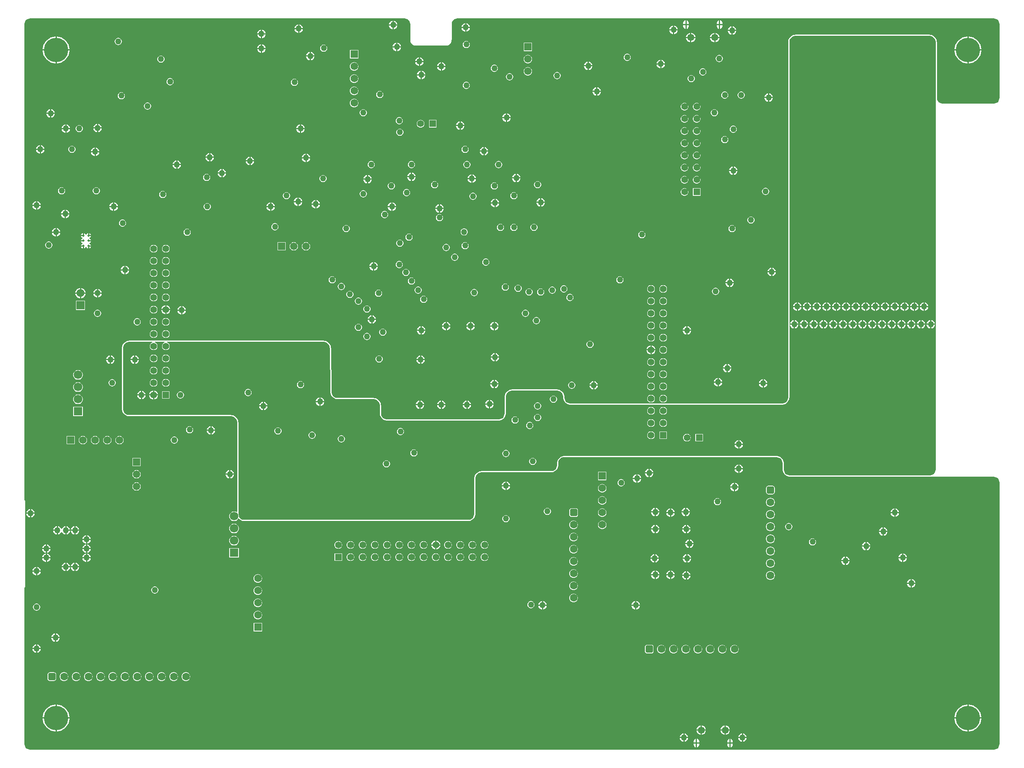
<source format=gbr>
%TF.GenerationSoftware,Altium Limited,Altium Designer,23.9.2 (47)*%
G04 Layer_Physical_Order=3*
G04 Layer_Color=16440176*
%FSLAX45Y45*%
%MOMM*%
%TF.SameCoordinates,7747E0AE-D8E6-467E-A507-EEFEC3D8B4F9*%
%TF.FilePolarity,Positive*%
%TF.FileFunction,Copper,L3,Inr,Signal*%
%TF.Part,Single*%
G01*
G75*
%TA.AperFunction,ComponentPad*%
%ADD86C,1.57000*%
%ADD87R,1.57000X1.57000*%
%ADD88R,1.57000X1.57000*%
%ADD89C,1.45000*%
%ADD90C,1.60000*%
G04:AMPARAMS|DCode=91|XSize=1.6mm|YSize=1.6mm|CornerRadius=0.4mm|HoleSize=0mm|Usage=FLASHONLY|Rotation=0.000|XOffset=0mm|YOffset=0mm|HoleType=Round|Shape=RoundedRectangle|*
%AMROUNDEDRECTD91*
21,1,1.60000,0.80000,0,0,0.0*
21,1,0.80000,1.60000,0,0,0.0*
1,1,0.80000,0.40000,-0.40000*
1,1,0.80000,-0.40000,-0.40000*
1,1,0.80000,-0.40000,0.40000*
1,1,0.80000,0.40000,0.40000*
%
%ADD91ROUNDEDRECTD91*%
G04:AMPARAMS|DCode=92|XSize=1.6mm|YSize=1.6mm|CornerRadius=0.4mm|HoleSize=0mm|Usage=FLASHONLY|Rotation=270.000|XOffset=0mm|YOffset=0mm|HoleType=Round|Shape=RoundedRectangle|*
%AMROUNDEDRECTD92*
21,1,1.60000,0.80000,0,0,270.0*
21,1,0.80000,1.60000,0,0,270.0*
1,1,0.80000,-0.40000,-0.40000*
1,1,0.80000,-0.40000,0.40000*
1,1,0.80000,0.40000,0.40000*
1,1,0.80000,0.40000,-0.40000*
%
%ADD92ROUNDEDRECTD92*%
%TA.AperFunction,ViaPad*%
%ADD93C,5.08000*%
%TA.AperFunction,ComponentPad*%
%ADD94C,1.67000*%
%ADD95R,1.67000X1.67000*%
%ADD96R,1.40000X1.40000*%
%ADD97C,1.40000*%
%ADD98R,1.39000X1.39000*%
%ADD99R,1.38900X1.38900*%
%ADD100C,1.38900*%
%ADD101R,1.39000X1.39000*%
%ADD102R,1.80000X1.80000*%
%ADD103C,1.80000*%
%ADD104R,1.55000X1.55000*%
%ADD105C,1.55000*%
%ADD106R,1.55000X1.55000*%
%TA.AperFunction,ViaPad*%
%ADD107C,1.27000*%
%ADD108C,0.50000*%
%ADD109C,1.39000*%
G36*
X25246548Y17406825D02*
X25269662Y17397255D01*
X25290466Y17383357D01*
X25308157Y17365666D01*
X25322055Y17344862D01*
X25331627Y17321748D01*
X25336504Y17297209D01*
X25336499Y17284700D01*
X25336499D01*
X25336501Y17284700D01*
X25336499Y8381999D01*
X25336504Y8369489D01*
X25331625Y8344948D01*
X25322050Y8321831D01*
X25308151Y8301027D01*
X25290456Y8283335D01*
X25269650Y8269438D01*
X25246532Y8259868D01*
X25221989Y8254995D01*
X25209479Y8255000D01*
X22301199Y8255000D01*
X22288692Y8254997D01*
X22264157Y8259874D01*
X22241045Y8269443D01*
X22220242Y8283339D01*
X22202554Y8301026D01*
X22188654Y8321824D01*
X22179082Y8344935D01*
X22174200Y8369469D01*
X22174200Y8381977D01*
X22174199Y8509000D01*
X22173466Y8523938D01*
X22167639Y8553240D01*
X22156206Y8580842D01*
X22139606Y8605683D01*
X22118480Y8626807D01*
X22093637Y8643404D01*
X22066034Y8654834D01*
X22036731Y8660658D01*
X22021806Y8661388D01*
X22021800Y8661400D01*
X22021800Y8661400D01*
X17602200Y8661399D01*
X17587260Y8660668D01*
X17557956Y8654843D01*
X17530351Y8643411D01*
X17505508Y8626813D01*
X17484383Y8605685D01*
X17467786Y8580842D01*
X17456354Y8553237D01*
X17450531Y8523932D01*
X17449800Y8509000D01*
X17449800D01*
X17449800Y8508993D01*
X17449799Y8470900D01*
X17449803Y8458390D01*
X17444926Y8433851D01*
X17435353Y8410735D01*
X17421454Y8389932D01*
X17403763Y8372241D01*
X17382959Y8358343D01*
X17359842Y8348772D01*
X17335303Y8343896D01*
X17322794Y8343900D01*
X15875002Y8343899D01*
X15860062Y8343168D01*
X15830757Y8337343D01*
X15803152Y8325911D01*
X15778310Y8309312D01*
X15757182Y8288185D01*
X15740585Y8263341D01*
X15729155Y8235736D01*
X15723331Y8206431D01*
X15722600Y8191499D01*
X15722600D01*
X15722600Y8191492D01*
X15722598Y7454899D01*
X15722603Y7442390D01*
X15717726Y7417850D01*
X15708154Y7394734D01*
X15694255Y7373931D01*
X15676562Y7356240D01*
X15655759Y7342342D01*
X15632642Y7332771D01*
X15608102Y7327896D01*
X15595593Y7327900D01*
X10934700D01*
X10922191Y7327898D01*
X10897655Y7332776D01*
X10874542Y7342347D01*
X10853741Y7356245D01*
X10836050Y7373933D01*
X10822152Y7394734D01*
X10818958Y7402444D01*
Y7417286D01*
X10812133Y7442760D01*
X10807700Y7450438D01*
X10807700Y7454891D01*
X10807699Y9359900D01*
X10806967Y9374838D01*
X10801140Y9404140D01*
X10789707Y9431743D01*
X10773108Y9456584D01*
X10751981Y9477709D01*
X10727138Y9494305D01*
X10699535Y9505735D01*
X10670232Y9511559D01*
X10655305Y9512290D01*
X10655300Y9512300D01*
X10655300Y9512300D01*
X8534400D01*
X8521892Y9512298D01*
X8497355Y9517177D01*
X8474242Y9526749D01*
X8453441Y9540646D01*
X8435751Y9558334D01*
X8421853Y9579135D01*
X8412279Y9602247D01*
X8407399Y9626783D01*
X8407400Y9639291D01*
Y10909300D01*
Y10921807D01*
X8412280Y10946342D01*
X8421853Y10969453D01*
X8435750Y10990252D01*
X8453439Y11007940D01*
X8474238Y11021837D01*
X8497349Y11031410D01*
X8521883Y11036291D01*
X8534391D01*
X8534400Y11036300D01*
X9017528D01*
X9019200Y11023600D01*
X9011852Y11021631D01*
X8993688Y11011144D01*
X8978856Y10996312D01*
X8968369Y10978147D01*
X8962940Y10957887D01*
Y10936913D01*
X8968369Y10916653D01*
X8978856Y10898488D01*
X8993688Y10883656D01*
X9011852Y10873169D01*
X9032112Y10867740D01*
X9053087D01*
X9073347Y10873169D01*
X9091512Y10883656D01*
X9106344Y10898488D01*
X9116831Y10916653D01*
X9122260Y10936913D01*
Y10957887D01*
X9116831Y10978147D01*
X9106344Y10996312D01*
X9091512Y11011144D01*
X9073347Y11021631D01*
X9066000Y11023600D01*
X9067672Y11036300D01*
X9271528D01*
X9273199Y11023600D01*
X9265852Y11021631D01*
X9247688Y11011144D01*
X9232856Y10996312D01*
X9222369Y10978147D01*
X9216940Y10957887D01*
Y10936913D01*
X9222369Y10916653D01*
X9232856Y10898488D01*
X9247688Y10883656D01*
X9265852Y10873169D01*
X9286112Y10867740D01*
X9307087D01*
X9327347Y10873169D01*
X9345512Y10883656D01*
X9360344Y10898488D01*
X9370831Y10916653D01*
X9376260Y10936913D01*
Y10957887D01*
X9370831Y10978147D01*
X9360344Y10996312D01*
X9345512Y11011144D01*
X9327347Y11021631D01*
X9320000Y11023600D01*
X9321672Y11036300D01*
X12585700Y11036300D01*
X12598190Y11036235D01*
X12622670Y11031265D01*
X12645724Y11021645D01*
X12666476Y11007740D01*
X12684138Y10990075D01*
X12698042Y10969322D01*
X12707660Y10946268D01*
X12712627Y10921786D01*
X12712691Y10909296D01*
X12712690D01*
X12712700Y10909290D01*
X12725400Y9994900D01*
X12726207Y9979988D01*
X12732143Y9950752D01*
X12743633Y9923221D01*
X12760239Y9898439D01*
X12781333Y9877344D01*
X12806116Y9860736D01*
X12833646Y9849245D01*
X12862881Y9843308D01*
X12877792Y9842500D01*
X12877800Y9842500D01*
X13627100Y9842499D01*
X13639609Y9842501D01*
X13664146Y9837623D01*
X13687260Y9828050D01*
X13708063Y9814150D01*
X13725751Y9796459D01*
X13739648Y9775656D01*
X13749219Y9752540D01*
X13754094Y9728002D01*
X13754089Y9715493D01*
X13754089Y9715493D01*
X13754100Y9715488D01*
X13754100Y9550400D01*
X13754800Y9535451D01*
X13760579Y9506120D01*
X13771986Y9478487D01*
X13788579Y9453621D01*
X13809718Y9432482D01*
X13834584Y9415888D01*
X13862216Y9404481D01*
X13891547Y9398701D01*
X13906496Y9398000D01*
X13906500Y9398000D01*
X16230598Y9398000D01*
X16245525Y9398768D01*
X16274794Y9404648D01*
X16302362Y9416108D01*
X16327174Y9432710D01*
X16348283Y9453821D01*
X16364885Y9478634D01*
X16376343Y9506202D01*
X16382222Y9535472D01*
X16382990Y9550397D01*
X16382999Y9550400D01*
X16383000Y9893300D01*
Y9905807D01*
X16387880Y9930342D01*
X16397453Y9953452D01*
X16411349Y9974252D01*
X16429039Y9991940D01*
X16449838Y10005837D01*
X16472949Y10015410D01*
X16497482Y10020290D01*
X16509990D01*
X16510001Y10020300D01*
X17449800Y10020299D01*
X17462309Y10020302D01*
X17486847Y10015423D01*
X17509961Y10005850D01*
X17530762Y9991951D01*
X17548453Y9974259D01*
X17562347Y9953456D01*
X17571919Y9930341D01*
X17576794Y9905802D01*
X17576790Y9893293D01*
X17576790Y9893293D01*
X17576801Y9893288D01*
Y9880600D01*
X17577531Y9865662D01*
X17583357Y9836360D01*
X17594789Y9808758D01*
X17611385Y9783916D01*
X17632510Y9762791D01*
X17657350Y9746193D01*
X17684950Y9734760D01*
X17714253Y9728933D01*
X17729192Y9728200D01*
X22136099D01*
X22151038Y9728934D01*
X22180336Y9734762D01*
X22207936Y9746194D01*
X22232774Y9762791D01*
X22253899Y9783915D01*
X22270496Y9808754D01*
X22281927Y9836354D01*
X22287756Y9865654D01*
X22288490Y9880591D01*
X22288499Y9880600D01*
Y17284702D01*
X22288499Y17297208D01*
X22293381Y17321744D01*
X22302953Y17344855D01*
X22316850Y17365656D01*
X22334540Y17383344D01*
X22355341Y17397243D01*
X22378452Y17406815D01*
X22402988Y17411694D01*
X22415495Y17411694D01*
X22415498Y17411700D01*
X25209502Y17411699D01*
X25222009Y17411703D01*
X25246548Y17406825D01*
D02*
G37*
G36*
X15379700Y17779999D02*
X26542996Y17779999D01*
X26542996Y17779996D01*
X26542999Y17779996D01*
X26555508Y17780000D01*
X26580048Y17775127D01*
X26603162Y17765556D01*
X26623969Y17751659D01*
X26641660Y17733968D01*
X26655557Y17713165D01*
X26665128Y17690050D01*
X26670004Y17665509D01*
X26669998Y17652998D01*
X26670001Y16128999D01*
X26669998D01*
X26669998Y16116492D01*
X26665118Y16091956D01*
X26655545Y16068843D01*
X26641647Y16048042D01*
X26623956Y16030351D01*
X26603156Y16016454D01*
X26580045Y16006880D01*
X26555508Y16002000D01*
X25488901D01*
X25488899Y16002000D01*
X25476392Y16002000D01*
X25451855Y16006880D01*
X25428741Y16016454D01*
X25407942Y16030351D01*
X25390253Y16048042D01*
X25376353Y16068843D01*
X25366780Y16091956D01*
X25361899Y16116492D01*
X25361900Y16128999D01*
Y17284700D01*
X25361900Y17284700D01*
X25361897Y17284702D01*
X25361165Y17299637D01*
X25355338Y17328938D01*
X25343904Y17356540D01*
X25327306Y17381381D01*
X25306181Y17402505D01*
X25281342Y17419104D01*
X25253738Y17430537D01*
X25224437Y17436366D01*
X25209500Y17437099D01*
X22415500Y17437100D01*
X22415498Y17437099D01*
X22400560Y17436365D01*
X22371259Y17430536D01*
X22343658Y17419102D01*
X22318819Y17402505D01*
X22297693Y17381380D01*
X22281094Y17356540D01*
X22269662Y17328938D01*
X22263834Y17299637D01*
X22263100Y17284698D01*
Y9880600D01*
Y9868091D01*
X22258218Y9843555D01*
X22248647Y9820443D01*
X22234747Y9799642D01*
X22217056Y9781952D01*
X22196257Y9768054D01*
X22173145Y9758480D01*
X22148608Y9753600D01*
X19164301D01*
X17729201Y9753600D01*
X17716681Y9753599D01*
X17692145Y9758480D01*
X17669034Y9768054D01*
X17648235Y9781952D01*
X17630547Y9799642D01*
X17616649Y9820443D01*
X17607077Y9843556D01*
X17602199Y9868092D01*
X17602200Y9880600D01*
Y9893300D01*
X17602200Y9893300D01*
X17602188Y9893306D01*
X17601459Y9908231D01*
X17595638Y9937535D01*
X17584209Y9965140D01*
X17567612Y9989984D01*
X17546487Y10011111D01*
X17521645Y10027710D01*
X17494041Y10039142D01*
X17464738Y10044968D01*
X17449800Y10045699D01*
X16510001Y10045700D01*
X16509988Y10045688D01*
X16495052Y10044954D01*
X16465752Y10039126D01*
X16438153Y10027694D01*
X16413313Y10011097D01*
X16392191Y9989974D01*
X16375594Y9965135D01*
X16364162Y9937536D01*
X16358334Y9908236D01*
X16357600Y9893300D01*
X16357590Y9550392D01*
X16357587Y9550391D01*
X16357555Y9537892D01*
X16352632Y9513385D01*
X16343037Y9490303D01*
X16329137Y9469528D01*
X16311461Y9451852D01*
X16290686Y9437951D01*
X16267606Y9428356D01*
X16243098Y9423432D01*
X16230600Y9423400D01*
X13906500Y9423400D01*
X13893983Y9423370D01*
X13869421Y9428208D01*
X13846281Y9437760D01*
X13825456Y9451656D01*
X13807756Y9469357D01*
X13793860Y9490181D01*
X13784308Y9513321D01*
X13779469Y9537883D01*
X13779500Y9550400D01*
Y9715500D01*
X13779500Y9715500D01*
X13779497Y9715501D01*
X13778767Y9730438D01*
X13772948Y9759743D01*
X13761517Y9787349D01*
X13744920Y9812193D01*
X13723793Y9833320D01*
X13698950Y9849918D01*
X13671344Y9861348D01*
X13642039Y9867170D01*
X13627100Y9867899D01*
X12877800Y9867900D01*
X12877800Y9867900D01*
X12865311Y9867966D01*
X12840829Y9872936D01*
X12817776Y9882556D01*
X12797025Y9896462D01*
X12779362Y9914125D01*
X12765456Y9934877D01*
X12755836Y9957930D01*
X12750866Y9982410D01*
X12750800Y9994900D01*
X12738100Y10909300D01*
X12738100D01*
X12738097Y10909302D01*
X12737294Y10924213D01*
X12731363Y10953453D01*
X12719877Y10980988D01*
X12703270Y11005774D01*
X12682174Y11026871D01*
X12657388Y11043477D01*
X12629853Y11054965D01*
X12600613Y11060896D01*
X12585700Y11061700D01*
X10617200Y11061700D01*
X8534400D01*
X8534398Y11061697D01*
X8519460Y11060964D01*
X8490159Y11055135D01*
X8462558Y11043702D01*
X8437718Y11027104D01*
X8416593Y11005980D01*
X8399995Y10981139D01*
X8388562Y10953538D01*
X8382734Y10924237D01*
X8382000Y10909300D01*
Y9639300D01*
X8382000Y9639298D01*
X8382732Y9624359D01*
X8388557Y9595056D01*
X8399989Y9567453D01*
X8416586Y9542611D01*
X8437713Y9521485D01*
X8462555Y9504888D01*
X8490158Y9493457D01*
X8519461Y9487632D01*
X8534400Y9486900D01*
X10655297D01*
X10655298Y9486897D01*
X10655299Y9486898D01*
X10667808Y9486902D01*
X10692348Y9482028D01*
X10715464Y9472458D01*
X10736268Y9458560D01*
X10753959Y9440869D01*
X10767858Y9420065D01*
X10777429Y9396949D01*
X10782304Y9372409D01*
X10782299Y9359900D01*
X10782300Y7497757D01*
X10769600Y7490424D01*
X10757459Y7497434D01*
X10731985Y7504260D01*
X10705612D01*
X10680138Y7497434D01*
X10657299Y7484248D01*
X10638651Y7465600D01*
X10625464Y7442760D01*
X10618639Y7417286D01*
Y7390914D01*
X10625464Y7365440D01*
X10638651Y7342600D01*
X10657299Y7323952D01*
X10680138Y7310766D01*
X10705612Y7303940D01*
X10731985D01*
X10757459Y7310766D01*
X10780298Y7323952D01*
X10798946Y7342600D01*
X10805763Y7354407D01*
X10820524Y7354575D01*
X10838013Y7337086D01*
X10862855Y7320489D01*
X10890458Y7309057D01*
X10919761Y7303232D01*
X10934700Y7302500D01*
X15595598D01*
X15595598Y7302499D01*
X15595599Y7302499D01*
X15610538Y7303226D01*
X15639845Y7309045D01*
X15667455Y7320473D01*
X15692300Y7337070D01*
X15713428Y7358198D01*
X15730026Y7383044D01*
X15741454Y7410652D01*
X15747272Y7439960D01*
X15748000Y7454900D01*
X15748000Y8191499D01*
X15748000Y8191500D01*
X15748000D01*
X15747993Y8204009D01*
X15752866Y8228550D01*
X15762433Y8251669D01*
X15776331Y8272475D01*
X15794025Y8290167D01*
X15814828Y8304065D01*
X15837949Y8313634D01*
X15862489Y8318506D01*
X15875000Y8318499D01*
X17310677Y8318500D01*
X17322800Y8318500D01*
X17322801Y8318500D01*
X17337738Y8319228D01*
X17367046Y8325048D01*
X17394652Y8336476D01*
X17419498Y8353073D01*
X17440625Y8374201D01*
X17457224Y8399046D01*
X17468651Y8426653D01*
X17474472Y8455960D01*
X17475198Y8470900D01*
X17475200Y8496904D01*
X17475200Y8508993D01*
X17475200Y8508993D01*
X17474490Y8521686D01*
X17478401Y8546813D01*
X17487473Y8570570D01*
X17501303Y8591909D01*
X17519284Y8609891D01*
X17540622Y8623723D01*
X17564378Y8632796D01*
X17589505Y8636709D01*
X17602200Y8636000D01*
X22021797Y8636000D01*
X22021799Y8635997D01*
X22021799Y8635998D01*
X22034308Y8636002D01*
X22058849Y8631128D01*
X22081964Y8621558D01*
X22102768Y8607660D01*
X22120461Y8589969D01*
X22134358Y8569165D01*
X22143929Y8546049D01*
X22148804Y8521509D01*
X22148799Y8509000D01*
X22148801Y8382000D01*
X22149532Y8367059D01*
X22155357Y8337756D01*
X22166788Y8310152D01*
X22183386Y8285310D01*
X22204512Y8264184D01*
X22229353Y8247587D01*
X22256958Y8236156D01*
X22286261Y8230331D01*
X22301199Y8229600D01*
X26542996D01*
X26542999Y8229597D01*
X26542999Y8229597D01*
X26555508Y8229602D01*
X26580048Y8224728D01*
X26603165Y8215157D01*
X26623969Y8201259D01*
X26641660Y8183568D01*
X26655557Y8162765D01*
X26665128Y8139649D01*
X26670004Y8115109D01*
X26669998Y8102599D01*
X26670001Y2667000D01*
X26669998Y2666997D01*
Y2654489D01*
X26665118Y2629954D01*
X26655545Y2606841D01*
X26641644Y2586041D01*
X26623956Y2568352D01*
X26603156Y2554454D01*
X26580045Y2544880D01*
X26555508Y2540000D01*
X6476998D01*
X6464489Y2539998D01*
X6439952Y2544877D01*
X6416838Y2554449D01*
X6396036Y2568348D01*
X6378347Y2586038D01*
X6364449Y2606840D01*
X6354876Y2629954D01*
X6349998Y2654491D01*
X6350000Y2667000D01*
Y5921607D01*
X6352705D01*
X6360481Y5924828D01*
X6363702Y5932604D01*
Y7732601D01*
X6360481Y7740377D01*
X6352705Y7743598D01*
X6350000D01*
Y17653000D01*
Y17665508D01*
X6354880Y17690044D01*
X6364454Y17713158D01*
X6378352Y17733958D01*
X6396042Y17751646D01*
X6416843Y17765546D01*
X6439955Y17775119D01*
X6464492Y17780000D01*
X6477000D01*
X14262096Y17779999D01*
X14262099Y17779996D01*
X14262099Y17779997D01*
X14274606Y17780000D01*
X14299146Y17775124D01*
X14322260Y17765552D01*
X14343063Y17751654D01*
X14360754Y17733965D01*
X14374652Y17713161D01*
X14384224Y17690047D01*
X14389102Y17665508D01*
X14389099Y17652998D01*
X14389099Y17335500D01*
X14389709Y17323048D01*
X14394565Y17298630D01*
X14404092Y17275629D01*
X14417923Y17254927D01*
X14435529Y17237321D01*
X14456229Y17223491D01*
X14479231Y17213965D01*
X14503650Y17209109D01*
X14516100Y17208499D01*
X15125697Y17208499D01*
X15138148Y17209106D01*
X15162569Y17213959D01*
X15185574Y17223482D01*
X15206277Y17237314D01*
X15223885Y17254919D01*
X15237715Y17275623D01*
X15247240Y17298628D01*
X15252092Y17323048D01*
X15252699Y17335500D01*
X15252699Y17641035D01*
X15252699Y17652997D01*
X15252701Y17652997D01*
X15252701Y17653000D01*
X15252699Y17653000D01*
X15252696Y17665508D01*
X15257571Y17690047D01*
X15267142Y17713164D01*
X15281039Y17733968D01*
X15298730Y17751659D01*
X15319534Y17765556D01*
X15342651Y17775128D01*
X15367191Y17780003D01*
X15379700Y17779999D01*
D02*
G37*
%LPC*%
G36*
X25107899Y11861533D02*
Y11785600D01*
X25183833D01*
X25178043Y11807214D01*
X25166338Y11827486D01*
X25149786Y11844038D01*
X25129514Y11855742D01*
X25107899Y11861533D01*
D02*
G37*
G36*
X25082500D02*
X25060886Y11855742D01*
X25040614Y11844038D01*
X25024062Y11827486D01*
X25012358Y11807214D01*
X25006567Y11785600D01*
X25082500D01*
Y11861533D01*
D02*
G37*
G36*
X24904700D02*
Y11785600D01*
X24980634D01*
X24974841Y11807214D01*
X24963138Y11827486D01*
X24946587Y11844038D01*
X24926314Y11855742D01*
X24904700Y11861533D01*
D02*
G37*
G36*
X24879300D02*
X24857686Y11855742D01*
X24837415Y11844038D01*
X24820862Y11827486D01*
X24809158Y11807214D01*
X24803368Y11785600D01*
X24879300D01*
Y11861533D01*
D02*
G37*
G36*
X24701500D02*
Y11785600D01*
X24777432D01*
X24771642Y11807214D01*
X24759938Y11827486D01*
X24743385Y11844038D01*
X24723114Y11855742D01*
X24701500Y11861533D01*
D02*
G37*
G36*
X24676100D02*
X24654486Y11855742D01*
X24634213Y11844038D01*
X24617662Y11827486D01*
X24605959Y11807214D01*
X24600166Y11785600D01*
X24676100D01*
Y11861533D01*
D02*
G37*
G36*
X24498300D02*
Y11785600D01*
X24574232D01*
X24568442Y11807214D01*
X24556738Y11827486D01*
X24540186Y11844038D01*
X24519914Y11855742D01*
X24498300Y11861533D01*
D02*
G37*
G36*
X24472900D02*
X24451286Y11855742D01*
X24431013Y11844038D01*
X24414462Y11827486D01*
X24402757Y11807214D01*
X24396967Y11785600D01*
X24472900D01*
Y11861533D01*
D02*
G37*
G36*
X24295100D02*
Y11785600D01*
X24371033D01*
X24365242Y11807214D01*
X24353539Y11827486D01*
X24336986Y11844038D01*
X24316714Y11855742D01*
X24295100Y11861533D01*
D02*
G37*
G36*
X24269701D02*
X24248087Y11855742D01*
X24227814Y11844038D01*
X24211263Y11827486D01*
X24199557Y11807214D01*
X24193767Y11785600D01*
X24269701D01*
Y11861533D01*
D02*
G37*
G36*
X24091901D02*
Y11785600D01*
X24167833D01*
X24162042Y11807214D01*
X24150339Y11827486D01*
X24133786Y11844038D01*
X24113515Y11855742D01*
X24091901Y11861533D01*
D02*
G37*
G36*
X24066499D02*
X24044885Y11855742D01*
X24024614Y11844038D01*
X24008063Y11827486D01*
X23996358Y11807214D01*
X23990567Y11785600D01*
X24066499D01*
Y11861533D01*
D02*
G37*
G36*
X23888699D02*
Y11785600D01*
X23964633D01*
X23958842Y11807214D01*
X23947137Y11827486D01*
X23930586Y11844038D01*
X23910313Y11855742D01*
X23888699Y11861533D01*
D02*
G37*
G36*
X23863300D02*
X23841685Y11855742D01*
X23821414Y11844038D01*
X23804861Y11827486D01*
X23793158Y11807214D01*
X23787367Y11785600D01*
X23863300D01*
Y11861533D01*
D02*
G37*
G36*
X23685500D02*
Y11785600D01*
X23761433D01*
X23755643Y11807214D01*
X23743938Y11827486D01*
X23727386Y11844038D01*
X23707114Y11855742D01*
X23685500Y11861533D01*
D02*
G37*
G36*
X23660100D02*
X23638486Y11855742D01*
X23618214Y11844038D01*
X23601662Y11827486D01*
X23589958Y11807214D01*
X23584167Y11785600D01*
X23660100D01*
Y11861533D01*
D02*
G37*
G36*
X23482300D02*
Y11785600D01*
X23558234D01*
X23552441Y11807214D01*
X23540738Y11827486D01*
X23524187Y11844038D01*
X23503914Y11855742D01*
X23482300Y11861533D01*
D02*
G37*
G36*
X23456900D02*
X23435286Y11855742D01*
X23415015Y11844038D01*
X23398462Y11827486D01*
X23386758Y11807214D01*
X23380968Y11785600D01*
X23456900D01*
Y11861533D01*
D02*
G37*
G36*
X23279100D02*
Y11785600D01*
X23355032D01*
X23349242Y11807214D01*
X23337538Y11827486D01*
X23320985Y11844038D01*
X23300714Y11855742D01*
X23279100Y11861533D01*
D02*
G37*
G36*
X23253700D02*
X23232086Y11855742D01*
X23211813Y11844038D01*
X23195262Y11827486D01*
X23183559Y11807214D01*
X23177766Y11785600D01*
X23253700D01*
Y11861533D01*
D02*
G37*
G36*
X23075900D02*
Y11785600D01*
X23151833D01*
X23146042Y11807214D01*
X23134338Y11827486D01*
X23117786Y11844038D01*
X23097514Y11855742D01*
X23075900Y11861533D01*
D02*
G37*
G36*
X23050500D02*
X23028886Y11855742D01*
X23008614Y11844038D01*
X22992062Y11827486D01*
X22980357Y11807214D01*
X22974567Y11785600D01*
X23050500D01*
Y11861533D01*
D02*
G37*
G36*
X22872701D02*
Y11785600D01*
X22948633D01*
X22942842Y11807214D01*
X22931139Y11827486D01*
X22914586Y11844038D01*
X22894315Y11855742D01*
X22872701Y11861533D01*
D02*
G37*
G36*
X22847301D02*
X22825687Y11855742D01*
X22805414Y11844038D01*
X22788863Y11827486D01*
X22777158Y11807214D01*
X22771367Y11785600D01*
X22847301D01*
Y11861533D01*
D02*
G37*
G36*
X22669501D02*
Y11785600D01*
X22745433D01*
X22739642Y11807214D01*
X22727937Y11827486D01*
X22711386Y11844038D01*
X22691113Y11855742D01*
X22669501Y11861533D01*
D02*
G37*
G36*
X22644099D02*
X22622485Y11855742D01*
X22602214Y11844038D01*
X22585661Y11827486D01*
X22573958Y11807214D01*
X22568167Y11785600D01*
X22644099D01*
Y11861533D01*
D02*
G37*
G36*
X22466299D02*
Y11785600D01*
X22542233D01*
X22536443Y11807214D01*
X22524738Y11827486D01*
X22508186Y11844038D01*
X22487914Y11855742D01*
X22466299Y11861533D01*
D02*
G37*
G36*
X22440900D02*
X22419286Y11855742D01*
X22399014Y11844038D01*
X22382462Y11827486D01*
X22370758Y11807214D01*
X22364967Y11785600D01*
X22440900D01*
Y11861533D01*
D02*
G37*
G36*
X25183833Y11760200D02*
X25107899D01*
Y11684267D01*
X25129514Y11690058D01*
X25149786Y11701762D01*
X25166338Y11718314D01*
X25178043Y11738586D01*
X25183833Y11760200D01*
D02*
G37*
G36*
X25082500D02*
X25006567D01*
X25012358Y11738586D01*
X25024062Y11718314D01*
X25040614Y11701762D01*
X25060886Y11690058D01*
X25082500Y11684267D01*
Y11760200D01*
D02*
G37*
G36*
X24980634D02*
X24904700D01*
Y11684267D01*
X24926314Y11690058D01*
X24946587Y11701762D01*
X24963138Y11718314D01*
X24974841Y11738586D01*
X24980634Y11760200D01*
D02*
G37*
G36*
X24879300D02*
X24803368D01*
X24809158Y11738586D01*
X24820862Y11718314D01*
X24837415Y11701762D01*
X24857686Y11690058D01*
X24879300Y11684267D01*
Y11760200D01*
D02*
G37*
G36*
X24777432D02*
X24701500D01*
Y11684267D01*
X24723114Y11690058D01*
X24743385Y11701762D01*
X24759938Y11718314D01*
X24771642Y11738586D01*
X24777432Y11760200D01*
D02*
G37*
G36*
X24676100D02*
X24600166D01*
X24605959Y11738586D01*
X24617662Y11718314D01*
X24634213Y11701762D01*
X24654486Y11690058D01*
X24676100Y11684267D01*
Y11760200D01*
D02*
G37*
G36*
X24574232D02*
X24498300D01*
Y11684267D01*
X24519914Y11690058D01*
X24540186Y11701762D01*
X24556738Y11718314D01*
X24568442Y11738586D01*
X24574232Y11760200D01*
D02*
G37*
G36*
X24472900D02*
X24396967D01*
X24402757Y11738586D01*
X24414462Y11718314D01*
X24431013Y11701762D01*
X24451286Y11690058D01*
X24472900Y11684267D01*
Y11760200D01*
D02*
G37*
G36*
X24371033D02*
X24295100D01*
Y11684267D01*
X24316714Y11690058D01*
X24336986Y11701762D01*
X24353539Y11718314D01*
X24365242Y11738586D01*
X24371033Y11760200D01*
D02*
G37*
G36*
X24269701D02*
X24193767D01*
X24199557Y11738586D01*
X24211263Y11718314D01*
X24227814Y11701762D01*
X24248087Y11690058D01*
X24269701Y11684267D01*
Y11760200D01*
D02*
G37*
G36*
X24167833D02*
X24091901D01*
Y11684267D01*
X24113515Y11690058D01*
X24133786Y11701762D01*
X24150339Y11718314D01*
X24162042Y11738586D01*
X24167833Y11760200D01*
D02*
G37*
G36*
X24066499D02*
X23990567D01*
X23996358Y11738586D01*
X24008063Y11718314D01*
X24024614Y11701762D01*
X24044885Y11690058D01*
X24066499Y11684267D01*
Y11760200D01*
D02*
G37*
G36*
X23964633D02*
X23888699D01*
Y11684267D01*
X23910313Y11690058D01*
X23930586Y11701762D01*
X23947137Y11718314D01*
X23958842Y11738586D01*
X23964633Y11760200D01*
D02*
G37*
G36*
X23863300D02*
X23787367D01*
X23793158Y11738586D01*
X23804861Y11718314D01*
X23821414Y11701762D01*
X23841685Y11690058D01*
X23863300Y11684267D01*
Y11760200D01*
D02*
G37*
G36*
X23761433D02*
X23685500D01*
Y11684267D01*
X23707114Y11690058D01*
X23727386Y11701762D01*
X23743938Y11718314D01*
X23755643Y11738586D01*
X23761433Y11760200D01*
D02*
G37*
G36*
X23660100D02*
X23584167D01*
X23589958Y11738586D01*
X23601662Y11718314D01*
X23618214Y11701762D01*
X23638486Y11690058D01*
X23660100Y11684267D01*
Y11760200D01*
D02*
G37*
G36*
X23558234D02*
X23482300D01*
Y11684267D01*
X23503914Y11690058D01*
X23524187Y11701762D01*
X23540738Y11718314D01*
X23552441Y11738586D01*
X23558234Y11760200D01*
D02*
G37*
G36*
X23456900D02*
X23380968D01*
X23386758Y11738586D01*
X23398462Y11718314D01*
X23415015Y11701762D01*
X23435286Y11690058D01*
X23456900Y11684267D01*
Y11760200D01*
D02*
G37*
G36*
X23355032D02*
X23279100D01*
Y11684267D01*
X23300714Y11690058D01*
X23320985Y11701762D01*
X23337538Y11718314D01*
X23349242Y11738586D01*
X23355032Y11760200D01*
D02*
G37*
G36*
X23253700D02*
X23177766D01*
X23183559Y11738586D01*
X23195262Y11718314D01*
X23211813Y11701762D01*
X23232086Y11690058D01*
X23253700Y11684267D01*
Y11760200D01*
D02*
G37*
G36*
X23151833D02*
X23075900D01*
Y11684267D01*
X23097514Y11690058D01*
X23117786Y11701762D01*
X23134338Y11718314D01*
X23146042Y11738586D01*
X23151833Y11760200D01*
D02*
G37*
G36*
X23050500D02*
X22974567D01*
X22980357Y11738586D01*
X22992062Y11718314D01*
X23008614Y11701762D01*
X23028886Y11690058D01*
X23050500Y11684267D01*
Y11760200D01*
D02*
G37*
G36*
X22948633D02*
X22872701D01*
Y11684267D01*
X22894315Y11690058D01*
X22914586Y11701762D01*
X22931139Y11718314D01*
X22942842Y11738586D01*
X22948633Y11760200D01*
D02*
G37*
G36*
X22847301D02*
X22771367D01*
X22777158Y11738586D01*
X22788863Y11718314D01*
X22805414Y11701762D01*
X22825687Y11690058D01*
X22847301Y11684267D01*
Y11760200D01*
D02*
G37*
G36*
X22745433D02*
X22669501D01*
Y11684267D01*
X22691113Y11690058D01*
X22711386Y11701762D01*
X22727937Y11718314D01*
X22739642Y11738586D01*
X22745433Y11760200D01*
D02*
G37*
G36*
X22644099D02*
X22568167D01*
X22573958Y11738586D01*
X22585661Y11718314D01*
X22602214Y11701762D01*
X22622485Y11690058D01*
X22644099Y11684267D01*
Y11760200D01*
D02*
G37*
G36*
X22542233D02*
X22466299D01*
Y11684267D01*
X22487914Y11690058D01*
X22508186Y11701762D01*
X22524738Y11718314D01*
X22536443Y11738586D01*
X22542233Y11760200D01*
D02*
G37*
G36*
X22440900D02*
X22364967D01*
X22370758Y11738586D01*
X22382462Y11718314D01*
X22399014Y11701762D01*
X22419286Y11690058D01*
X22440900Y11684267D01*
Y11760200D01*
D02*
G37*
G36*
X25247600Y11493233D02*
Y11417300D01*
X25323534D01*
X25317741Y11438914D01*
X25306038Y11459186D01*
X25289487Y11475738D01*
X25269214Y11487442D01*
X25247600Y11493233D01*
D02*
G37*
G36*
X25222200D02*
X25200586Y11487442D01*
X25180315Y11475738D01*
X25163762Y11459186D01*
X25152058Y11438914D01*
X25146268Y11417300D01*
X25222200D01*
Y11493233D01*
D02*
G37*
G36*
X25044400D02*
Y11417300D01*
X25120332D01*
X25114542Y11438914D01*
X25102838Y11459186D01*
X25086285Y11475738D01*
X25066014Y11487442D01*
X25044400Y11493233D01*
D02*
G37*
G36*
X25019000D02*
X24997386Y11487442D01*
X24977113Y11475738D01*
X24960562Y11459186D01*
X24948859Y11438914D01*
X24943066Y11417300D01*
X25019000D01*
Y11493233D01*
D02*
G37*
G36*
X24841200D02*
Y11417300D01*
X24917133D01*
X24911342Y11438914D01*
X24899638Y11459186D01*
X24883086Y11475738D01*
X24862814Y11487442D01*
X24841200Y11493233D01*
D02*
G37*
G36*
X24815800D02*
X24794186Y11487442D01*
X24773914Y11475738D01*
X24757362Y11459186D01*
X24745657Y11438914D01*
X24739867Y11417300D01*
X24815800D01*
Y11493233D01*
D02*
G37*
G36*
X24638000D02*
Y11417300D01*
X24713933D01*
X24708142Y11438914D01*
X24696439Y11459186D01*
X24679886Y11475738D01*
X24659615Y11487442D01*
X24638000Y11493233D01*
D02*
G37*
G36*
X24612601D02*
X24590987Y11487442D01*
X24570714Y11475738D01*
X24554163Y11459186D01*
X24542458Y11438914D01*
X24536667Y11417300D01*
X24612601D01*
Y11493233D01*
D02*
G37*
G36*
X24434801D02*
Y11417300D01*
X24510733D01*
X24504942Y11438914D01*
X24493237Y11459186D01*
X24476686Y11475738D01*
X24456413Y11487442D01*
X24434801Y11493233D01*
D02*
G37*
G36*
X24409399D02*
X24387785Y11487442D01*
X24367514Y11475738D01*
X24350961Y11459186D01*
X24339258Y11438914D01*
X24333467Y11417300D01*
X24409399D01*
Y11493233D01*
D02*
G37*
G36*
X24231599D02*
Y11417300D01*
X24307533D01*
X24301743Y11438914D01*
X24290038Y11459186D01*
X24273486Y11475738D01*
X24253214Y11487442D01*
X24231599Y11493233D01*
D02*
G37*
G36*
X24206200D02*
X24184586Y11487442D01*
X24164314Y11475738D01*
X24147762Y11459186D01*
X24136058Y11438914D01*
X24130267Y11417300D01*
X24206200D01*
Y11493233D01*
D02*
G37*
G36*
X24028400D02*
Y11417300D01*
X24104333D01*
X24098541Y11438914D01*
X24086838Y11459186D01*
X24070287Y11475738D01*
X24050014Y11487442D01*
X24028400Y11493233D01*
D02*
G37*
G36*
X24003000D02*
X23981386Y11487442D01*
X23961115Y11475738D01*
X23944562Y11459186D01*
X23932858Y11438914D01*
X23927068Y11417300D01*
X24003000D01*
Y11493233D01*
D02*
G37*
G36*
X23825200D02*
Y11417300D01*
X23901134D01*
X23895341Y11438914D01*
X23883638Y11459186D01*
X23867085Y11475738D01*
X23846814Y11487442D01*
X23825200Y11493233D01*
D02*
G37*
G36*
X23799800D02*
X23778186Y11487442D01*
X23757915Y11475738D01*
X23741362Y11459186D01*
X23729659Y11438914D01*
X23723866Y11417300D01*
X23799800D01*
Y11493233D01*
D02*
G37*
G36*
X23622000D02*
Y11417300D01*
X23697932D01*
X23692142Y11438914D01*
X23680438Y11459186D01*
X23663885Y11475738D01*
X23643614Y11487442D01*
X23622000Y11493233D01*
D02*
G37*
G36*
X23596600D02*
X23574986Y11487442D01*
X23554713Y11475738D01*
X23538162Y11459186D01*
X23526459Y11438914D01*
X23520667Y11417300D01*
X23596600D01*
Y11493233D01*
D02*
G37*
G36*
X23418800D02*
Y11417300D01*
X23494733D01*
X23488942Y11438914D01*
X23477238Y11459186D01*
X23460686Y11475738D01*
X23440414Y11487442D01*
X23418800Y11493233D01*
D02*
G37*
G36*
X23393401D02*
X23371786Y11487442D01*
X23351514Y11475738D01*
X23334962Y11459186D01*
X23323257Y11438914D01*
X23317467Y11417300D01*
X23393401D01*
Y11493233D01*
D02*
G37*
G36*
X23215601D02*
Y11417300D01*
X23291533D01*
X23285742Y11438914D01*
X23274039Y11459186D01*
X23257486Y11475738D01*
X23237215Y11487442D01*
X23215601Y11493233D01*
D02*
G37*
G36*
X23190199D02*
X23168587Y11487442D01*
X23148314Y11475738D01*
X23131763Y11459186D01*
X23120058Y11438914D01*
X23114267Y11417300D01*
X23190199D01*
Y11493233D01*
D02*
G37*
G36*
X23012399D02*
Y11417300D01*
X23088333D01*
X23082542Y11438914D01*
X23070837Y11459186D01*
X23054286Y11475738D01*
X23034013Y11487442D01*
X23012399Y11493233D01*
D02*
G37*
G36*
X22987000D02*
X22965385Y11487442D01*
X22945114Y11475738D01*
X22928561Y11459186D01*
X22916858Y11438914D01*
X22911067Y11417300D01*
X22987000D01*
Y11493233D01*
D02*
G37*
G36*
X22809200D02*
Y11417300D01*
X22885133D01*
X22879343Y11438914D01*
X22867638Y11459186D01*
X22851086Y11475738D01*
X22830814Y11487442D01*
X22809200Y11493233D01*
D02*
G37*
G36*
X22783800D02*
X22762186Y11487442D01*
X22741914Y11475738D01*
X22725362Y11459186D01*
X22713658Y11438914D01*
X22707867Y11417300D01*
X22783800D01*
Y11493233D01*
D02*
G37*
G36*
X22606000D02*
Y11417300D01*
X22681934D01*
X22676141Y11438914D01*
X22664438Y11459186D01*
X22647887Y11475738D01*
X22627614Y11487442D01*
X22606000Y11493233D01*
D02*
G37*
G36*
X22580600D02*
X22558986Y11487442D01*
X22538715Y11475738D01*
X22522162Y11459186D01*
X22510458Y11438914D01*
X22504668Y11417300D01*
X22580600D01*
Y11493233D01*
D02*
G37*
G36*
X22402800D02*
Y11417300D01*
X22478732D01*
X22472942Y11438914D01*
X22461238Y11459186D01*
X22444685Y11475738D01*
X22424414Y11487442D01*
X22402800Y11493233D01*
D02*
G37*
G36*
X22377400D02*
X22355786Y11487442D01*
X22335513Y11475738D01*
X22318962Y11459186D01*
X22307259Y11438914D01*
X22301466Y11417300D01*
X22377400D01*
Y11493233D01*
D02*
G37*
G36*
X25323534Y11391900D02*
X25247600D01*
Y11315967D01*
X25269214Y11321758D01*
X25289487Y11333462D01*
X25306038Y11350014D01*
X25317741Y11370286D01*
X25323534Y11391900D01*
D02*
G37*
G36*
X25222200D02*
X25146268D01*
X25152058Y11370286D01*
X25163762Y11350014D01*
X25180315Y11333462D01*
X25200586Y11321758D01*
X25222200Y11315967D01*
Y11391900D01*
D02*
G37*
G36*
X25120332D02*
X25044400D01*
Y11315967D01*
X25066014Y11321758D01*
X25086285Y11333462D01*
X25102838Y11350014D01*
X25114542Y11370286D01*
X25120332Y11391900D01*
D02*
G37*
G36*
X25019000D02*
X24943066D01*
X24948859Y11370286D01*
X24960562Y11350014D01*
X24977113Y11333462D01*
X24997386Y11321758D01*
X25019000Y11315967D01*
Y11391900D01*
D02*
G37*
G36*
X24917133D02*
X24841200D01*
Y11315967D01*
X24862814Y11321758D01*
X24883086Y11333462D01*
X24899638Y11350014D01*
X24911342Y11370286D01*
X24917133Y11391900D01*
D02*
G37*
G36*
X24815800D02*
X24739867D01*
X24745657Y11370286D01*
X24757362Y11350014D01*
X24773914Y11333462D01*
X24794186Y11321758D01*
X24815800Y11315967D01*
Y11391900D01*
D02*
G37*
G36*
X24713933D02*
X24638000D01*
Y11315967D01*
X24659615Y11321758D01*
X24679886Y11333462D01*
X24696439Y11350014D01*
X24708142Y11370286D01*
X24713933Y11391900D01*
D02*
G37*
G36*
X24612601D02*
X24536667D01*
X24542458Y11370286D01*
X24554163Y11350014D01*
X24570714Y11333462D01*
X24590987Y11321758D01*
X24612601Y11315967D01*
Y11391900D01*
D02*
G37*
G36*
X24510733D02*
X24434801D01*
Y11315967D01*
X24456413Y11321758D01*
X24476686Y11333462D01*
X24493237Y11350014D01*
X24504942Y11370286D01*
X24510733Y11391900D01*
D02*
G37*
G36*
X24409399D02*
X24333467D01*
X24339258Y11370286D01*
X24350961Y11350014D01*
X24367514Y11333462D01*
X24387785Y11321758D01*
X24409399Y11315967D01*
Y11391900D01*
D02*
G37*
G36*
X24307533D02*
X24231599D01*
Y11315967D01*
X24253214Y11321758D01*
X24273486Y11333462D01*
X24290038Y11350014D01*
X24301743Y11370286D01*
X24307533Y11391900D01*
D02*
G37*
G36*
X24206200D02*
X24130267D01*
X24136058Y11370286D01*
X24147762Y11350014D01*
X24164314Y11333462D01*
X24184586Y11321758D01*
X24206200Y11315967D01*
Y11391900D01*
D02*
G37*
G36*
X24104333D02*
X24028400D01*
Y11315967D01*
X24050014Y11321758D01*
X24070287Y11333462D01*
X24086838Y11350014D01*
X24098541Y11370286D01*
X24104333Y11391900D01*
D02*
G37*
G36*
X24003000D02*
X23927068D01*
X23932858Y11370286D01*
X23944562Y11350014D01*
X23961115Y11333462D01*
X23981386Y11321758D01*
X24003000Y11315967D01*
Y11391900D01*
D02*
G37*
G36*
X23901134D02*
X23825200D01*
Y11315967D01*
X23846814Y11321758D01*
X23867085Y11333462D01*
X23883638Y11350014D01*
X23895341Y11370286D01*
X23901134Y11391900D01*
D02*
G37*
G36*
X23799800D02*
X23723866D01*
X23729659Y11370286D01*
X23741362Y11350014D01*
X23757915Y11333462D01*
X23778186Y11321758D01*
X23799800Y11315967D01*
Y11391900D01*
D02*
G37*
G36*
X23697932D02*
X23622000D01*
Y11315967D01*
X23643614Y11321758D01*
X23663885Y11333462D01*
X23680438Y11350014D01*
X23692142Y11370286D01*
X23697932Y11391900D01*
D02*
G37*
G36*
X23596600D02*
X23520667D01*
X23526459Y11370286D01*
X23538162Y11350014D01*
X23554713Y11333462D01*
X23574986Y11321758D01*
X23596600Y11315967D01*
Y11391900D01*
D02*
G37*
G36*
X23494733D02*
X23418800D01*
Y11315967D01*
X23440414Y11321758D01*
X23460686Y11333462D01*
X23477238Y11350014D01*
X23488942Y11370286D01*
X23494733Y11391900D01*
D02*
G37*
G36*
X23393401D02*
X23317467D01*
X23323257Y11370286D01*
X23334962Y11350014D01*
X23351514Y11333462D01*
X23371786Y11321758D01*
X23393401Y11315967D01*
Y11391900D01*
D02*
G37*
G36*
X23291533D02*
X23215601D01*
Y11315967D01*
X23237215Y11321758D01*
X23257486Y11333462D01*
X23274039Y11350014D01*
X23285742Y11370286D01*
X23291533Y11391900D01*
D02*
G37*
G36*
X23190199D02*
X23114267D01*
X23120058Y11370286D01*
X23131763Y11350014D01*
X23148314Y11333462D01*
X23168587Y11321758D01*
X23190199Y11315967D01*
Y11391900D01*
D02*
G37*
G36*
X23088333D02*
X23012399D01*
Y11315967D01*
X23034013Y11321758D01*
X23054286Y11333462D01*
X23070837Y11350014D01*
X23082542Y11370286D01*
X23088333Y11391900D01*
D02*
G37*
G36*
X22987000D02*
X22911067D01*
X22916858Y11370286D01*
X22928561Y11350014D01*
X22945114Y11333462D01*
X22965385Y11321758D01*
X22987000Y11315967D01*
Y11391900D01*
D02*
G37*
G36*
X22885133D02*
X22809200D01*
Y11315967D01*
X22830814Y11321758D01*
X22851086Y11333462D01*
X22867638Y11350014D01*
X22879343Y11370286D01*
X22885133Y11391900D01*
D02*
G37*
G36*
X22783800D02*
X22707867D01*
X22713658Y11370286D01*
X22725362Y11350014D01*
X22741914Y11333462D01*
X22762186Y11321758D01*
X22783800Y11315967D01*
Y11391900D01*
D02*
G37*
G36*
X22681934D02*
X22606000D01*
Y11315967D01*
X22627614Y11321758D01*
X22647887Y11333462D01*
X22664438Y11350014D01*
X22676141Y11370286D01*
X22681934Y11391900D01*
D02*
G37*
G36*
X22580600D02*
X22504668D01*
X22510458Y11370286D01*
X22522162Y11350014D01*
X22538715Y11333462D01*
X22558986Y11321758D01*
X22580600Y11315967D01*
Y11391900D01*
D02*
G37*
G36*
X22478732D02*
X22402800D01*
Y11315967D01*
X22424414Y11321758D01*
X22444685Y11333462D01*
X22461238Y11350014D01*
X22472942Y11370286D01*
X22478732Y11391900D01*
D02*
G37*
G36*
X22377400D02*
X22301466D01*
X22307259Y11370286D01*
X22318962Y11350014D01*
X22335513Y11333462D01*
X22355786Y11321758D01*
X22377400Y11315967D01*
Y11391900D01*
D02*
G37*
G36*
X8661400Y10756633D02*
Y10680700D01*
X8737333D01*
X8731542Y10702314D01*
X8719838Y10722586D01*
X8703286Y10739138D01*
X8683014Y10750842D01*
X8661400Y10756633D01*
D02*
G37*
G36*
X8636000D02*
X8614386Y10750842D01*
X8594114Y10739138D01*
X8577562Y10722586D01*
X8565858Y10702314D01*
X8560067Y10680700D01*
X8636000D01*
Y10756633D01*
D02*
G37*
G36*
X9307087Y10773060D02*
X9286112D01*
X9265852Y10767631D01*
X9247688Y10757144D01*
X9232856Y10742312D01*
X9222369Y10724147D01*
X9216940Y10703887D01*
Y10682913D01*
X9222369Y10662653D01*
X9232856Y10644488D01*
X9247688Y10629656D01*
X9265852Y10619169D01*
X9286112Y10613740D01*
X9307087D01*
X9327347Y10619169D01*
X9345512Y10629656D01*
X9360344Y10644488D01*
X9370831Y10662653D01*
X9376260Y10682913D01*
Y10703887D01*
X9370831Y10724147D01*
X9360344Y10742312D01*
X9345512Y10757144D01*
X9327347Y10767631D01*
X9307087Y10773060D01*
D02*
G37*
G36*
X9053087D02*
X9032112D01*
X9011852Y10767631D01*
X8993688Y10757144D01*
X8978856Y10742312D01*
X8968369Y10724147D01*
X8962940Y10703887D01*
Y10682913D01*
X8968369Y10662653D01*
X8978856Y10644488D01*
X8993688Y10629656D01*
X9011852Y10619169D01*
X9032112Y10613740D01*
X9053087D01*
X9073347Y10619169D01*
X9091512Y10629656D01*
X9106344Y10644488D01*
X9116831Y10662653D01*
X9122260Y10682913D01*
Y10703887D01*
X9116831Y10724147D01*
X9106344Y10742312D01*
X9091512Y10757144D01*
X9073347Y10767631D01*
X9053087Y10773060D01*
D02*
G37*
G36*
X8737333Y10655300D02*
X8661400D01*
Y10579367D01*
X8683014Y10585158D01*
X8703286Y10596862D01*
X8719838Y10613414D01*
X8731542Y10633686D01*
X8737333Y10655300D01*
D02*
G37*
G36*
X8636000D02*
X8560067D01*
X8565858Y10633686D01*
X8577562Y10613414D01*
X8594114Y10596862D01*
X8614386Y10585158D01*
X8636000Y10579367D01*
Y10655300D01*
D02*
G37*
G36*
X9307087Y10519060D02*
X9286112D01*
X9265852Y10513631D01*
X9247688Y10503144D01*
X9232856Y10488312D01*
X9222369Y10470147D01*
X9216940Y10449887D01*
Y10428913D01*
X9222369Y10408653D01*
X9232856Y10390488D01*
X9247688Y10375656D01*
X9265852Y10365169D01*
X9286112Y10359740D01*
X9307087D01*
X9327347Y10365169D01*
X9345512Y10375656D01*
X9360344Y10390488D01*
X9370831Y10408653D01*
X9376260Y10428913D01*
Y10449887D01*
X9370831Y10470147D01*
X9360344Y10488312D01*
X9345512Y10503144D01*
X9327347Y10513631D01*
X9307087Y10519060D01*
D02*
G37*
G36*
X9053087D02*
X9032112D01*
X9011852Y10513631D01*
X8993688Y10503144D01*
X8978856Y10488312D01*
X8968369Y10470147D01*
X8962940Y10449887D01*
Y10428913D01*
X8968369Y10408653D01*
X8978856Y10390488D01*
X8993688Y10375656D01*
X9011852Y10365169D01*
X9032112Y10359740D01*
X9053087D01*
X9073347Y10365169D01*
X9091512Y10375656D01*
X9106344Y10390488D01*
X9116831Y10408653D01*
X9122260Y10428913D01*
Y10449887D01*
X9116831Y10470147D01*
X9106344Y10488312D01*
X9091512Y10503144D01*
X9073347Y10513631D01*
X9053087Y10519060D01*
D02*
G37*
G36*
X9307087Y10265060D02*
X9286112D01*
X9265852Y10259631D01*
X9247688Y10249144D01*
X9232856Y10234312D01*
X9222369Y10216147D01*
X9216940Y10195887D01*
Y10174913D01*
X9222369Y10154653D01*
X9232856Y10136488D01*
X9247688Y10121656D01*
X9265852Y10111169D01*
X9286112Y10105740D01*
X9307087D01*
X9327347Y10111169D01*
X9345512Y10121656D01*
X9360344Y10136488D01*
X9370831Y10154653D01*
X9376260Y10174913D01*
Y10195887D01*
X9370831Y10216147D01*
X9360344Y10234312D01*
X9345512Y10249144D01*
X9327347Y10259631D01*
X9307087Y10265060D01*
D02*
G37*
G36*
X9053087D02*
X9032112D01*
X9011852Y10259631D01*
X8993688Y10249144D01*
X8978856Y10234312D01*
X8968369Y10216147D01*
X8962940Y10195887D01*
Y10174913D01*
X8968369Y10154653D01*
X8978856Y10136488D01*
X8993688Y10121656D01*
X9011852Y10111169D01*
X9032112Y10105740D01*
X9053087D01*
X9073347Y10111169D01*
X9091512Y10121656D01*
X9106344Y10136488D01*
X9116831Y10154653D01*
X9122260Y10174913D01*
Y10195887D01*
X9116831Y10216147D01*
X9106344Y10234312D01*
X9091512Y10249144D01*
X9073347Y10259631D01*
X9053087Y10265060D01*
D02*
G37*
G36*
X12112797Y10220960D02*
X12093403D01*
X12074668Y10215940D01*
X12057872Y10206242D01*
X12044158Y10192528D01*
X12034460Y10175732D01*
X12029440Y10156997D01*
Y10137603D01*
X12034460Y10118868D01*
X12044158Y10102072D01*
X12057872Y10088358D01*
X12074668Y10078660D01*
X12093403Y10073640D01*
X12112797D01*
X12131532Y10078660D01*
X12148328Y10088358D01*
X12162042Y10102072D01*
X12171740Y10118868D01*
X12176760Y10137603D01*
Y10156997D01*
X12171740Y10175732D01*
X12162042Y10192528D01*
X12148328Y10206242D01*
X12131532Y10215940D01*
X12112797Y10220960D01*
D02*
G37*
G36*
X9055300Y10026245D02*
Y9944100D01*
X9137445D01*
X9131033Y9968030D01*
X9118539Y9989670D01*
X9100870Y10007339D01*
X9079230Y10019833D01*
X9055300Y10026245D01*
D02*
G37*
G36*
X9029900D02*
X9005970Y10019833D01*
X8984330Y10007339D01*
X8966661Y9989670D01*
X8954167Y9968030D01*
X8947755Y9944100D01*
X9029900D01*
Y10026245D01*
D02*
G37*
G36*
X8801100Y10020033D02*
Y9944100D01*
X8877033D01*
X8871242Y9965714D01*
X8859538Y9985986D01*
X8842986Y10002538D01*
X8822714Y10014242D01*
X8801100Y10020033D01*
D02*
G37*
G36*
X8775700D02*
X8754086Y10014242D01*
X8733814Y10002538D01*
X8717262Y9985986D01*
X8705558Y9965714D01*
X8699767Y9944100D01*
X8775700D01*
Y10020033D01*
D02*
G37*
G36*
X11020597Y10055860D02*
X11001203D01*
X10982468Y10050840D01*
X10965672Y10041142D01*
X10951958Y10027428D01*
X10942260Y10010632D01*
X10937240Y9991897D01*
Y9972503D01*
X10942260Y9953768D01*
X10951958Y9936972D01*
X10965672Y9923258D01*
X10982468Y9913560D01*
X11001203Y9908540D01*
X11020597D01*
X11039332Y9913560D01*
X11056128Y9923258D01*
X11069842Y9936972D01*
X11079540Y9953768D01*
X11084560Y9972503D01*
Y9991897D01*
X11079540Y10010632D01*
X11069842Y10027428D01*
X11056128Y10041142D01*
X11039332Y10050840D01*
X11020597Y10055860D01*
D02*
G37*
G36*
X9610897Y10005060D02*
X9591503D01*
X9572768Y10000040D01*
X9555972Y9990342D01*
X9542258Y9976628D01*
X9532560Y9959832D01*
X9527540Y9941097D01*
Y9921703D01*
X9532560Y9902968D01*
X9542258Y9886172D01*
X9555972Y9872458D01*
X9572768Y9862760D01*
X9591503Y9857740D01*
X9610897D01*
X9629632Y9862760D01*
X9646428Y9872458D01*
X9660142Y9886172D01*
X9669840Y9902968D01*
X9674860Y9921703D01*
Y9941097D01*
X9669840Y9959832D01*
X9660142Y9976628D01*
X9646428Y9990342D01*
X9629632Y10000040D01*
X9610897Y10005060D01*
D02*
G37*
G36*
X9376260Y10011060D02*
X9216940D01*
Y9851740D01*
X9376260D01*
Y10011060D01*
D02*
G37*
G36*
X8877033Y9918700D02*
X8801100D01*
Y9842767D01*
X8822714Y9848558D01*
X8842986Y9860262D01*
X8859538Y9876814D01*
X8871242Y9897086D01*
X8877033Y9918700D01*
D02*
G37*
G36*
X8775700D02*
X8699767D01*
X8705558Y9897086D01*
X8717262Y9876814D01*
X8733814Y9860262D01*
X8754086Y9848558D01*
X8775700Y9842767D01*
Y9918700D01*
D02*
G37*
G36*
X9137445D02*
X9055300D01*
Y9836555D01*
X9079230Y9842967D01*
X9100870Y9855461D01*
X9118539Y9873130D01*
X9131033Y9894770D01*
X9137445Y9918700D01*
D02*
G37*
G36*
X9029900D02*
X8947755D01*
X8954167Y9894770D01*
X8966661Y9873130D01*
X8984330Y9855461D01*
X9005970Y9842967D01*
X9029900Y9836555D01*
Y9918700D01*
D02*
G37*
G36*
X12522200Y9880333D02*
Y9804400D01*
X12598133D01*
X12592342Y9826014D01*
X12580638Y9846286D01*
X12564086Y9862838D01*
X12543814Y9874542D01*
X12522200Y9880333D01*
D02*
G37*
G36*
X12496800D02*
X12475186Y9874542D01*
X12454914Y9862838D01*
X12438362Y9846286D01*
X12426658Y9826014D01*
X12420867Y9804400D01*
X12496800D01*
Y9880333D01*
D02*
G37*
G36*
X17383298Y9916160D02*
X17363902D01*
X17345168Y9911140D01*
X17328372Y9901442D01*
X17314658Y9887728D01*
X17304961Y9870932D01*
X17299940Y9852197D01*
Y9832803D01*
X17304961Y9814068D01*
X17314658Y9797272D01*
X17328372Y9783558D01*
X17345168Y9773860D01*
X17363902Y9768840D01*
X17383298D01*
X17402032Y9773860D01*
X17418828Y9783558D01*
X17432542Y9797272D01*
X17442239Y9814068D01*
X17447260Y9832803D01*
Y9852197D01*
X17442239Y9870932D01*
X17432542Y9887728D01*
X17418828Y9901442D01*
X17402032Y9911140D01*
X17383298Y9916160D01*
D02*
G37*
G36*
X11341100Y9791433D02*
Y9715500D01*
X11417033D01*
X11411242Y9737114D01*
X11399538Y9757386D01*
X11382986Y9773938D01*
X11362714Y9785642D01*
X11341100Y9791433D01*
D02*
G37*
G36*
X11315700D02*
X11294086Y9785642D01*
X11273814Y9773938D01*
X11257262Y9757386D01*
X11245558Y9737114D01*
X11239767Y9715500D01*
X11315700D01*
Y9791433D01*
D02*
G37*
G36*
X12598133Y9779000D02*
X12522200D01*
Y9703067D01*
X12543814Y9708858D01*
X12564086Y9720562D01*
X12580638Y9737114D01*
X12592342Y9757386D01*
X12598133Y9779000D01*
D02*
G37*
G36*
X12496800D02*
X12420867D01*
X12426658Y9757386D01*
X12438362Y9737114D01*
X12454914Y9720562D01*
X12475186Y9708858D01*
X12496800Y9703067D01*
Y9779000D01*
D02*
G37*
G36*
X17053098Y9776460D02*
X17033704D01*
X17014967Y9771440D01*
X16998172Y9761742D01*
X16984457Y9748028D01*
X16974760Y9731232D01*
X16969740Y9712497D01*
Y9693103D01*
X16974760Y9674368D01*
X16984457Y9657572D01*
X16998172Y9643858D01*
X17014967Y9634160D01*
X17033704Y9629140D01*
X17053098D01*
X17071832Y9634160D01*
X17088628Y9643858D01*
X17102342Y9657572D01*
X17112041Y9674368D01*
X17117059Y9693103D01*
Y9712497D01*
X17112041Y9731232D01*
X17102342Y9748028D01*
X17088628Y9761742D01*
X17071832Y9771440D01*
X17053098Y9776460D01*
D02*
G37*
G36*
X11417033Y9690100D02*
X11341100D01*
Y9614167D01*
X11362714Y9619958D01*
X11382986Y9631662D01*
X11399538Y9648214D01*
X11411242Y9668486D01*
X11417033Y9690100D01*
D02*
G37*
G36*
X11315700D02*
X11239767D01*
X11245558Y9668486D01*
X11257262Y9648214D01*
X11273814Y9631662D01*
X11294086Y9619958D01*
X11315700Y9614167D01*
Y9690100D01*
D02*
G37*
G36*
X19670287Y9680860D02*
X19649312D01*
X19629053Y9675431D01*
X19610889Y9664944D01*
X19596056Y9650112D01*
X19585568Y9631947D01*
X19580141Y9611687D01*
Y9590713D01*
X19585568Y9570453D01*
X19596056Y9552288D01*
X19610889Y9537456D01*
X19629053Y9526969D01*
X19649312Y9521540D01*
X19670287D01*
X19690547Y9526969D01*
X19708711Y9537456D01*
X19723544Y9552288D01*
X19734032Y9570453D01*
X19739461Y9590713D01*
Y9611687D01*
X19734032Y9631947D01*
X19723544Y9650112D01*
X19708711Y9664944D01*
X19690547Y9675431D01*
X19670287Y9680860D01*
D02*
G37*
G36*
X19416287D02*
X19395312D01*
X19375052Y9675431D01*
X19356888Y9664944D01*
X19342056Y9650112D01*
X19331569Y9631947D01*
X19326140Y9611687D01*
Y9590713D01*
X19331569Y9570453D01*
X19342056Y9552288D01*
X19356888Y9537456D01*
X19375052Y9526969D01*
X19395312Y9521540D01*
X19416287D01*
X19436546Y9526969D01*
X19454712Y9537456D01*
X19469543Y9552288D01*
X19480031Y9570453D01*
X19485460Y9590713D01*
Y9611687D01*
X19480031Y9631947D01*
X19469543Y9650112D01*
X19454712Y9664944D01*
X19436546Y9675431D01*
X19416287Y9680860D01*
D02*
G37*
G36*
X17053098Y9535160D02*
X17033704D01*
X17014967Y9530140D01*
X16998172Y9520442D01*
X16984457Y9506728D01*
X16974760Y9489932D01*
X16969740Y9471197D01*
Y9451803D01*
X16974760Y9433068D01*
X16984457Y9416272D01*
X16998172Y9402558D01*
X17014967Y9392860D01*
X17033704Y9387840D01*
X17053098D01*
X17071832Y9392860D01*
X17088628Y9402558D01*
X17102342Y9416272D01*
X17112041Y9433068D01*
X17117059Y9451803D01*
Y9471197D01*
X17112041Y9489932D01*
X17102342Y9506728D01*
X17088628Y9520442D01*
X17071832Y9530140D01*
X17053098Y9535160D01*
D02*
G37*
G36*
X16583197Y9484360D02*
X16563803D01*
X16545068Y9479340D01*
X16528271Y9469642D01*
X16514558Y9455928D01*
X16504860Y9439132D01*
X16499840Y9420397D01*
Y9401003D01*
X16504860Y9382268D01*
X16514558Y9365472D01*
X16528271Y9351758D01*
X16545068Y9342060D01*
X16563803Y9337040D01*
X16583197D01*
X16601932Y9342060D01*
X16618729Y9351758D01*
X16632442Y9365472D01*
X16642140Y9382268D01*
X16647160Y9401003D01*
Y9420397D01*
X16642140Y9439132D01*
X16632442Y9455928D01*
X16618729Y9469642D01*
X16601932Y9479340D01*
X16583197Y9484360D01*
D02*
G37*
G36*
X19670287Y9426860D02*
X19649312D01*
X19629053Y9421431D01*
X19610889Y9410944D01*
X19596056Y9396112D01*
X19585568Y9377947D01*
X19580141Y9357687D01*
Y9336713D01*
X19585568Y9316453D01*
X19596056Y9298288D01*
X19610889Y9283456D01*
X19629053Y9272969D01*
X19649312Y9267540D01*
X19670287D01*
X19690547Y9272969D01*
X19708711Y9283456D01*
X19723544Y9298288D01*
X19734032Y9316453D01*
X19739461Y9336713D01*
Y9357687D01*
X19734032Y9377947D01*
X19723544Y9396112D01*
X19708711Y9410944D01*
X19690547Y9421431D01*
X19670287Y9426860D01*
D02*
G37*
G36*
X19416287D02*
X19395312D01*
X19375052Y9421431D01*
X19356888Y9410944D01*
X19342056Y9396112D01*
X19331569Y9377947D01*
X19326140Y9357687D01*
Y9336713D01*
X19331569Y9316453D01*
X19342056Y9298288D01*
X19356888Y9283456D01*
X19375052Y9272969D01*
X19395312Y9267540D01*
X19416287D01*
X19436546Y9272969D01*
X19454712Y9283456D01*
X19469543Y9298288D01*
X19480031Y9316453D01*
X19485460Y9336713D01*
Y9357687D01*
X19480031Y9377947D01*
X19469543Y9396112D01*
X19454712Y9410944D01*
X19436546Y9421431D01*
X19416287Y9426860D01*
D02*
G37*
G36*
X16887997Y9370060D02*
X16868604D01*
X16849867Y9365040D01*
X16833072Y9355342D01*
X16819357Y9341628D01*
X16809660Y9324832D01*
X16804640Y9306097D01*
Y9286703D01*
X16809660Y9267968D01*
X16819357Y9251172D01*
X16833072Y9237458D01*
X16849867Y9227760D01*
X16868604Y9222740D01*
X16887997D01*
X16906732Y9227760D01*
X16923528Y9237458D01*
X16937242Y9251172D01*
X16946941Y9267968D01*
X16951961Y9286703D01*
Y9306097D01*
X16946941Y9324832D01*
X16937242Y9341628D01*
X16923528Y9355342D01*
X16906732Y9365040D01*
X16887997Y9370060D01*
D02*
G37*
G36*
X11642897Y9255760D02*
X11623503D01*
X11604768Y9250740D01*
X11587972Y9241042D01*
X11574258Y9227328D01*
X11564560Y9210532D01*
X11559540Y9191797D01*
Y9172403D01*
X11564560Y9153668D01*
X11574258Y9136872D01*
X11587972Y9123158D01*
X11604768Y9113460D01*
X11623503Y9108440D01*
X11642897D01*
X11661632Y9113460D01*
X11678428Y9123158D01*
X11692142Y9136872D01*
X11701840Y9153668D01*
X11706860Y9172403D01*
Y9191797D01*
X11701840Y9210532D01*
X11692142Y9227328D01*
X11678428Y9241042D01*
X11661632Y9250740D01*
X11642897Y9255760D01*
D02*
G37*
G36*
X14195596Y9243060D02*
X14176202D01*
X14157468Y9238040D01*
X14140672Y9228342D01*
X14126958Y9214628D01*
X14117261Y9197832D01*
X14112241Y9179097D01*
Y9159703D01*
X14117261Y9140968D01*
X14126958Y9124172D01*
X14140672Y9110458D01*
X14157468Y9100760D01*
X14176202Y9095740D01*
X14195596D01*
X14214333Y9100760D01*
X14231128Y9110458D01*
X14244843Y9124172D01*
X14254539Y9140968D01*
X14259560Y9159703D01*
Y9179097D01*
X14254539Y9197832D01*
X14244843Y9214628D01*
X14231128Y9228342D01*
X14214333Y9238040D01*
X14195596Y9243060D01*
D02*
G37*
G36*
X12354097Y9166860D02*
X12334703D01*
X12315968Y9161840D01*
X12299172Y9152142D01*
X12285458Y9138428D01*
X12275760Y9121632D01*
X12270740Y9102897D01*
Y9083503D01*
X12275760Y9064768D01*
X12285458Y9047972D01*
X12299172Y9034258D01*
X12315968Y9024560D01*
X12334703Y9019540D01*
X12354097D01*
X12372832Y9024560D01*
X12389628Y9034258D01*
X12403342Y9047972D01*
X12413040Y9064768D01*
X12418060Y9083503D01*
Y9102897D01*
X12413040Y9121632D01*
X12403342Y9138428D01*
X12389628Y9152142D01*
X12372832Y9161840D01*
X12354097Y9166860D01*
D02*
G37*
G36*
X19739461Y9172860D02*
X19580141D01*
Y9013540D01*
X19739461D01*
Y9172860D01*
D02*
G37*
G36*
X19416287D02*
X19395312D01*
X19375052Y9167431D01*
X19356888Y9156944D01*
X19342056Y9142112D01*
X19331569Y9123947D01*
X19326140Y9103687D01*
Y9082713D01*
X19331569Y9062453D01*
X19342056Y9044288D01*
X19356888Y9029456D01*
X19375052Y9018969D01*
X19395312Y9013540D01*
X19416287D01*
X19436546Y9018969D01*
X19454712Y9029456D01*
X19469543Y9044288D01*
X19480031Y9062453D01*
X19485460Y9082713D01*
Y9103687D01*
X19480031Y9123947D01*
X19469543Y9142112D01*
X19454712Y9156944D01*
X19436546Y9167431D01*
X19416287Y9172860D01*
D02*
G37*
G36*
X20489058Y9122560D02*
X20328738D01*
Y8962240D01*
X20489058D01*
Y9122560D01*
D02*
G37*
G36*
X20165453D02*
X20144345D01*
X20123958Y9117097D01*
X20105679Y9106544D01*
X20090755Y9091619D01*
X20080202Y9073341D01*
X20074739Y9052953D01*
Y9031847D01*
X20080202Y9011459D01*
X20090755Y8993181D01*
X20105679Y8978256D01*
X20123958Y8967703D01*
X20144345Y8962240D01*
X20165453D01*
X20185838Y8967703D01*
X20204118Y8978256D01*
X20219041Y8993181D01*
X20229596Y9011459D01*
X20235059Y9031847D01*
Y9052953D01*
X20229596Y9073341D01*
X20219041Y9091619D01*
X20204118Y9106544D01*
X20185838Y9117097D01*
X20165453Y9122560D01*
D02*
G37*
G36*
X12963696Y9090660D02*
X12944302D01*
X12925568Y9085640D01*
X12908772Y9075942D01*
X12895058Y9062228D01*
X12885361Y9045432D01*
X12880341Y9026697D01*
Y9007303D01*
X12885361Y8988568D01*
X12895058Y8971772D01*
X12908772Y8958058D01*
X12925568Y8948360D01*
X12944302Y8943340D01*
X12963696D01*
X12982433Y8948360D01*
X12999228Y8958058D01*
X13012943Y8971772D01*
X13022639Y8988568D01*
X13027660Y9007303D01*
Y9026697D01*
X13022639Y9045432D01*
X13012943Y9062228D01*
X12999228Y9075942D01*
X12982433Y9085640D01*
X12963696Y9090660D01*
D02*
G37*
G36*
X21247099Y8991333D02*
Y8915400D01*
X21323033D01*
X21317242Y8937014D01*
X21305537Y8957286D01*
X21288986Y8973838D01*
X21268713Y8985542D01*
X21247099Y8991333D01*
D02*
G37*
G36*
X21221700D02*
X21200085Y8985542D01*
X21179814Y8973838D01*
X21163261Y8957286D01*
X21151558Y8937014D01*
X21145767Y8915400D01*
X21221700D01*
Y8991333D01*
D02*
G37*
G36*
X21323033Y8890000D02*
X21247099D01*
Y8814067D01*
X21268713Y8819858D01*
X21288986Y8831562D01*
X21305537Y8848114D01*
X21317242Y8868386D01*
X21323033Y8890000D01*
D02*
G37*
G36*
X21221700D02*
X21145767D01*
X21151558Y8868386D01*
X21163261Y8848114D01*
X21179814Y8831562D01*
X21200085Y8819858D01*
X21221700Y8814067D01*
Y8890000D01*
D02*
G37*
G36*
X14474997Y8798560D02*
X14455603D01*
X14436868Y8793540D01*
X14420071Y8783842D01*
X14406358Y8770128D01*
X14396660Y8753332D01*
X14391640Y8734597D01*
Y8715203D01*
X14396660Y8696468D01*
X14406358Y8679672D01*
X14420071Y8665958D01*
X14436868Y8656260D01*
X14455603Y8651240D01*
X14474997D01*
X14493732Y8656260D01*
X14510529Y8665958D01*
X14524242Y8679672D01*
X14533940Y8696468D01*
X14538960Y8715203D01*
Y8734597D01*
X14533940Y8753332D01*
X14524242Y8770128D01*
X14510529Y8783842D01*
X14493732Y8793540D01*
X14474997Y8798560D01*
D02*
G37*
G36*
X16392697Y8785860D02*
X16373303D01*
X16354568Y8780840D01*
X16337772Y8771142D01*
X16324059Y8757428D01*
X16314360Y8740632D01*
X16309340Y8721897D01*
Y8702503D01*
X16314360Y8683768D01*
X16324059Y8666972D01*
X16337772Y8653258D01*
X16354568Y8643560D01*
X16373303Y8638540D01*
X16392697D01*
X16411432Y8643560D01*
X16428229Y8653258D01*
X16441942Y8666972D01*
X16451640Y8683768D01*
X16456660Y8702503D01*
Y8721897D01*
X16451640Y8740632D01*
X16441942Y8757428D01*
X16428229Y8771142D01*
X16411432Y8780840D01*
X16392697Y8785860D01*
D02*
G37*
G36*
X16951497Y8620760D02*
X16932103D01*
X16913368Y8615740D01*
X16896571Y8606042D01*
X16882858Y8592328D01*
X16873160Y8575532D01*
X16868140Y8556797D01*
Y8537403D01*
X16873160Y8518668D01*
X16882858Y8501872D01*
X16896571Y8488158D01*
X16913368Y8478460D01*
X16932103Y8473440D01*
X16951497D01*
X16970232Y8478460D01*
X16987029Y8488158D01*
X17000742Y8501872D01*
X17010440Y8518668D01*
X17015460Y8537403D01*
Y8556797D01*
X17010440Y8575532D01*
X17000742Y8592328D01*
X16987029Y8606042D01*
X16970232Y8615740D01*
X16951497Y8620760D01*
D02*
G37*
G36*
X13903497Y8569960D02*
X13884103D01*
X13865369Y8564940D01*
X13848572Y8555242D01*
X13834859Y8541528D01*
X13825160Y8524732D01*
X13820140Y8505997D01*
Y8486603D01*
X13825160Y8467868D01*
X13834859Y8451072D01*
X13848572Y8437358D01*
X13865369Y8427660D01*
X13884103Y8422640D01*
X13903497D01*
X13922232Y8427660D01*
X13939027Y8437358D01*
X13952742Y8451072D01*
X13962440Y8467868D01*
X13967461Y8486603D01*
Y8505997D01*
X13962440Y8524732D01*
X13952742Y8541528D01*
X13939027Y8555242D01*
X13922232Y8564940D01*
X13903497Y8569960D01*
D02*
G37*
G36*
X20147800Y17737259D02*
Y17661000D01*
X20191585D01*
Y17683299D01*
X20187285Y17704916D01*
X20175041Y17723241D01*
X20156715Y17735484D01*
X20147800Y17737259D01*
D02*
G37*
G36*
X20122400Y17737259D02*
X20113484Y17735484D01*
X20095158Y17723241D01*
X20082915Y17704916D01*
X20078613Y17683299D01*
Y17661000D01*
X20122400D01*
Y17737259D01*
D02*
G37*
G36*
X20847800Y17737259D02*
Y17661000D01*
X20891585D01*
Y17683299D01*
X20887285Y17704916D01*
X20875041Y17723241D01*
X20856715Y17735484D01*
X20847800Y17737259D01*
D02*
G37*
G36*
X20822400D02*
X20813484Y17735484D01*
X20795158Y17723241D01*
X20782915Y17704916D01*
X20778615Y17683299D01*
Y17661000D01*
X20822400D01*
Y17737259D01*
D02*
G37*
G36*
X14046201Y17728934D02*
Y17653000D01*
X14122133D01*
X14116342Y17674614D01*
X14104639Y17694885D01*
X14088086Y17711438D01*
X14067815Y17723141D01*
X14046201Y17728934D01*
D02*
G37*
G36*
X14020799D02*
X13999187Y17723141D01*
X13978914Y17711438D01*
X13962363Y17694885D01*
X13950658Y17674614D01*
X13944867Y17653000D01*
X14020799D01*
Y17728934D01*
D02*
G37*
G36*
X15557500Y17678133D02*
Y17602200D01*
X15633434D01*
X15627641Y17623814D01*
X15615938Y17644086D01*
X15599387Y17660638D01*
X15579114Y17672342D01*
X15557500Y17678133D01*
D02*
G37*
G36*
X15532100D02*
X15510486Y17672342D01*
X15490215Y17660638D01*
X15473662Y17644086D01*
X15461958Y17623814D01*
X15456168Y17602200D01*
X15532100D01*
Y17678133D01*
D02*
G37*
G36*
X12077700Y17652733D02*
Y17576801D01*
X12153633D01*
X12147842Y17598415D01*
X12136138Y17618686D01*
X12119586Y17635239D01*
X12099314Y17646942D01*
X12077700Y17652733D01*
D02*
G37*
G36*
X12052300D02*
X12030686Y17646942D01*
X12010414Y17635239D01*
X11993862Y17618686D01*
X11982158Y17598415D01*
X11976367Y17576801D01*
X12052300D01*
Y17652733D01*
D02*
G37*
G36*
X20191585Y17635600D02*
X20147800D01*
Y17559341D01*
X20156715Y17561115D01*
X20175041Y17573360D01*
X20187285Y17591684D01*
X20191585Y17613300D01*
Y17635600D01*
D02*
G37*
G36*
X20891585Y17635600D02*
X20847800D01*
Y17559341D01*
X20856715Y17561115D01*
X20875041Y17573360D01*
X20887285Y17591684D01*
X20891585Y17613300D01*
Y17635600D01*
D02*
G37*
G36*
X20822400D02*
X20778615D01*
Y17613300D01*
X20782915Y17591684D01*
X20795158Y17573360D01*
X20813484Y17561115D01*
X20822400Y17559341D01*
Y17635600D01*
D02*
G37*
G36*
X20122400Y17635600D02*
X20078613D01*
Y17613300D01*
X20082915Y17591684D01*
X20095158Y17573360D01*
X20113484Y17561115D01*
X20122400Y17559341D01*
Y17635600D01*
D02*
G37*
G36*
X14122133Y17627600D02*
X14046201D01*
Y17551666D01*
X14067815Y17557458D01*
X14088086Y17569162D01*
X14104639Y17585715D01*
X14116342Y17605986D01*
X14122133Y17627600D01*
D02*
G37*
G36*
X14020799D02*
X13944867D01*
X13950658Y17605986D01*
X13962363Y17585715D01*
X13978914Y17569162D01*
X13999187Y17557458D01*
X14020799Y17551666D01*
Y17627600D01*
D02*
G37*
G36*
X19888200Y17627333D02*
Y17551401D01*
X19964133D01*
X19958342Y17573013D01*
X19946638Y17593286D01*
X19930086Y17609837D01*
X19909814Y17621542D01*
X19888200Y17627333D01*
D02*
G37*
G36*
X19862801D02*
X19841187Y17621542D01*
X19820914Y17609837D01*
X19804362Y17593286D01*
X19792657Y17573013D01*
X19786867Y17551401D01*
X19862801D01*
Y17627333D01*
D02*
G37*
G36*
X21107401Y17614633D02*
Y17538699D01*
X21183333D01*
X21177542Y17560313D01*
X21165839Y17580586D01*
X21149286Y17597137D01*
X21129015Y17608842D01*
X21107401Y17614633D01*
D02*
G37*
G36*
X21082001D02*
X21060387Y17608842D01*
X21040114Y17597137D01*
X21023563Y17580586D01*
X21011858Y17560313D01*
X21006067Y17538699D01*
X21082001D01*
Y17614633D01*
D02*
G37*
G36*
X15633434Y17576801D02*
X15557500D01*
Y17500867D01*
X15579114Y17506657D01*
X15599387Y17518362D01*
X15615938Y17534914D01*
X15627641Y17555186D01*
X15633434Y17576801D01*
D02*
G37*
G36*
X15532100D02*
X15456168D01*
X15461958Y17555186D01*
X15473662Y17534914D01*
X15490215Y17518362D01*
X15510486Y17506657D01*
X15532100Y17500867D01*
Y17576801D01*
D02*
G37*
G36*
X12153633Y17551401D02*
X12077700D01*
Y17475467D01*
X12099314Y17481258D01*
X12119586Y17492963D01*
X12136138Y17509514D01*
X12147842Y17529787D01*
X12153633Y17551401D01*
D02*
G37*
G36*
X12052300D02*
X11976367D01*
X11982158Y17529787D01*
X11993862Y17509514D01*
X12010414Y17492963D01*
X12030686Y17481258D01*
X12052300Y17475467D01*
Y17551401D01*
D02*
G37*
G36*
X11302898Y17543335D02*
Y17467403D01*
X11378831D01*
X11373040Y17489017D01*
X11361336Y17509288D01*
X11344784Y17525841D01*
X11324513Y17537544D01*
X11302898Y17543335D01*
D02*
G37*
G36*
X11277498D02*
X11255884Y17537544D01*
X11235613Y17525841D01*
X11219061Y17509288D01*
X11207357Y17489017D01*
X11201565Y17467403D01*
X11277498D01*
Y17543335D01*
D02*
G37*
G36*
X19964133Y17525999D02*
X19888200D01*
Y17450067D01*
X19909814Y17455858D01*
X19930086Y17467561D01*
X19946638Y17484114D01*
X19958342Y17504385D01*
X19964133Y17525999D01*
D02*
G37*
G36*
X19862801D02*
X19786867D01*
X19792657Y17504385D01*
X19804362Y17484114D01*
X19820914Y17467561D01*
X19841187Y17455858D01*
X19862801Y17450067D01*
Y17525999D01*
D02*
G37*
G36*
X21183333Y17513300D02*
X21107401D01*
Y17437367D01*
X21129015Y17443158D01*
X21149286Y17454861D01*
X21165839Y17471414D01*
X21177542Y17491685D01*
X21183333Y17513300D01*
D02*
G37*
G36*
X21082001D02*
X21006067D01*
X21011858Y17491685D01*
X21023563Y17471414D01*
X21040114Y17454861D01*
X21060387Y17443158D01*
X21082001Y17437367D01*
Y17513300D01*
D02*
G37*
G36*
X20747987Y17476199D02*
X20747800D01*
Y17391000D01*
X20833000D01*
Y17391190D01*
X20826328Y17416087D01*
X20813438Y17438412D01*
X20795212Y17456639D01*
X20772888Y17469528D01*
X20747987Y17476199D01*
D02*
G37*
G36*
X20722400D02*
X20722211D01*
X20697311Y17469528D01*
X20674988Y17456639D01*
X20656760Y17438412D01*
X20643872Y17416087D01*
X20637199Y17391190D01*
Y17391000D01*
X20722400D01*
Y17476199D01*
D02*
G37*
G36*
X20247987D02*
X20247800D01*
Y17391000D01*
X20333000D01*
Y17391190D01*
X20326328Y17416087D01*
X20313438Y17438412D01*
X20295212Y17456639D01*
X20272888Y17469528D01*
X20247987Y17476199D01*
D02*
G37*
G36*
X20222400D02*
X20222211D01*
X20197311Y17469528D01*
X20174988Y17456639D01*
X20156760Y17438412D01*
X20143872Y17416087D01*
X20137199Y17391190D01*
Y17391000D01*
X20222400D01*
Y17476199D01*
D02*
G37*
G36*
X11378831Y17442001D02*
X11302898D01*
Y17366069D01*
X11324513Y17371861D01*
X11344784Y17383565D01*
X11361336Y17400116D01*
X11373040Y17420387D01*
X11378831Y17442001D01*
D02*
G37*
G36*
X11277498D02*
X11201565D01*
X11207357Y17420387D01*
X11219061Y17400116D01*
X11235613Y17383565D01*
X11255884Y17371861D01*
X11277498Y17366069D01*
Y17442001D01*
D02*
G37*
G36*
X20833000Y17365601D02*
X20747800D01*
Y17280400D01*
X20747987D01*
X20772888Y17287073D01*
X20795212Y17299960D01*
X20813438Y17318188D01*
X20826328Y17340512D01*
X20833000Y17365411D01*
Y17365601D01*
D02*
G37*
G36*
X20722400D02*
X20637199D01*
Y17365411D01*
X20643872Y17340512D01*
X20656760Y17318188D01*
X20674988Y17299960D01*
X20697311Y17287073D01*
X20722211Y17280400D01*
X20722400D01*
Y17365601D01*
D02*
G37*
G36*
X20333000D02*
X20247800D01*
Y17280400D01*
X20247987D01*
X20272888Y17287073D01*
X20295212Y17299960D01*
X20313438Y17318188D01*
X20326328Y17340512D01*
X20333000Y17365411D01*
Y17365601D01*
D02*
G37*
G36*
X20222400D02*
X20137199D01*
Y17365411D01*
X20143872Y17340512D01*
X20156760Y17318188D01*
X20174988Y17299960D01*
X20197311Y17287073D01*
X20222211Y17280400D01*
X20222400D01*
Y17365601D01*
D02*
G37*
G36*
X8315497Y17371060D02*
X8296103D01*
X8277368Y17366040D01*
X8260572Y17356342D01*
X8246858Y17342628D01*
X8237160Y17325832D01*
X8232140Y17307097D01*
Y17287703D01*
X8237160Y17268968D01*
X8246858Y17252171D01*
X8260572Y17238458D01*
X8277368Y17228760D01*
X8296103Y17223740D01*
X8315497D01*
X8334232Y17228760D01*
X8351028Y17238458D01*
X8364742Y17252171D01*
X8374440Y17268968D01*
X8379460Y17287703D01*
Y17307097D01*
X8374440Y17325832D01*
X8364742Y17342628D01*
X8351028Y17356342D01*
X8334232Y17366040D01*
X8315497Y17371060D01*
D02*
G37*
G36*
X14122400Y17271733D02*
Y17195799D01*
X14198334D01*
X14192542Y17217413D01*
X14180838Y17237686D01*
X14164285Y17254237D01*
X14144014Y17265942D01*
X14122400Y17271733D01*
D02*
G37*
G36*
X14097000D02*
X14075386Y17265942D01*
X14055115Y17254237D01*
X14038562Y17237686D01*
X14026859Y17217413D01*
X14021066Y17195799D01*
X14097000D01*
Y17271733D01*
D02*
G37*
G36*
X11302898Y17238535D02*
Y17162602D01*
X11378831D01*
X11373040Y17184216D01*
X11361336Y17204488D01*
X11344784Y17221040D01*
X11324513Y17232744D01*
X11302898Y17238535D01*
D02*
G37*
G36*
X11277498D02*
X11255884Y17232744D01*
X11235613Y17221040D01*
X11219061Y17204488D01*
X11207357Y17184216D01*
X11201565Y17162602D01*
X11277498D01*
Y17238535D01*
D02*
G37*
G36*
X15567197Y17307561D02*
X15547803D01*
X15529068Y17302541D01*
X15512273Y17292842D01*
X15498558Y17279128D01*
X15488860Y17262332D01*
X15483839Y17243597D01*
Y17224203D01*
X15488860Y17205469D01*
X15498558Y17188672D01*
X15512273Y17174957D01*
X15529068Y17165260D01*
X15547803Y17160240D01*
X15567197D01*
X15585931Y17165260D01*
X15602728Y17174957D01*
X15616441Y17188672D01*
X15626140Y17205469D01*
X15631160Y17224203D01*
Y17243597D01*
X15626140Y17262332D01*
X15616441Y17279128D01*
X15602728Y17292842D01*
X15585931Y17302541D01*
X15567197Y17307561D01*
D02*
G37*
G36*
X26031589Y17399001D02*
X26022299D01*
Y17132300D01*
X26289001D01*
Y17141589D01*
X26282120Y17185027D01*
X26268530Y17226852D01*
X26248563Y17266037D01*
X26222714Y17301617D01*
X26191617Y17332713D01*
X26156036Y17358565D01*
X26116852Y17378529D01*
X26075027Y17392120D01*
X26031589Y17399001D01*
D02*
G37*
G36*
X25996899D02*
X25987610D01*
X25944174Y17392120D01*
X25902347Y17378529D01*
X25863162Y17358565D01*
X25827582Y17332713D01*
X25796487Y17301617D01*
X25770636Y17266037D01*
X25750671Y17226852D01*
X25737079Y17185027D01*
X25730200Y17141589D01*
Y17132300D01*
X25996899D01*
Y17399001D01*
D02*
G37*
G36*
X7032389D02*
X7023100D01*
Y17132300D01*
X7289800D01*
Y17141589D01*
X7282920Y17185027D01*
X7269330Y17226852D01*
X7249364Y17266037D01*
X7223514Y17301617D01*
X7192417Y17332713D01*
X7156837Y17358565D01*
X7117652Y17378529D01*
X7075826Y17392120D01*
X7032389Y17399001D01*
D02*
G37*
G36*
X6997700D02*
X6988411D01*
X6944974Y17392120D01*
X6903148Y17378529D01*
X6863963Y17358565D01*
X6828383Y17332713D01*
X6797286Y17301617D01*
X6771436Y17266037D01*
X6751470Y17226852D01*
X6737880Y17185027D01*
X6731000Y17141589D01*
Y17132300D01*
X6997700D01*
Y17399001D01*
D02*
G37*
G36*
X16927859Y17270760D02*
X16752541D01*
Y17095441D01*
X16927859D01*
Y17270760D01*
D02*
G37*
G36*
X14198334Y17170399D02*
X14122400D01*
Y17094467D01*
X14144014Y17100258D01*
X14164285Y17111961D01*
X14180838Y17128514D01*
X14192542Y17148785D01*
X14198334Y17170399D01*
D02*
G37*
G36*
X14097000D02*
X14021066D01*
X14026859Y17148785D01*
X14038562Y17128514D01*
X14055115Y17111961D01*
X14075386Y17100258D01*
X14097000Y17094467D01*
Y17170399D01*
D02*
G37*
G36*
X12595397Y17231360D02*
X12576003D01*
X12557268Y17226340D01*
X12540472Y17216643D01*
X12526758Y17202928D01*
X12517060Y17186131D01*
X12512040Y17167397D01*
Y17148003D01*
X12517060Y17129268D01*
X12526758Y17112473D01*
X12540472Y17098758D01*
X12557268Y17089059D01*
X12576003Y17084039D01*
X12595397D01*
X12614132Y17089059D01*
X12630928Y17098758D01*
X12644642Y17112473D01*
X12654340Y17129268D01*
X12659360Y17148003D01*
Y17167397D01*
X12654340Y17186131D01*
X12644642Y17202928D01*
X12630928Y17216643D01*
X12614132Y17226340D01*
X12595397Y17231360D01*
D02*
G37*
G36*
X11378831Y17137202D02*
X11302898D01*
Y17061269D01*
X11324513Y17067061D01*
X11344784Y17078764D01*
X11361336Y17095316D01*
X11373040Y17115588D01*
X11378831Y17137202D01*
D02*
G37*
G36*
X11277498D02*
X11201565D01*
X11207357Y17115588D01*
X11219061Y17095316D01*
X11235613Y17078764D01*
X11255884Y17067061D01*
X11277498Y17061269D01*
Y17137202D01*
D02*
G37*
G36*
X12319000Y17081233D02*
Y17005299D01*
X12394933D01*
X12389142Y17026913D01*
X12377438Y17047186D01*
X12360886Y17063737D01*
X12340614Y17075443D01*
X12319000Y17081233D01*
D02*
G37*
G36*
X12293600D02*
X12271986Y17075443D01*
X12251714Y17063737D01*
X12235162Y17047186D01*
X12223458Y17026913D01*
X12217667Y17005299D01*
X12293600D01*
Y17081233D01*
D02*
G37*
G36*
X13309360Y17119360D02*
X13132040D01*
Y16942039D01*
X13309360D01*
Y17119360D01*
D02*
G37*
G36*
X12394933Y16979900D02*
X12319000D01*
Y16903967D01*
X12340614Y16909758D01*
X12360886Y16921461D01*
X12377438Y16938014D01*
X12389142Y16958286D01*
X12394933Y16979900D01*
D02*
G37*
G36*
X12293600D02*
X12217667D01*
X12223458Y16958286D01*
X12235162Y16938014D01*
X12251714Y16921461D01*
X12271986Y16909758D01*
X12293600Y16903967D01*
Y16979900D01*
D02*
G37*
G36*
X18919997Y17040860D02*
X18900603D01*
X18881868Y17035840D01*
X18865073Y17026141D01*
X18851358Y17012428D01*
X18841660Y16995631D01*
X18836639Y16976897D01*
Y16957503D01*
X18841660Y16938768D01*
X18851358Y16921973D01*
X18865073Y16908258D01*
X18881868Y16898560D01*
X18900603Y16893539D01*
X18919997D01*
X18938731Y16898560D01*
X18955528Y16908258D01*
X18969241Y16921973D01*
X18978940Y16938768D01*
X18983960Y16957503D01*
Y16976897D01*
X18978940Y16995631D01*
X18969241Y17012428D01*
X18955528Y17026141D01*
X18938731Y17035840D01*
X18919997Y17040860D01*
D02*
G37*
G36*
X14592300Y16966933D02*
Y16891000D01*
X14668233D01*
X14662442Y16912614D01*
X14650739Y16932886D01*
X14634186Y16949438D01*
X14613914Y16961142D01*
X14592300Y16966933D01*
D02*
G37*
G36*
X14566901D02*
X14545287Y16961142D01*
X14525014Y16949438D01*
X14508463Y16932886D01*
X14496758Y16912614D01*
X14490967Y16891000D01*
X14566901D01*
Y16966933D01*
D02*
G37*
G36*
X20837697Y17015460D02*
X20818303D01*
X20799568Y17010440D01*
X20782771Y17000742D01*
X20769058Y16987029D01*
X20759360Y16970232D01*
X20754340Y16951497D01*
Y16932103D01*
X20759360Y16913368D01*
X20769058Y16896571D01*
X20782771Y16882858D01*
X20799568Y16873160D01*
X20818303Y16868140D01*
X20837697D01*
X20856432Y16873160D01*
X20873228Y16882858D01*
X20886942Y16896571D01*
X20896640Y16913368D01*
X20901660Y16932103D01*
Y16951497D01*
X20896640Y16970232D01*
X20886942Y16987029D01*
X20873228Y17000742D01*
X20856432Y17010440D01*
X20837697Y17015460D01*
D02*
G37*
G36*
X9204497Y17002760D02*
X9185103D01*
X9166368Y16997740D01*
X9149572Y16988042D01*
X9135858Y16974329D01*
X9126160Y16957532D01*
X9121140Y16938797D01*
Y16919403D01*
X9126160Y16900668D01*
X9135858Y16883871D01*
X9149572Y16870158D01*
X9166368Y16860460D01*
X9185103Y16855440D01*
X9204497D01*
X9223232Y16860460D01*
X9240028Y16870158D01*
X9253742Y16883871D01*
X9263440Y16900668D01*
X9268460Y16919403D01*
Y16938797D01*
X9263440Y16957532D01*
X9253742Y16974329D01*
X9240028Y16988042D01*
X9223232Y16997740D01*
X9204497Y17002760D01*
D02*
G37*
G36*
X16851741Y17016760D02*
X16828659D01*
X16806364Y17010786D01*
X16786375Y16999245D01*
X16770055Y16982924D01*
X16758514Y16962936D01*
X16752541Y16940640D01*
Y16917558D01*
X16758514Y16895264D01*
X16770055Y16875276D01*
X16786375Y16858955D01*
X16806364Y16847414D01*
X16828659Y16841440D01*
X16851741D01*
X16874036Y16847414D01*
X16894025Y16858955D01*
X16910345Y16875276D01*
X16921886Y16895264D01*
X16927859Y16917558D01*
Y16940640D01*
X16921886Y16962936D01*
X16910345Y16982924D01*
X16894025Y16999245D01*
X16874036Y17010786D01*
X16851741Y17016760D01*
D02*
G37*
G36*
X26289001Y17106900D02*
X26022299D01*
Y16840199D01*
X26031589D01*
X26075027Y16847079D01*
X26116852Y16860670D01*
X26156036Y16880637D01*
X26191617Y16906487D01*
X26222714Y16937582D01*
X26248563Y16973163D01*
X26268530Y17012347D01*
X26282120Y17054173D01*
X26289001Y17097610D01*
Y17106900D01*
D02*
G37*
G36*
X25996899D02*
X25730200D01*
Y17097610D01*
X25737079Y17054173D01*
X25750671Y17012347D01*
X25770636Y16973163D01*
X25796487Y16937582D01*
X25827582Y16906487D01*
X25863162Y16880637D01*
X25902347Y16860670D01*
X25944174Y16847079D01*
X25987610Y16840199D01*
X25996899D01*
Y17106900D01*
D02*
G37*
G36*
X19621500Y16916133D02*
Y16840199D01*
X19697433D01*
X19691643Y16861813D01*
X19679938Y16882086D01*
X19663387Y16898637D01*
X19643114Y16910342D01*
X19621500Y16916133D01*
D02*
G37*
G36*
X19596100D02*
X19574486Y16910342D01*
X19554214Y16898637D01*
X19537662Y16882086D01*
X19525958Y16861813D01*
X19520168Y16840199D01*
X19596100D01*
Y16916133D01*
D02*
G37*
G36*
X7289800Y17106900D02*
X7023100D01*
Y16840199D01*
X7032389D01*
X7075826Y16847079D01*
X7117652Y16860670D01*
X7156837Y16880637D01*
X7192417Y16906487D01*
X7223514Y16937582D01*
X7249364Y16973163D01*
X7269330Y17012347D01*
X7282920Y17054173D01*
X7289800Y17097610D01*
Y17106900D01*
D02*
G37*
G36*
X6997700D02*
X6731000D01*
Y17097610D01*
X6737880Y17054173D01*
X6751470Y17012347D01*
X6771436Y16973163D01*
X6797286Y16937582D01*
X6828383Y16906487D01*
X6863963Y16880637D01*
X6903148Y16860670D01*
X6944974Y16847079D01*
X6988411Y16840199D01*
X6997700D01*
Y17106900D01*
D02*
G37*
G36*
X18110201Y16878033D02*
Y16802100D01*
X18186133D01*
X18180342Y16823714D01*
X18168639Y16843987D01*
X18152086Y16860538D01*
X18131815Y16872243D01*
X18110201Y16878033D01*
D02*
G37*
G36*
X18084801D02*
X18063187Y16872243D01*
X18042914Y16860538D01*
X18026363Y16843987D01*
X18014658Y16823714D01*
X18008867Y16802100D01*
X18084801D01*
Y16878033D01*
D02*
G37*
G36*
X14668233Y16865601D02*
X14592300D01*
Y16789667D01*
X14613914Y16795457D01*
X14634186Y16807162D01*
X14650739Y16823714D01*
X14662442Y16843987D01*
X14668233Y16865601D01*
D02*
G37*
G36*
X14566901D02*
X14490967D01*
X14496758Y16843987D01*
X14508463Y16823714D01*
X14525014Y16807162D01*
X14545287Y16795457D01*
X14566901Y16789667D01*
Y16865601D01*
D02*
G37*
G36*
X15049500Y16865334D02*
Y16789400D01*
X15125433D01*
X15119643Y16811014D01*
X15107938Y16831287D01*
X15091386Y16847838D01*
X15071114Y16859541D01*
X15049500Y16865334D01*
D02*
G37*
G36*
X15024100D02*
X15002486Y16859541D01*
X14982214Y16847838D01*
X14965662Y16831287D01*
X14953958Y16811014D01*
X14948167Y16789400D01*
X15024100D01*
Y16865334D01*
D02*
G37*
G36*
X19697433Y16814799D02*
X19621500D01*
Y16738867D01*
X19643114Y16744658D01*
X19663387Y16756361D01*
X19679938Y16772914D01*
X19691643Y16793185D01*
X19697433Y16814799D01*
D02*
G37*
G36*
X19596100D02*
X19520168D01*
X19525958Y16793185D01*
X19537662Y16772914D01*
X19554214Y16756361D01*
X19574486Y16744658D01*
X19596100Y16738867D01*
Y16814799D01*
D02*
G37*
G36*
X18186133Y16776700D02*
X18110201D01*
Y16700768D01*
X18131815Y16706558D01*
X18152086Y16718262D01*
X18168639Y16734814D01*
X18180342Y16755086D01*
X18186133Y16776700D01*
D02*
G37*
G36*
X18084801D02*
X18008867D01*
X18014658Y16755086D01*
X18026363Y16734814D01*
X18042914Y16718262D01*
X18063187Y16706558D01*
X18084801Y16700768D01*
Y16776700D01*
D02*
G37*
G36*
X15125433Y16764000D02*
X15049500D01*
Y16688068D01*
X15071114Y16693858D01*
X15091386Y16705562D01*
X15107938Y16722115D01*
X15119643Y16742386D01*
X15125433Y16764000D01*
D02*
G37*
G36*
X15024100D02*
X14948167D01*
X14953958Y16742386D01*
X14965662Y16722115D01*
X14982214Y16705562D01*
X15002486Y16693858D01*
X15024100Y16688068D01*
Y16764000D01*
D02*
G37*
G36*
X13232372Y16865359D02*
X13209029D01*
X13186479Y16859319D01*
X13166261Y16847646D01*
X13149754Y16831139D01*
X13138081Y16810921D01*
X13132040Y16788371D01*
Y16765028D01*
X13138081Y16742479D01*
X13149754Y16722261D01*
X13166261Y16705754D01*
X13186479Y16694083D01*
X13209029Y16688040D01*
X13232372D01*
X13254921Y16694083D01*
X13275139Y16705754D01*
X13291646Y16722261D01*
X13303317Y16742479D01*
X13309360Y16765028D01*
Y16788371D01*
X13303317Y16810921D01*
X13291646Y16831139D01*
X13275139Y16847646D01*
X13254921Y16859319D01*
X13232372Y16865359D01*
D02*
G37*
G36*
X16151398Y16812260D02*
X16132002D01*
X16113268Y16807240D01*
X16096472Y16797542D01*
X16082758Y16783829D01*
X16073061Y16767032D01*
X16068040Y16748297D01*
Y16728903D01*
X16073061Y16710168D01*
X16082758Y16693372D01*
X16096472Y16679659D01*
X16113268Y16669960D01*
X16132002Y16664940D01*
X16151398D01*
X16170132Y16669960D01*
X16186928Y16679659D01*
X16200642Y16693372D01*
X16210339Y16710168D01*
X16215359Y16728903D01*
Y16748297D01*
X16210339Y16767032D01*
X16200642Y16783829D01*
X16186928Y16797542D01*
X16170132Y16807240D01*
X16151398Y16812260D01*
D02*
G37*
G36*
X14630400Y16687534D02*
Y16611600D01*
X14706332D01*
X14700542Y16633214D01*
X14688838Y16653487D01*
X14672285Y16670038D01*
X14652014Y16681741D01*
X14630400Y16687534D01*
D02*
G37*
G36*
X14605000D02*
X14583386Y16681741D01*
X14563113Y16670038D01*
X14546562Y16653487D01*
X14534859Y16633214D01*
X14529066Y16611600D01*
X14605000D01*
Y16687534D01*
D02*
G37*
G36*
X20494797Y16736060D02*
X20475403D01*
X20456668Y16731039D01*
X20439873Y16721342D01*
X20426158Y16707628D01*
X20416460Y16690833D01*
X20411440Y16672096D01*
Y16652702D01*
X20416460Y16633968D01*
X20426158Y16617172D01*
X20439873Y16603458D01*
X20456668Y16593761D01*
X20475403Y16588741D01*
X20494797D01*
X20513531Y16593761D01*
X20530328Y16603458D01*
X20544041Y16617172D01*
X20553740Y16633968D01*
X20558760Y16652702D01*
Y16672096D01*
X20553740Y16690833D01*
X20544041Y16707628D01*
X20530328Y16721342D01*
X20513531Y16731039D01*
X20494797Y16736060D01*
D02*
G37*
G36*
X16851741Y16762759D02*
X16828659D01*
X16806364Y16756786D01*
X16786375Y16745245D01*
X16770055Y16728925D01*
X16758514Y16708936D01*
X16752541Y16686641D01*
Y16663559D01*
X16758514Y16641264D01*
X16770055Y16621275D01*
X16786375Y16604955D01*
X16806364Y16593414D01*
X16828659Y16587440D01*
X16851741D01*
X16874036Y16593414D01*
X16894025Y16604955D01*
X16910345Y16621275D01*
X16921886Y16641264D01*
X16927859Y16663559D01*
Y16686641D01*
X16921886Y16708936D01*
X16910345Y16728925D01*
X16894025Y16745245D01*
X16874036Y16756786D01*
X16851741Y16762759D01*
D02*
G37*
G36*
X17459497Y16659860D02*
X17440103D01*
X17421368Y16654840D01*
X17404572Y16645142D01*
X17390858Y16631429D01*
X17381160Y16614632D01*
X17376140Y16595897D01*
Y16576503D01*
X17381160Y16557768D01*
X17390858Y16540971D01*
X17404572Y16527258D01*
X17421368Y16517560D01*
X17440103Y16512540D01*
X17459497D01*
X17478232Y16517560D01*
X17495029Y16527258D01*
X17508742Y16540971D01*
X17518440Y16557768D01*
X17523460Y16576503D01*
Y16595897D01*
X17518440Y16614632D01*
X17508742Y16631429D01*
X17495029Y16645142D01*
X17478232Y16654840D01*
X17459497Y16659860D01*
D02*
G37*
G36*
X14706332Y16586200D02*
X14630400D01*
Y16510268D01*
X14652014Y16516058D01*
X14672285Y16527762D01*
X14688838Y16544315D01*
X14700542Y16564586D01*
X14706332Y16586200D01*
D02*
G37*
G36*
X14605000D02*
X14529066D01*
X14534859Y16564586D01*
X14546562Y16544315D01*
X14563113Y16527762D01*
X14583386Y16516058D01*
X14605000Y16510268D01*
Y16586200D01*
D02*
G37*
G36*
X16468896Y16634460D02*
X16449503D01*
X16430768Y16629440D01*
X16413972Y16619742D01*
X16400258Y16606029D01*
X16390559Y16589232D01*
X16385539Y16570497D01*
Y16551103D01*
X16390559Y16532368D01*
X16400258Y16515572D01*
X16413972Y16501859D01*
X16430768Y16492160D01*
X16449503Y16487140D01*
X16468896D01*
X16487633Y16492160D01*
X16504428Y16501859D01*
X16518143Y16515572D01*
X16527840Y16532368D01*
X16532860Y16551103D01*
Y16570497D01*
X16527840Y16589232D01*
X16518143Y16606029D01*
X16504428Y16619742D01*
X16487633Y16629440D01*
X16468896Y16634460D01*
D02*
G37*
G36*
X20253497Y16596359D02*
X20234103D01*
X20215369Y16591341D01*
X20198572Y16581642D01*
X20184859Y16567928D01*
X20175160Y16551132D01*
X20170140Y16532397D01*
Y16513004D01*
X20175160Y16494267D01*
X20184859Y16477472D01*
X20198572Y16463757D01*
X20215369Y16454060D01*
X20234103Y16449040D01*
X20253497D01*
X20272232Y16454060D01*
X20289027Y16463757D01*
X20302742Y16477472D01*
X20312440Y16494267D01*
X20317461Y16513004D01*
Y16532397D01*
X20312440Y16551132D01*
X20302742Y16567928D01*
X20289027Y16581642D01*
X20272232Y16591341D01*
X20253497Y16596359D01*
D02*
G37*
G36*
X13232372Y16611360D02*
X13209029D01*
X13186479Y16605318D01*
X13166261Y16593646D01*
X13149754Y16577139D01*
X13138081Y16556921D01*
X13132040Y16534372D01*
Y16511028D01*
X13138081Y16488480D01*
X13149754Y16468262D01*
X13166261Y16451755D01*
X13186479Y16440082D01*
X13209029Y16434039D01*
X13232372D01*
X13254921Y16440082D01*
X13275139Y16451755D01*
X13291646Y16468262D01*
X13303317Y16488480D01*
X13309360Y16511028D01*
Y16534372D01*
X13303317Y16556921D01*
X13291646Y16577139D01*
X13275139Y16593646D01*
X13254921Y16605318D01*
X13232372Y16611360D01*
D02*
G37*
G36*
X9394997Y16532860D02*
X9375603D01*
X9356868Y16527840D01*
X9340072Y16518143D01*
X9326358Y16504428D01*
X9316660Y16487633D01*
X9311640Y16468896D01*
Y16449503D01*
X9316660Y16430768D01*
X9326358Y16413972D01*
X9340072Y16400258D01*
X9356868Y16390559D01*
X9375603Y16385539D01*
X9394997D01*
X9413732Y16390559D01*
X9430528Y16400258D01*
X9444242Y16413972D01*
X9453940Y16430768D01*
X9458960Y16449503D01*
Y16468896D01*
X9453940Y16487633D01*
X9444242Y16504428D01*
X9430528Y16518143D01*
X9413732Y16527840D01*
X9394997Y16532860D01*
D02*
G37*
G36*
X11985797Y16520160D02*
X11966403D01*
X11947668Y16515140D01*
X11930872Y16505441D01*
X11917158Y16491728D01*
X11907460Y16474931D01*
X11902440Y16456197D01*
Y16436803D01*
X11907460Y16418068D01*
X11917158Y16401273D01*
X11930872Y16387558D01*
X11947668Y16377859D01*
X11966403Y16372839D01*
X11985797D01*
X12004532Y16377859D01*
X12021328Y16387558D01*
X12035042Y16401273D01*
X12044740Y16418068D01*
X12049760Y16436803D01*
Y16456197D01*
X12044740Y16474931D01*
X12035042Y16491728D01*
X12021328Y16505441D01*
X12004532Y16515140D01*
X11985797Y16520160D01*
D02*
G37*
G36*
X15567197Y16456660D02*
X15547803D01*
X15529068Y16451640D01*
X15512273Y16441942D01*
X15498558Y16428229D01*
X15488860Y16411432D01*
X15483839Y16392697D01*
Y16373303D01*
X15488860Y16354568D01*
X15498558Y16337772D01*
X15512273Y16324059D01*
X15529068Y16314360D01*
X15547803Y16309340D01*
X15567197D01*
X15585931Y16314360D01*
X15602728Y16324059D01*
X15616441Y16337772D01*
X15626140Y16354568D01*
X15631160Y16373303D01*
Y16392697D01*
X15626140Y16411432D01*
X15616441Y16428229D01*
X15602728Y16441942D01*
X15585931Y16451640D01*
X15567197Y16456660D01*
D02*
G37*
G36*
X18288000Y16344633D02*
Y16268700D01*
X18363933D01*
X18358142Y16290314D01*
X18346439Y16310587D01*
X18329886Y16327138D01*
X18309615Y16338841D01*
X18288000Y16344633D01*
D02*
G37*
G36*
X18262601D02*
X18240987Y16338841D01*
X18220714Y16327138D01*
X18204163Y16310587D01*
X18192458Y16290314D01*
X18186667Y16268700D01*
X18262601D01*
Y16344633D01*
D02*
G37*
G36*
X13232372Y16357359D02*
X13209029D01*
X13186479Y16351318D01*
X13166261Y16339645D01*
X13149754Y16323138D01*
X13138081Y16302921D01*
X13132040Y16280373D01*
Y16257028D01*
X13138081Y16234479D01*
X13149754Y16214261D01*
X13166261Y16197754D01*
X13186479Y16186082D01*
X13209029Y16180040D01*
X13232372D01*
X13254921Y16186082D01*
X13275139Y16197754D01*
X13291646Y16214261D01*
X13303317Y16234479D01*
X13309360Y16257028D01*
Y16280373D01*
X13303317Y16302921D01*
X13291646Y16323138D01*
X13275139Y16339645D01*
X13254921Y16351318D01*
X13232372Y16357359D01*
D02*
G37*
G36*
X18363933Y16243300D02*
X18288000D01*
Y16167368D01*
X18309615Y16173158D01*
X18329886Y16184862D01*
X18346439Y16201414D01*
X18358142Y16221686D01*
X18363933Y16243300D01*
D02*
G37*
G36*
X18262601D02*
X18186667D01*
X18192458Y16221686D01*
X18204163Y16201414D01*
X18220714Y16184862D01*
X18240987Y16173158D01*
X18262601Y16167368D01*
Y16243300D01*
D02*
G37*
G36*
X21869400Y16217633D02*
Y16141701D01*
X21945332D01*
X21939542Y16163313D01*
X21927838Y16183586D01*
X21911285Y16200137D01*
X21891014Y16211842D01*
X21869400Y16217633D01*
D02*
G37*
G36*
X21844000D02*
X21822386Y16211842D01*
X21802113Y16200137D01*
X21785562Y16183586D01*
X21773859Y16163313D01*
X21768066Y16141701D01*
X21844000D01*
Y16217633D01*
D02*
G37*
G36*
X13763797Y16266161D02*
X13744403D01*
X13725668Y16261140D01*
X13708871Y16251442D01*
X13695158Y16237727D01*
X13685460Y16220932D01*
X13680440Y16202197D01*
Y16182803D01*
X13685460Y16164069D01*
X13695158Y16147272D01*
X13708871Y16133559D01*
X13725668Y16123860D01*
X13744403Y16118840D01*
X13763797D01*
X13782532Y16123860D01*
X13799329Y16133559D01*
X13813042Y16147272D01*
X13822740Y16164069D01*
X13827760Y16182803D01*
Y16202197D01*
X13822740Y16220932D01*
X13813042Y16237727D01*
X13799329Y16251442D01*
X13782532Y16261140D01*
X13763797Y16266161D01*
D02*
G37*
G36*
X21294897Y16253461D02*
X21275504D01*
X21256767Y16248441D01*
X21239972Y16238742D01*
X21226257Y16225027D01*
X21216560Y16208232D01*
X21211540Y16189497D01*
Y16170103D01*
X21216560Y16151369D01*
X21226257Y16134572D01*
X21239972Y16120857D01*
X21256767Y16111160D01*
X21275504Y16106140D01*
X21294897D01*
X21313632Y16111160D01*
X21330428Y16120857D01*
X21344142Y16134572D01*
X21353841Y16151369D01*
X21358859Y16170103D01*
Y16189497D01*
X21353841Y16208232D01*
X21344142Y16225027D01*
X21330428Y16238742D01*
X21313632Y16248441D01*
X21294897Y16253461D01*
D02*
G37*
G36*
X20951997D02*
X20932603D01*
X20913869Y16248441D01*
X20897072Y16238742D01*
X20883357Y16225027D01*
X20873660Y16208232D01*
X20868640Y16189497D01*
Y16170103D01*
X20873660Y16151369D01*
X20883357Y16134572D01*
X20897072Y16120857D01*
X20913869Y16111160D01*
X20932603Y16106140D01*
X20951997D01*
X20970732Y16111160D01*
X20987527Y16120857D01*
X21001242Y16134572D01*
X21010941Y16151369D01*
X21015961Y16170103D01*
Y16189497D01*
X21010941Y16208232D01*
X21001242Y16225027D01*
X20987527Y16238742D01*
X20970732Y16248441D01*
X20951997Y16253461D01*
D02*
G37*
G36*
X8378997Y16240759D02*
X8359603D01*
X8340868Y16235741D01*
X8324072Y16226042D01*
X8310358Y16212328D01*
X8300660Y16195532D01*
X8295640Y16176797D01*
Y16157404D01*
X8300660Y16138667D01*
X8310358Y16121872D01*
X8324072Y16108157D01*
X8340868Y16098460D01*
X8359603Y16093440D01*
X8378997D01*
X8397732Y16098460D01*
X8414528Y16108157D01*
X8428242Y16121872D01*
X8437940Y16138667D01*
X8442960Y16157404D01*
Y16176797D01*
X8437940Y16195532D01*
X8428242Y16212328D01*
X8414528Y16226042D01*
X8397732Y16235741D01*
X8378997Y16240759D01*
D02*
G37*
G36*
X21945332Y16116299D02*
X21869400D01*
Y16040367D01*
X21891014Y16046158D01*
X21911285Y16057861D01*
X21927838Y16074414D01*
X21939542Y16094685D01*
X21945332Y16116299D01*
D02*
G37*
G36*
X21844000D02*
X21768066D01*
X21773859Y16094685D01*
X21785562Y16074414D01*
X21802113Y16057861D01*
X21822386Y16046158D01*
X21844000Y16040367D01*
Y16116299D01*
D02*
G37*
G36*
X13232372Y16103360D02*
X13209029D01*
X13186479Y16097318D01*
X13166261Y16085646D01*
X13149754Y16069139D01*
X13138081Y16048921D01*
X13132040Y16026372D01*
Y16003027D01*
X13138081Y15980479D01*
X13149754Y15960262D01*
X13166261Y15943755D01*
X13186479Y15932082D01*
X13209029Y15926041D01*
X13232372D01*
X13254921Y15932082D01*
X13275139Y15943755D01*
X13291646Y15960262D01*
X13303317Y15980479D01*
X13309360Y16003027D01*
Y16026372D01*
X13303317Y16048921D01*
X13291646Y16069139D01*
X13275139Y16085646D01*
X13254921Y16097318D01*
X13232372Y16103360D01*
D02*
G37*
G36*
X8925097Y16024860D02*
X8905703D01*
X8886968Y16019839D01*
X8870172Y16010143D01*
X8856458Y15996428D01*
X8846760Y15979633D01*
X8841740Y15960896D01*
Y15941502D01*
X8846760Y15922768D01*
X8856458Y15905972D01*
X8870172Y15892258D01*
X8886968Y15882561D01*
X8905703Y15877541D01*
X8925097D01*
X8943832Y15882561D01*
X8960628Y15892258D01*
X8974342Y15905972D01*
X8984040Y15922768D01*
X8989060Y15941502D01*
Y15960896D01*
X8984040Y15979633D01*
X8974342Y15996428D01*
X8960628Y16010143D01*
X8943832Y16019839D01*
X8925097Y16024860D01*
D02*
G37*
G36*
X20368581Y16018111D02*
X20347620D01*
X20327373Y16012685D01*
X20309218Y16002203D01*
X20294395Y15987383D01*
X20283916Y15969228D01*
X20278490Y15948981D01*
Y15928020D01*
X20283916Y15907771D01*
X20294395Y15889618D01*
X20309218Y15874796D01*
X20327373Y15864314D01*
X20347620Y15858890D01*
X20368581D01*
X20388828Y15864314D01*
X20406982Y15874796D01*
X20421803Y15889618D01*
X20432285Y15907771D01*
X20437711Y15928020D01*
Y15948981D01*
X20432285Y15969228D01*
X20421803Y15987383D01*
X20406982Y16002203D01*
X20388828Y16012685D01*
X20368581Y16018111D01*
D02*
G37*
G36*
X20114581D02*
X20093619D01*
X20073372Y16012685D01*
X20055219Y16002203D01*
X20040396Y15987383D01*
X20029915Y15969228D01*
X20024490Y15948981D01*
Y15928020D01*
X20029915Y15907771D01*
X20040396Y15889618D01*
X20055219Y15874796D01*
X20073372Y15864314D01*
X20093619Y15858890D01*
X20114581D01*
X20134828Y15864314D01*
X20152982Y15874796D01*
X20167804Y15889618D01*
X20178285Y15907771D01*
X20183710Y15928020D01*
Y15948981D01*
X20178285Y15969228D01*
X20167804Y15987383D01*
X20152982Y16002203D01*
X20134828Y16012685D01*
X20114581Y16018111D01*
D02*
G37*
G36*
X6908800Y15887433D02*
Y15811501D01*
X6984733D01*
X6978942Y15833115D01*
X6967238Y15853386D01*
X6950686Y15869939D01*
X6930414Y15881642D01*
X6908800Y15887433D01*
D02*
G37*
G36*
X6883400D02*
X6861786Y15881642D01*
X6841514Y15869939D01*
X6824962Y15853386D01*
X6813258Y15833115D01*
X6807467Y15811501D01*
X6883400D01*
Y15887433D01*
D02*
G37*
G36*
X20736098Y15885159D02*
X20716702D01*
X20697968Y15880141D01*
X20681172Y15870442D01*
X20667458Y15856728D01*
X20657761Y15839932D01*
X20652740Y15821198D01*
Y15801804D01*
X20657761Y15783067D01*
X20667458Y15766272D01*
X20681172Y15752557D01*
X20697968Y15742860D01*
X20716702Y15737840D01*
X20736098D01*
X20754832Y15742860D01*
X20771628Y15752557D01*
X20785342Y15766272D01*
X20795039Y15783067D01*
X20800060Y15801804D01*
Y15821198D01*
X20795039Y15839932D01*
X20785342Y15856728D01*
X20771628Y15870442D01*
X20754832Y15880141D01*
X20736098Y15885159D01*
D02*
G37*
G36*
X13420897D02*
X13401503D01*
X13382768Y15880141D01*
X13365971Y15870442D01*
X13352258Y15856728D01*
X13342560Y15839932D01*
X13337540Y15821198D01*
Y15801804D01*
X13342560Y15783067D01*
X13352258Y15766272D01*
X13365971Y15752557D01*
X13382768Y15742860D01*
X13401503Y15737840D01*
X13420897D01*
X13439632Y15742860D01*
X13456429Y15752557D01*
X13470142Y15766272D01*
X13479840Y15783067D01*
X13484860Y15801804D01*
Y15821198D01*
X13479840Y15839932D01*
X13470142Y15856728D01*
X13456429Y15870442D01*
X13439632Y15880141D01*
X13420897Y15885159D01*
D02*
G37*
G36*
X16408400Y15798534D02*
Y15722600D01*
X16484332D01*
X16478542Y15744214D01*
X16466838Y15764487D01*
X16450285Y15781038D01*
X16430014Y15792741D01*
X16408400Y15798534D01*
D02*
G37*
G36*
X16383000D02*
X16361386Y15792741D01*
X16341113Y15781038D01*
X16324562Y15764487D01*
X16312859Y15744214D01*
X16307066Y15722600D01*
X16383000D01*
Y15798534D01*
D02*
G37*
G36*
X6984733Y15786099D02*
X6908800D01*
Y15710167D01*
X6930414Y15715958D01*
X6950686Y15727663D01*
X6967238Y15744214D01*
X6978942Y15764487D01*
X6984733Y15786099D01*
D02*
G37*
G36*
X6883400D02*
X6807467D01*
X6813258Y15764487D01*
X6824962Y15744214D01*
X6841514Y15727663D01*
X6861786Y15715958D01*
X6883400Y15710167D01*
Y15786099D01*
D02*
G37*
G36*
X16484332Y15697200D02*
X16408400D01*
Y15621268D01*
X16430014Y15627058D01*
X16450285Y15638762D01*
X16466838Y15655315D01*
X16478542Y15675586D01*
X16484332Y15697200D01*
D02*
G37*
G36*
X16383000D02*
X16307066D01*
X16312859Y15675586D01*
X16324562Y15655315D01*
X16341113Y15638762D01*
X16361386Y15627058D01*
X16383000Y15621268D01*
Y15697200D01*
D02*
G37*
G36*
X20368581Y15764110D02*
X20347620D01*
X20327373Y15758685D01*
X20309218Y15748204D01*
X20294395Y15733382D01*
X20283916Y15715228D01*
X20278490Y15694981D01*
Y15674019D01*
X20283916Y15653772D01*
X20294395Y15635619D01*
X20309218Y15620796D01*
X20327373Y15610315D01*
X20347620Y15604890D01*
X20368581D01*
X20388828Y15610315D01*
X20406982Y15620796D01*
X20421803Y15635619D01*
X20432285Y15653772D01*
X20437711Y15674019D01*
Y15694981D01*
X20432285Y15715228D01*
X20421803Y15733382D01*
X20406982Y15748204D01*
X20388828Y15758685D01*
X20368581Y15764110D01*
D02*
G37*
G36*
X20114581D02*
X20093619D01*
X20073372Y15758685D01*
X20055219Y15748204D01*
X20040396Y15733382D01*
X20029915Y15715228D01*
X20024490Y15694981D01*
Y15674019D01*
X20029915Y15653772D01*
X20040396Y15635619D01*
X20055219Y15620796D01*
X20073372Y15610315D01*
X20093619Y15604890D01*
X20114581D01*
X20134828Y15610315D01*
X20152982Y15620796D01*
X20167804Y15635619D01*
X20178285Y15653772D01*
X20183710Y15674019D01*
Y15694981D01*
X20178285Y15715228D01*
X20167804Y15733382D01*
X20152982Y15748204D01*
X20134828Y15758685D01*
X20114581Y15764110D01*
D02*
G37*
G36*
X14170197Y15720061D02*
X14150803D01*
X14132068Y15715041D01*
X14115273Y15705342D01*
X14101558Y15691628D01*
X14091859Y15674832D01*
X14086839Y15656097D01*
Y15636703D01*
X14091859Y15617969D01*
X14101558Y15601172D01*
X14115273Y15587457D01*
X14132068Y15577760D01*
X14150803Y15572740D01*
X14170197D01*
X14188931Y15577760D01*
X14205728Y15587457D01*
X14219443Y15601172D01*
X14229140Y15617969D01*
X14234160Y15636703D01*
Y15656097D01*
X14229140Y15674832D01*
X14219443Y15691628D01*
X14205728Y15705342D01*
X14188931Y15715041D01*
X14170197Y15720061D01*
D02*
G37*
G36*
X15443201Y15633434D02*
Y15557500D01*
X15519133D01*
X15513342Y15579114D01*
X15501637Y15599387D01*
X15485086Y15615938D01*
X15464815Y15627641D01*
X15443201Y15633434D01*
D02*
G37*
G36*
X15417799D02*
X15396185Y15627641D01*
X15375914Y15615938D01*
X15359361Y15599387D01*
X15347658Y15579114D01*
X15341867Y15557500D01*
X15417799D01*
Y15633434D01*
D02*
G37*
G36*
X7886700Y15582632D02*
Y15506700D01*
X7962633D01*
X7956842Y15528314D01*
X7945138Y15548586D01*
X7928586Y15565138D01*
X7908314Y15576842D01*
X7886700Y15582632D01*
D02*
G37*
G36*
X7861300D02*
X7839686Y15576842D01*
X7819414Y15565138D01*
X7802862Y15548586D01*
X7791158Y15528314D01*
X7785367Y15506700D01*
X7861300D01*
Y15582632D01*
D02*
G37*
G36*
X14939160Y15663060D02*
X14778841D01*
Y15502740D01*
X14939160D01*
Y15663060D01*
D02*
G37*
G36*
X14615553D02*
X14594447D01*
X14574059Y15657597D01*
X14555782Y15647044D01*
X14540855Y15632120D01*
X14530302Y15613841D01*
X14524840Y15593452D01*
Y15572346D01*
X14530302Y15551959D01*
X14540855Y15533681D01*
X14555782Y15518756D01*
X14574059Y15508203D01*
X14594447Y15502740D01*
X14615553D01*
X14635941Y15508203D01*
X14654219Y15518756D01*
X14669144Y15533681D01*
X14679697Y15551959D01*
X14685159Y15572346D01*
Y15593452D01*
X14679697Y15613841D01*
X14669144Y15632120D01*
X14654219Y15647044D01*
X14635941Y15657597D01*
X14615553Y15663060D01*
D02*
G37*
G36*
X12115800Y15569933D02*
Y15494000D01*
X12191733D01*
X12185942Y15515614D01*
X12174238Y15535886D01*
X12157686Y15552438D01*
X12137414Y15564142D01*
X12115800Y15569933D01*
D02*
G37*
G36*
X12090400D02*
X12068786Y15564142D01*
X12048514Y15552438D01*
X12031962Y15535886D01*
X12020258Y15515614D01*
X12014467Y15494000D01*
X12090400D01*
Y15569933D01*
D02*
G37*
G36*
X7226300D02*
Y15494000D01*
X7302233D01*
X7296442Y15515614D01*
X7284738Y15535886D01*
X7268186Y15552438D01*
X7247914Y15564142D01*
X7226300Y15569933D01*
D02*
G37*
G36*
X7200900D02*
X7179286Y15564142D01*
X7159014Y15552438D01*
X7142462Y15535886D01*
X7130758Y15515614D01*
X7124967Y15494000D01*
X7200900D01*
Y15569933D01*
D02*
G37*
G36*
X15519133Y15532100D02*
X15443201D01*
Y15456168D01*
X15464815Y15461958D01*
X15485086Y15473662D01*
X15501637Y15490215D01*
X15513342Y15510486D01*
X15519133Y15532100D01*
D02*
G37*
G36*
X15417799D02*
X15341867D01*
X15347658Y15510486D01*
X15359361Y15490215D01*
X15375914Y15473662D01*
X15396185Y15461958D01*
X15417799Y15456168D01*
Y15532100D01*
D02*
G37*
G36*
X7502697Y15554961D02*
X7483303D01*
X7464568Y15549940D01*
X7447772Y15540242D01*
X7434058Y15526527D01*
X7424360Y15509732D01*
X7419340Y15490997D01*
Y15471603D01*
X7424360Y15452869D01*
X7434058Y15436072D01*
X7447772Y15422359D01*
X7464568Y15412660D01*
X7483303Y15407640D01*
X7502697D01*
X7521432Y15412660D01*
X7538228Y15422359D01*
X7551942Y15436072D01*
X7561640Y15452869D01*
X7566660Y15471603D01*
Y15490997D01*
X7561640Y15509732D01*
X7551942Y15526527D01*
X7538228Y15540242D01*
X7521432Y15549940D01*
X7502697Y15554961D01*
D02*
G37*
G36*
X7962633Y15481300D02*
X7886700D01*
Y15405367D01*
X7908314Y15411159D01*
X7928586Y15422862D01*
X7945138Y15439413D01*
X7956842Y15459686D01*
X7962633Y15481300D01*
D02*
G37*
G36*
X7861300D02*
X7785367D01*
X7791158Y15459686D01*
X7802862Y15439413D01*
X7819414Y15422862D01*
X7839686Y15411159D01*
X7861300Y15405367D01*
Y15481300D01*
D02*
G37*
G36*
X21129797Y15542261D02*
X21110403D01*
X21091669Y15537241D01*
X21074872Y15527542D01*
X21061159Y15513828D01*
X21051460Y15497032D01*
X21046440Y15478297D01*
Y15458904D01*
X21051460Y15440169D01*
X21061159Y15423372D01*
X21074872Y15409657D01*
X21091669Y15399960D01*
X21110403Y15394940D01*
X21129797D01*
X21148532Y15399960D01*
X21165327Y15409657D01*
X21179042Y15423372D01*
X21188741Y15440169D01*
X21193761Y15458904D01*
Y15478297D01*
X21188741Y15497032D01*
X21179042Y15513828D01*
X21165327Y15527542D01*
X21148532Y15537241D01*
X21129797Y15542261D01*
D02*
G37*
G36*
X12191733Y15468600D02*
X12115800D01*
Y15392667D01*
X12137414Y15398457D01*
X12157686Y15410162D01*
X12174238Y15426714D01*
X12185942Y15446986D01*
X12191733Y15468600D01*
D02*
G37*
G36*
X12090400D02*
X12014467D01*
X12020258Y15446986D01*
X12031962Y15426714D01*
X12048514Y15410162D01*
X12068786Y15398457D01*
X12090400Y15392667D01*
Y15468600D01*
D02*
G37*
G36*
X7302233D02*
X7226300D01*
Y15392667D01*
X7247914Y15398457D01*
X7268186Y15410162D01*
X7284738Y15426714D01*
X7296442Y15446986D01*
X7302233Y15468600D01*
D02*
G37*
G36*
X7200900D02*
X7124967D01*
X7130758Y15446986D01*
X7142462Y15426714D01*
X7159014Y15410162D01*
X7179286Y15398457D01*
X7200900Y15392667D01*
Y15468600D01*
D02*
G37*
G36*
X20368581Y15510110D02*
X20347620D01*
X20327373Y15504684D01*
X20309218Y15494205D01*
X20294395Y15479382D01*
X20283916Y15461227D01*
X20278490Y15440981D01*
Y15420020D01*
X20283916Y15399773D01*
X20294395Y15381618D01*
X20309218Y15366795D01*
X20327373Y15356316D01*
X20347620Y15350890D01*
X20368581D01*
X20388828Y15356316D01*
X20406982Y15366795D01*
X20421803Y15381618D01*
X20432285Y15399773D01*
X20437711Y15420020D01*
Y15440981D01*
X20432285Y15461227D01*
X20421803Y15479382D01*
X20406982Y15494205D01*
X20388828Y15504684D01*
X20368581Y15510110D01*
D02*
G37*
G36*
X20114581D02*
X20093619D01*
X20073372Y15504684D01*
X20055219Y15494205D01*
X20040396Y15479382D01*
X20029915Y15461227D01*
X20024490Y15440981D01*
Y15420020D01*
X20029915Y15399773D01*
X20040396Y15381618D01*
X20055219Y15366795D01*
X20073372Y15356316D01*
X20093619Y15350890D01*
X20114581D01*
X20134828Y15356316D01*
X20152982Y15366795D01*
X20167804Y15381618D01*
X20178285Y15399773D01*
X20183710Y15420020D01*
Y15440981D01*
X20178285Y15461227D01*
X20167804Y15479382D01*
X20152982Y15494205D01*
X20134828Y15504684D01*
X20114581Y15510110D01*
D02*
G37*
G36*
X14182896Y15478760D02*
X14163503D01*
X14144768Y15473740D01*
X14127972Y15464043D01*
X14114258Y15450328D01*
X14104559Y15433533D01*
X14099541Y15414796D01*
Y15395403D01*
X14104559Y15376668D01*
X14114258Y15359872D01*
X14127972Y15346158D01*
X14144768Y15336459D01*
X14163503Y15331441D01*
X14182896D01*
X14201633Y15336459D01*
X14218428Y15346158D01*
X14232143Y15359872D01*
X14241840Y15376668D01*
X14246860Y15395403D01*
Y15414796D01*
X14241840Y15433533D01*
X14232143Y15450328D01*
X14218428Y15464043D01*
X14201633Y15473740D01*
X14182896Y15478760D01*
D02*
G37*
G36*
X20951997Y15326360D02*
X20932603D01*
X20913869Y15321339D01*
X20897072Y15311642D01*
X20883357Y15297928D01*
X20873660Y15281133D01*
X20868640Y15262396D01*
Y15243002D01*
X20873660Y15224268D01*
X20883357Y15207472D01*
X20897072Y15193758D01*
X20913869Y15184061D01*
X20932603Y15179041D01*
X20951997D01*
X20970732Y15184061D01*
X20987527Y15193758D01*
X21001242Y15207472D01*
X21010941Y15224268D01*
X21015961Y15243002D01*
Y15262396D01*
X21010941Y15281133D01*
X21001242Y15297928D01*
X20987527Y15311642D01*
X20970732Y15321339D01*
X20951997Y15326360D01*
D02*
G37*
G36*
X20368581Y15256110D02*
X20347620D01*
X20327373Y15250685D01*
X20309218Y15240204D01*
X20294395Y15225381D01*
X20283916Y15207228D01*
X20278490Y15186981D01*
Y15166019D01*
X20283916Y15145772D01*
X20294395Y15127618D01*
X20309218Y15112796D01*
X20327373Y15102315D01*
X20347620Y15096890D01*
X20368581D01*
X20388828Y15102315D01*
X20406982Y15112796D01*
X20421803Y15127618D01*
X20432285Y15145772D01*
X20437711Y15166019D01*
Y15186981D01*
X20432285Y15207228D01*
X20421803Y15225381D01*
X20406982Y15240204D01*
X20388828Y15250685D01*
X20368581Y15256110D01*
D02*
G37*
G36*
X20114581D02*
X20093619D01*
X20073372Y15250685D01*
X20055219Y15240204D01*
X20040396Y15225381D01*
X20029915Y15207228D01*
X20024490Y15186981D01*
Y15166019D01*
X20029915Y15145772D01*
X20040396Y15127618D01*
X20055219Y15112796D01*
X20073372Y15102315D01*
X20093619Y15096890D01*
X20114581D01*
X20134828Y15102315D01*
X20152982Y15112796D01*
X20167804Y15127618D01*
X20178285Y15145772D01*
X20183710Y15166019D01*
Y15186981D01*
X20178285Y15207228D01*
X20167804Y15225381D01*
X20152982Y15240204D01*
X20134828Y15250685D01*
X20114581Y15256110D01*
D02*
G37*
G36*
X6692900Y15138133D02*
Y15062199D01*
X6768833D01*
X6763042Y15083813D01*
X6751338Y15104086D01*
X6734786Y15120638D01*
X6714514Y15132343D01*
X6692900Y15138133D01*
D02*
G37*
G36*
X6667500D02*
X6645886Y15132343D01*
X6625614Y15120638D01*
X6609062Y15104086D01*
X6597358Y15083813D01*
X6591567Y15062199D01*
X6667500D01*
Y15138133D01*
D02*
G37*
G36*
X15938499Y15100034D02*
Y15024100D01*
X16014433D01*
X16008643Y15045714D01*
X15996938Y15065987D01*
X15980386Y15082538D01*
X15960114Y15094241D01*
X15938499Y15100034D01*
D02*
G37*
G36*
X15913100D02*
X15891486Y15094241D01*
X15871214Y15082538D01*
X15854662Y15065987D01*
X15842958Y15045714D01*
X15837167Y15024100D01*
X15913100D01*
Y15100034D01*
D02*
G37*
G36*
X7835900Y15087334D02*
Y15011400D01*
X7911833D01*
X7906042Y15033014D01*
X7894338Y15053287D01*
X7877786Y15069838D01*
X7857514Y15081541D01*
X7835900Y15087334D01*
D02*
G37*
G36*
X7810500D02*
X7788886Y15081541D01*
X7768614Y15069838D01*
X7752062Y15053287D01*
X7740358Y15033014D01*
X7734567Y15011400D01*
X7810500D01*
Y15087334D01*
D02*
G37*
G36*
X15541797Y15123160D02*
X15522403D01*
X15503668Y15118140D01*
X15486871Y15108443D01*
X15473158Y15094728D01*
X15463460Y15077933D01*
X15458440Y15059196D01*
Y15039803D01*
X15463460Y15021068D01*
X15473158Y15004272D01*
X15486871Y14990558D01*
X15503668Y14980859D01*
X15522403Y14975841D01*
X15541797D01*
X15560532Y14980859D01*
X15577328Y14990558D01*
X15591042Y15004272D01*
X15600740Y15021068D01*
X15605760Y15039803D01*
Y15059196D01*
X15600740Y15077933D01*
X15591042Y15094728D01*
X15577328Y15108443D01*
X15560532Y15118140D01*
X15541797Y15123160D01*
D02*
G37*
G36*
X7350297D02*
X7330903D01*
X7312168Y15118140D01*
X7295372Y15108443D01*
X7281658Y15094728D01*
X7271960Y15077933D01*
X7266940Y15059196D01*
Y15039803D01*
X7271960Y15021068D01*
X7281658Y15004272D01*
X7295372Y14990558D01*
X7312168Y14980859D01*
X7330903Y14975841D01*
X7350297D01*
X7369032Y14980859D01*
X7385828Y14990558D01*
X7399542Y15004272D01*
X7409240Y15021068D01*
X7414260Y15039803D01*
Y15059196D01*
X7409240Y15077933D01*
X7399542Y15094728D01*
X7385828Y15108443D01*
X7369032Y15118140D01*
X7350297Y15123160D01*
D02*
G37*
G36*
X6768833Y15036800D02*
X6692900D01*
Y14960867D01*
X6714514Y14966658D01*
X6734786Y14978362D01*
X6751338Y14994914D01*
X6763042Y15015186D01*
X6768833Y15036800D01*
D02*
G37*
G36*
X6667500D02*
X6591567D01*
X6597358Y15015186D01*
X6609062Y14994914D01*
X6625614Y14978362D01*
X6645886Y14966658D01*
X6667500Y14960867D01*
Y15036800D01*
D02*
G37*
G36*
X16014433Y14998700D02*
X15938499D01*
Y14922768D01*
X15960114Y14928558D01*
X15980386Y14940262D01*
X15996938Y14956815D01*
X16008643Y14977086D01*
X16014433Y14998700D01*
D02*
G37*
G36*
X15913100D02*
X15837167D01*
X15842958Y14977086D01*
X15854662Y14956815D01*
X15871214Y14940262D01*
X15891486Y14928558D01*
X15913100Y14922768D01*
Y14998700D01*
D02*
G37*
G36*
X7911833Y14986000D02*
X7835900D01*
Y14910068D01*
X7857514Y14915858D01*
X7877786Y14927562D01*
X7894338Y14944115D01*
X7906042Y14964386D01*
X7911833Y14986000D01*
D02*
G37*
G36*
X7810500D02*
X7734567D01*
X7740358Y14964386D01*
X7752062Y14944115D01*
X7768614Y14927562D01*
X7788886Y14915858D01*
X7810500Y14910068D01*
Y14986000D01*
D02*
G37*
G36*
X10223500Y14973033D02*
Y14897099D01*
X10299433D01*
X10293642Y14918713D01*
X10281938Y14938986D01*
X10265386Y14955537D01*
X10245114Y14967242D01*
X10223500Y14973033D01*
D02*
G37*
G36*
X10198100D02*
X10176486Y14967242D01*
X10156214Y14955537D01*
X10139662Y14938986D01*
X10127958Y14918713D01*
X10122167Y14897099D01*
X10198100D01*
Y14973033D01*
D02*
G37*
G36*
X12230100Y14960333D02*
Y14884399D01*
X12306033D01*
X12300242Y14906013D01*
X12288538Y14926286D01*
X12271986Y14942838D01*
X12251714Y14954543D01*
X12230100Y14960333D01*
D02*
G37*
G36*
X12204700D02*
X12183086Y14954543D01*
X12162814Y14942838D01*
X12146262Y14926286D01*
X12134558Y14906013D01*
X12128767Y14884399D01*
X12204700D01*
Y14960333D01*
D02*
G37*
G36*
X20368581Y15002110D02*
X20347620D01*
X20327373Y14996684D01*
X20309218Y14986205D01*
X20294395Y14971382D01*
X20283916Y14953229D01*
X20278490Y14932980D01*
Y14912019D01*
X20283916Y14891772D01*
X20294395Y14873618D01*
X20309218Y14858797D01*
X20327373Y14848315D01*
X20347620Y14842889D01*
X20368581D01*
X20388828Y14848315D01*
X20406982Y14858797D01*
X20421803Y14873618D01*
X20432285Y14891772D01*
X20437711Y14912019D01*
Y14932980D01*
X20432285Y14953229D01*
X20421803Y14971382D01*
X20406982Y14986205D01*
X20388828Y14996684D01*
X20368581Y15002110D01*
D02*
G37*
G36*
X20114581D02*
X20093619D01*
X20073372Y14996684D01*
X20055219Y14986205D01*
X20040396Y14971382D01*
X20029915Y14953229D01*
X20024490Y14932980D01*
Y14912019D01*
X20029915Y14891772D01*
X20040396Y14873618D01*
X20055219Y14858797D01*
X20073372Y14848315D01*
X20093619Y14842889D01*
X20114581D01*
X20134828Y14848315D01*
X20152982Y14858797D01*
X20167804Y14873618D01*
X20178285Y14891772D01*
X20183710Y14912019D01*
Y14932980D01*
X20178285Y14953229D01*
X20167804Y14971382D01*
X20152982Y14986205D01*
X20134828Y14996684D01*
X20114581Y15002110D01*
D02*
G37*
G36*
X11061700Y14896832D02*
Y14820900D01*
X11137633D01*
X11131842Y14842514D01*
X11120138Y14862785D01*
X11103586Y14879338D01*
X11083314Y14891042D01*
X11061700Y14896832D01*
D02*
G37*
G36*
X11036300D02*
X11014686Y14891042D01*
X10994414Y14879338D01*
X10977862Y14862785D01*
X10966158Y14842514D01*
X10960367Y14820900D01*
X11036300D01*
Y14896832D01*
D02*
G37*
G36*
X10299433Y14871700D02*
X10223500D01*
Y14795767D01*
X10245114Y14801558D01*
X10265386Y14813261D01*
X10281938Y14829814D01*
X10293642Y14850085D01*
X10299433Y14871700D01*
D02*
G37*
G36*
X10198100D02*
X10122167D01*
X10127958Y14850085D01*
X10139662Y14829814D01*
X10156214Y14813261D01*
X10176486Y14801558D01*
X10198100Y14795767D01*
Y14871700D01*
D02*
G37*
G36*
X12306033Y14859000D02*
X12230100D01*
Y14783067D01*
X12251714Y14788858D01*
X12271986Y14800562D01*
X12288538Y14817114D01*
X12300242Y14837386D01*
X12306033Y14859000D01*
D02*
G37*
G36*
X12204700D02*
X12128767D01*
X12134558Y14837386D01*
X12146262Y14817114D01*
X12162814Y14800562D01*
X12183086Y14788858D01*
X12204700Y14783067D01*
Y14859000D01*
D02*
G37*
G36*
X9537700Y14820633D02*
Y14744701D01*
X9613633D01*
X9607842Y14766315D01*
X9596138Y14786586D01*
X9579586Y14803139D01*
X9559314Y14814842D01*
X9537700Y14820633D01*
D02*
G37*
G36*
X9512300D02*
X9490686Y14814842D01*
X9470414Y14803139D01*
X9453862Y14786586D01*
X9442158Y14766315D01*
X9436367Y14744701D01*
X9512300D01*
Y14820633D01*
D02*
G37*
G36*
X11137633Y14795500D02*
X11061700D01*
Y14719566D01*
X11083314Y14725359D01*
X11103586Y14737062D01*
X11120138Y14753613D01*
X11131842Y14773886D01*
X11137633Y14795500D01*
D02*
G37*
G36*
X11036300D02*
X10960367D01*
X10966158Y14773886D01*
X10977862Y14753613D01*
X10994414Y14737062D01*
X11014686Y14725359D01*
X11036300Y14719566D01*
Y14795500D01*
D02*
G37*
G36*
X16240297Y14805659D02*
X16220903D01*
X16202168Y14800639D01*
X16185371Y14790942D01*
X16171658Y14777228D01*
X16161960Y14760432D01*
X16156940Y14741698D01*
Y14722302D01*
X16161960Y14703568D01*
X16171658Y14686772D01*
X16185371Y14673058D01*
X16202168Y14663361D01*
X16220903Y14658340D01*
X16240297D01*
X16259032Y14663361D01*
X16275829Y14673058D01*
X16289542Y14686772D01*
X16299240Y14703568D01*
X16304260Y14722302D01*
Y14741698D01*
X16299240Y14760432D01*
X16289542Y14777228D01*
X16275829Y14790942D01*
X16259032Y14800639D01*
X16240297Y14805659D01*
D02*
G37*
G36*
X15579897D02*
X15560503D01*
X15541768Y14800639D01*
X15524973Y14790942D01*
X15511258Y14777228D01*
X15501559Y14760432D01*
X15496539Y14741698D01*
Y14722302D01*
X15501559Y14703568D01*
X15511258Y14686772D01*
X15524973Y14673058D01*
X15541768Y14663361D01*
X15560503Y14658340D01*
X15579897D01*
X15598631Y14663361D01*
X15615428Y14673058D01*
X15629143Y14686772D01*
X15638840Y14703568D01*
X15643860Y14722302D01*
Y14741698D01*
X15638840Y14760432D01*
X15629143Y14777228D01*
X15615428Y14790942D01*
X15598631Y14800639D01*
X15579897Y14805659D01*
D02*
G37*
G36*
X14424197D02*
X14404803D01*
X14386069Y14800639D01*
X14369272Y14790942D01*
X14355557Y14777228D01*
X14345860Y14760432D01*
X14340840Y14741698D01*
Y14722302D01*
X14345860Y14703568D01*
X14355557Y14686772D01*
X14369272Y14673058D01*
X14386069Y14663361D01*
X14404803Y14658340D01*
X14424197D01*
X14442932Y14663361D01*
X14459727Y14673058D01*
X14473442Y14686772D01*
X14483141Y14703568D01*
X14488161Y14722302D01*
Y14741698D01*
X14483141Y14760432D01*
X14473442Y14777228D01*
X14459727Y14790942D01*
X14442932Y14800639D01*
X14424197Y14805659D01*
D02*
G37*
G36*
X13585997D02*
X13566603D01*
X13547868Y14800639D01*
X13531071Y14790942D01*
X13517358Y14777228D01*
X13507660Y14760432D01*
X13502640Y14741698D01*
Y14722302D01*
X13507660Y14703568D01*
X13517358Y14686772D01*
X13531071Y14673058D01*
X13547868Y14663361D01*
X13566603Y14658340D01*
X13585997D01*
X13604732Y14663361D01*
X13621529Y14673058D01*
X13635242Y14686772D01*
X13644940Y14703568D01*
X13649960Y14722302D01*
Y14741698D01*
X13644940Y14760432D01*
X13635242Y14777228D01*
X13621529Y14790942D01*
X13604732Y14800639D01*
X13585997Y14805659D01*
D02*
G37*
G36*
X9613633Y14719299D02*
X9537700D01*
Y14643367D01*
X9559314Y14649158D01*
X9579586Y14660863D01*
X9596138Y14677414D01*
X9607842Y14697685D01*
X9613633Y14719299D01*
D02*
G37*
G36*
X9512300D02*
X9436367D01*
X9442158Y14697685D01*
X9453862Y14677414D01*
X9470414Y14660863D01*
X9490686Y14649158D01*
X9512300Y14643367D01*
Y14719299D01*
D02*
G37*
G36*
X21132800Y14693633D02*
Y14617700D01*
X21208733D01*
X21202942Y14639314D01*
X21191238Y14659586D01*
X21174686Y14676138D01*
X21154414Y14687842D01*
X21132800Y14693633D01*
D02*
G37*
G36*
X21107401D02*
X21085786Y14687842D01*
X21065514Y14676138D01*
X21048962Y14659586D01*
X21037257Y14639314D01*
X21031467Y14617700D01*
X21107401D01*
Y14693633D01*
D02*
G37*
G36*
X20368581Y14748109D02*
X20347620D01*
X20327373Y14742685D01*
X20309218Y14732204D01*
X20294395Y14717381D01*
X20283916Y14699228D01*
X20278490Y14678981D01*
Y14658018D01*
X20283916Y14637772D01*
X20294395Y14619618D01*
X20309218Y14604796D01*
X20327373Y14594315D01*
X20347620Y14588890D01*
X20368581D01*
X20388828Y14594315D01*
X20406982Y14604796D01*
X20421803Y14619618D01*
X20432285Y14637772D01*
X20437711Y14658018D01*
Y14678981D01*
X20432285Y14699228D01*
X20421803Y14717381D01*
X20406982Y14732204D01*
X20388828Y14742685D01*
X20368581Y14748109D01*
D02*
G37*
G36*
X20114581D02*
X20093619D01*
X20073372Y14742685D01*
X20055219Y14732204D01*
X20040396Y14717381D01*
X20029915Y14699228D01*
X20024490Y14678981D01*
Y14658018D01*
X20029915Y14637772D01*
X20040396Y14619618D01*
X20055219Y14604796D01*
X20073372Y14594315D01*
X20093619Y14588890D01*
X20114581D01*
X20134828Y14594315D01*
X20152982Y14604796D01*
X20167804Y14619618D01*
X20178285Y14637772D01*
X20183710Y14658018D01*
Y14678981D01*
X20178285Y14699228D01*
X20167804Y14717381D01*
X20152982Y14732204D01*
X20134828Y14742685D01*
X20114581Y14748109D01*
D02*
G37*
G36*
X10477500Y14642833D02*
Y14566901D01*
X10553433D01*
X10547642Y14588515D01*
X10535938Y14608786D01*
X10519386Y14625339D01*
X10499114Y14637042D01*
X10477500Y14642833D01*
D02*
G37*
G36*
X10452100D02*
X10430486Y14637042D01*
X10410214Y14625339D01*
X10393662Y14608786D01*
X10381958Y14588515D01*
X10376167Y14566901D01*
X10452100D01*
Y14642833D01*
D02*
G37*
G36*
X21208733Y14592300D02*
X21132800D01*
Y14516367D01*
X21154414Y14522157D01*
X21174686Y14533862D01*
X21191238Y14550414D01*
X21202942Y14570686D01*
X21208733Y14592300D01*
D02*
G37*
G36*
X21107401D02*
X21031467D01*
X21037257Y14570686D01*
X21048962Y14550414D01*
X21065514Y14533862D01*
X21085786Y14522157D01*
X21107401Y14516367D01*
Y14592300D01*
D02*
G37*
G36*
X14427200Y14566634D02*
Y14490700D01*
X14503133D01*
X14497342Y14512314D01*
X14485638Y14532587D01*
X14469086Y14549138D01*
X14448814Y14560841D01*
X14427200Y14566634D01*
D02*
G37*
G36*
X14401801D02*
X14380186Y14560841D01*
X14359914Y14549138D01*
X14343362Y14532587D01*
X14331657Y14512314D01*
X14325867Y14490700D01*
X14401801D01*
Y14566634D01*
D02*
G37*
G36*
X10553433Y14541499D02*
X10477500D01*
Y14465567D01*
X10499114Y14471358D01*
X10519386Y14483063D01*
X10535938Y14499614D01*
X10547642Y14519885D01*
X10553433Y14541499D01*
D02*
G37*
G36*
X10452100D02*
X10376167D01*
X10381958Y14519885D01*
X10393662Y14499614D01*
X10410214Y14483063D01*
X10430486Y14471358D01*
X10452100Y14465567D01*
Y14541499D01*
D02*
G37*
G36*
X16611600Y14541232D02*
Y14465300D01*
X16687534D01*
X16681741Y14486914D01*
X16670038Y14507185D01*
X16653487Y14523738D01*
X16633214Y14535442D01*
X16611600Y14541232D01*
D02*
G37*
G36*
X16586200D02*
X16564586Y14535442D01*
X16544315Y14523738D01*
X16527762Y14507185D01*
X16516058Y14486914D01*
X16510268Y14465300D01*
X16586200D01*
Y14541232D01*
D02*
G37*
G36*
X15684500Y14528532D02*
Y14452600D01*
X15760432D01*
X15754642Y14474214D01*
X15742938Y14494485D01*
X15726385Y14511038D01*
X15706114Y14522742D01*
X15684500Y14528532D01*
D02*
G37*
G36*
X15659100D02*
X15637486Y14522742D01*
X15617213Y14511038D01*
X15600662Y14494485D01*
X15588959Y14474214D01*
X15583167Y14452600D01*
X15659100D01*
Y14528532D01*
D02*
G37*
G36*
X13512801Y14515833D02*
Y14439900D01*
X13588733D01*
X13582942Y14461514D01*
X13571239Y14481786D01*
X13554686Y14498338D01*
X13534415Y14510042D01*
X13512801Y14515833D01*
D02*
G37*
G36*
X13487399D02*
X13465787Y14510042D01*
X13445514Y14498338D01*
X13428963Y14481786D01*
X13417258Y14461514D01*
X13411467Y14439900D01*
X13487399D01*
Y14515833D01*
D02*
G37*
G36*
X10156997Y14538960D02*
X10137603D01*
X10118868Y14533940D01*
X10102072Y14524242D01*
X10088358Y14510529D01*
X10078660Y14493732D01*
X10073640Y14474997D01*
Y14455603D01*
X10078660Y14436868D01*
X10088358Y14420071D01*
X10102072Y14406358D01*
X10118868Y14396660D01*
X10137603Y14391640D01*
X10156997D01*
X10175732Y14396660D01*
X10192528Y14406358D01*
X10206242Y14420071D01*
X10215940Y14436868D01*
X10220960Y14455603D01*
Y14474997D01*
X10215940Y14493732D01*
X10206242Y14510529D01*
X10192528Y14524242D01*
X10175732Y14533940D01*
X10156997Y14538960D01*
D02*
G37*
G36*
X14503133Y14465300D02*
X14427200D01*
Y14389368D01*
X14448814Y14395158D01*
X14469086Y14406862D01*
X14485638Y14423415D01*
X14497342Y14443686D01*
X14503133Y14465300D01*
D02*
G37*
G36*
X14401801D02*
X14325867D01*
X14331657Y14443686D01*
X14343362Y14423415D01*
X14359914Y14406862D01*
X14380186Y14395158D01*
X14401801Y14389368D01*
Y14465300D01*
D02*
G37*
G36*
X12582697Y14513560D02*
X12563303D01*
X12544568Y14508540D01*
X12527772Y14498842D01*
X12514058Y14485127D01*
X12504360Y14468332D01*
X12499340Y14449597D01*
Y14430203D01*
X12504360Y14411469D01*
X12514058Y14394672D01*
X12527772Y14380959D01*
X12544568Y14371260D01*
X12563303Y14366240D01*
X12582697D01*
X12601432Y14371260D01*
X12618228Y14380959D01*
X12631942Y14394672D01*
X12641640Y14411469D01*
X12646660Y14430203D01*
Y14449597D01*
X12641640Y14468332D01*
X12631942Y14485127D01*
X12618228Y14498842D01*
X12601432Y14508540D01*
X12582697Y14513560D01*
D02*
G37*
G36*
X16687534Y14439900D02*
X16611600D01*
Y14363966D01*
X16633214Y14369759D01*
X16653487Y14381462D01*
X16670038Y14398013D01*
X16681741Y14418286D01*
X16687534Y14439900D01*
D02*
G37*
G36*
X16586200D02*
X16510268D01*
X16516058Y14418286D01*
X16527762Y14398013D01*
X16544315Y14381462D01*
X16564586Y14369759D01*
X16586200Y14363966D01*
Y14439900D01*
D02*
G37*
G36*
X15760432Y14427200D02*
X15684500D01*
Y14351266D01*
X15706114Y14357059D01*
X15726385Y14368762D01*
X15742938Y14385313D01*
X15754642Y14405586D01*
X15760432Y14427200D01*
D02*
G37*
G36*
X15659100D02*
X15583167D01*
X15588959Y14405586D01*
X15600662Y14385313D01*
X15617213Y14368762D01*
X15637486Y14357059D01*
X15659100Y14351266D01*
Y14427200D01*
D02*
G37*
G36*
X13588733Y14414500D02*
X13512801D01*
Y14338567D01*
X13534415Y14344357D01*
X13554686Y14356062D01*
X13571239Y14372614D01*
X13582942Y14392886D01*
X13588733Y14414500D01*
D02*
G37*
G36*
X13487399D02*
X13411467D01*
X13417258Y14392886D01*
X13428963Y14372614D01*
X13445514Y14356062D01*
X13465787Y14344357D01*
X13487399Y14338567D01*
Y14414500D01*
D02*
G37*
G36*
X20368581Y14494110D02*
X20347620D01*
X20327373Y14488686D01*
X20309218Y14478204D01*
X20294395Y14463382D01*
X20283916Y14445229D01*
X20278490Y14424982D01*
Y14404019D01*
X20283916Y14383772D01*
X20294395Y14365617D01*
X20309218Y14350797D01*
X20327373Y14340315D01*
X20347620Y14334891D01*
X20368581D01*
X20388828Y14340315D01*
X20406982Y14350797D01*
X20421803Y14365617D01*
X20432285Y14383772D01*
X20437711Y14404019D01*
Y14424982D01*
X20432285Y14445229D01*
X20421803Y14463382D01*
X20406982Y14478204D01*
X20388828Y14488686D01*
X20368581Y14494110D01*
D02*
G37*
G36*
X20114581D02*
X20093619D01*
X20073372Y14488686D01*
X20055219Y14478204D01*
X20040396Y14463382D01*
X20029915Y14445229D01*
X20024490Y14424982D01*
Y14404019D01*
X20029915Y14383772D01*
X20040396Y14365617D01*
X20055219Y14350797D01*
X20073372Y14340315D01*
X20093619Y14334891D01*
X20114581D01*
X20134828Y14340315D01*
X20152982Y14350797D01*
X20167804Y14365617D01*
X20178285Y14383772D01*
X20183710Y14404019D01*
Y14424982D01*
X20178285Y14445229D01*
X20167804Y14463382D01*
X20152982Y14478204D01*
X20134828Y14488686D01*
X20114581Y14494110D01*
D02*
G37*
G36*
X17053098Y14386560D02*
X17033704D01*
X17014967Y14381540D01*
X16998172Y14371841D01*
X16984457Y14358128D01*
X16974760Y14341331D01*
X16969740Y14322597D01*
Y14303203D01*
X16974760Y14284468D01*
X16984457Y14267673D01*
X16998172Y14253958D01*
X17014967Y14244260D01*
X17033704Y14239240D01*
X17053098D01*
X17071832Y14244260D01*
X17088628Y14253958D01*
X17102342Y14267673D01*
X17112041Y14284468D01*
X17117059Y14303203D01*
Y14322597D01*
X17112041Y14341331D01*
X17102342Y14358128D01*
X17088628Y14371841D01*
X17071832Y14381540D01*
X17053098Y14386560D01*
D02*
G37*
G36*
X14906796D02*
X14887402D01*
X14868668Y14381540D01*
X14851872Y14371841D01*
X14838158Y14358128D01*
X14828461Y14341331D01*
X14823441Y14322597D01*
Y14303203D01*
X14828461Y14284468D01*
X14838158Y14267673D01*
X14851872Y14253958D01*
X14868668Y14244260D01*
X14887402Y14239240D01*
X14906796D01*
X14925533Y14244260D01*
X14942328Y14253958D01*
X14956042Y14267673D01*
X14965739Y14284468D01*
X14970760Y14303203D01*
Y14322597D01*
X14965739Y14341331D01*
X14956042Y14358128D01*
X14942328Y14371841D01*
X14925533Y14381540D01*
X14906796Y14386560D01*
D02*
G37*
G36*
X16151398Y14361160D02*
X16132002D01*
X16113268Y14356140D01*
X16096472Y14346442D01*
X16082758Y14332729D01*
X16073061Y14315932D01*
X16068040Y14297197D01*
Y14277803D01*
X16073061Y14259068D01*
X16082758Y14242271D01*
X16096472Y14228558D01*
X16113268Y14218860D01*
X16132002Y14213840D01*
X16151398D01*
X16170132Y14218860D01*
X16186928Y14228558D01*
X16200642Y14242271D01*
X16210339Y14259068D01*
X16215359Y14277803D01*
Y14297197D01*
X16210339Y14315932D01*
X16200642Y14332729D01*
X16186928Y14346442D01*
X16170132Y14356140D01*
X16151398Y14361160D01*
D02*
G37*
G36*
X14005096D02*
X13985703D01*
X13966968Y14356140D01*
X13950172Y14346442D01*
X13936458Y14332729D01*
X13926759Y14315932D01*
X13921741Y14297197D01*
Y14277803D01*
X13926759Y14259068D01*
X13936458Y14242271D01*
X13950172Y14228558D01*
X13966968Y14218860D01*
X13985703Y14213840D01*
X14005096D01*
X14023833Y14218860D01*
X14040628Y14228558D01*
X14054343Y14242271D01*
X14064040Y14259068D01*
X14069060Y14277803D01*
Y14297197D01*
X14064040Y14315932D01*
X14054343Y14332729D01*
X14040628Y14346442D01*
X14023833Y14356140D01*
X14005096Y14361160D01*
D02*
G37*
G36*
X7858297Y14259560D02*
X7838903D01*
X7820168Y14254539D01*
X7803372Y14244843D01*
X7789658Y14231128D01*
X7779960Y14214333D01*
X7774940Y14195596D01*
Y14176202D01*
X7779960Y14157468D01*
X7789658Y14140672D01*
X7803372Y14126958D01*
X7820168Y14117261D01*
X7838903Y14112241D01*
X7858297D01*
X7877032Y14117261D01*
X7893828Y14126958D01*
X7907542Y14140672D01*
X7917240Y14157468D01*
X7922260Y14176202D01*
Y14195596D01*
X7917240Y14214333D01*
X7907542Y14231128D01*
X7893828Y14244843D01*
X7877032Y14254539D01*
X7858297Y14259560D01*
D02*
G37*
G36*
X7134397D02*
X7115003D01*
X7096268Y14254539D01*
X7079472Y14244843D01*
X7065758Y14231128D01*
X7056060Y14214333D01*
X7051040Y14195596D01*
Y14176202D01*
X7056060Y14157468D01*
X7065758Y14140672D01*
X7079472Y14126958D01*
X7096268Y14117261D01*
X7115003Y14112241D01*
X7134397D01*
X7153132Y14117261D01*
X7169928Y14126958D01*
X7183642Y14140672D01*
X7193340Y14157468D01*
X7198360Y14176202D01*
Y14195596D01*
X7193340Y14214333D01*
X7183642Y14231128D01*
X7169928Y14244843D01*
X7153132Y14254539D01*
X7134397Y14259560D01*
D02*
G37*
G36*
X21802898Y14246860D02*
X21783504D01*
X21764767Y14241840D01*
X21747972Y14232143D01*
X21734258Y14218428D01*
X21724561Y14201633D01*
X21719540Y14182896D01*
Y14163503D01*
X21724561Y14144768D01*
X21734258Y14127972D01*
X21747972Y14114258D01*
X21764767Y14104559D01*
X21783504Y14099541D01*
X21802898D01*
X21821632Y14104559D01*
X21838428Y14114258D01*
X21852142Y14127972D01*
X21861839Y14144768D01*
X21866859Y14163503D01*
Y14182896D01*
X21861839Y14201633D01*
X21852142Y14218428D01*
X21838428Y14232143D01*
X21821632Y14241840D01*
X21802898Y14246860D01*
D02*
G37*
G36*
X20437711Y14240109D02*
X20278490D01*
Y14080890D01*
X20437711D01*
Y14240109D01*
D02*
G37*
G36*
X20114581D02*
X20093619D01*
X20073372Y14234685D01*
X20055219Y14224203D01*
X20040396Y14209383D01*
X20029915Y14191228D01*
X20024490Y14170981D01*
Y14150018D01*
X20029915Y14129771D01*
X20040396Y14111618D01*
X20055219Y14096796D01*
X20073372Y14086314D01*
X20093619Y14080890D01*
X20114581D01*
X20134828Y14086314D01*
X20152982Y14096796D01*
X20167804Y14111618D01*
X20178285Y14129771D01*
X20183710Y14150018D01*
Y14170981D01*
X20178285Y14191228D01*
X20167804Y14209383D01*
X20152982Y14224203D01*
X20134828Y14234685D01*
X20114581Y14240109D01*
D02*
G37*
G36*
X14322597Y14221460D02*
X14303203D01*
X14284468Y14216440D01*
X14267673Y14206741D01*
X14253958Y14193028D01*
X14244260Y14176231D01*
X14239240Y14157497D01*
Y14138103D01*
X14244260Y14119368D01*
X14253958Y14102573D01*
X14267673Y14088858D01*
X14284468Y14079160D01*
X14303203Y14074139D01*
X14322597D01*
X14341331Y14079160D01*
X14358128Y14088858D01*
X14371841Y14102573D01*
X14381540Y14119368D01*
X14386560Y14138103D01*
Y14157497D01*
X14381540Y14176231D01*
X14371841Y14193028D01*
X14358128Y14206741D01*
X14341331Y14216440D01*
X14322597Y14221460D01*
D02*
G37*
G36*
X13420897Y14196060D02*
X13401503D01*
X13382768Y14191040D01*
X13365971Y14181342D01*
X13352258Y14167628D01*
X13342560Y14150832D01*
X13337540Y14132097D01*
Y14112703D01*
X13342560Y14093968D01*
X13352258Y14077171D01*
X13365971Y14063458D01*
X13382768Y14053760D01*
X13401503Y14048740D01*
X13420897D01*
X13439632Y14053760D01*
X13456429Y14063458D01*
X13470142Y14077171D01*
X13479840Y14093968D01*
X13484860Y14112703D01*
Y14132097D01*
X13479840Y14150832D01*
X13470142Y14167628D01*
X13456429Y14181342D01*
X13439632Y14191040D01*
X13420897Y14196060D01*
D02*
G37*
G36*
X9242597Y14183360D02*
X9223203D01*
X9204468Y14178340D01*
X9187672Y14168642D01*
X9173958Y14154929D01*
X9164260Y14138132D01*
X9159240Y14119397D01*
Y14100003D01*
X9164260Y14081268D01*
X9173958Y14064471D01*
X9187672Y14050758D01*
X9204468Y14041060D01*
X9223203Y14036040D01*
X9242597D01*
X9261332Y14041060D01*
X9278128Y14050758D01*
X9291842Y14064471D01*
X9301540Y14081268D01*
X9306560Y14100003D01*
Y14119397D01*
X9301540Y14138132D01*
X9291842Y14154929D01*
X9278128Y14168642D01*
X9261332Y14178340D01*
X9242597Y14183360D01*
D02*
G37*
G36*
X16557797Y14157961D02*
X16538403D01*
X16519669Y14152940D01*
X16502872Y14143242D01*
X16489159Y14129527D01*
X16479460Y14112732D01*
X16474440Y14093997D01*
Y14074603D01*
X16479460Y14055869D01*
X16489159Y14039072D01*
X16502872Y14025359D01*
X16519669Y14015660D01*
X16538403Y14010640D01*
X16557797D01*
X16576532Y14015660D01*
X16593327Y14025359D01*
X16607042Y14039072D01*
X16616740Y14055869D01*
X16621761Y14074603D01*
Y14093997D01*
X16616740Y14112732D01*
X16607042Y14129527D01*
X16593327Y14143242D01*
X16576532Y14152940D01*
X16557797Y14157961D01*
D02*
G37*
G36*
X11820697D02*
X11801303D01*
X11782568Y14152940D01*
X11765772Y14143242D01*
X11752058Y14129527D01*
X11742360Y14112732D01*
X11737340Y14093997D01*
Y14074603D01*
X11742360Y14055869D01*
X11752058Y14039072D01*
X11765772Y14025359D01*
X11782568Y14015660D01*
X11801303Y14010640D01*
X11820697D01*
X11839432Y14015660D01*
X11856228Y14025359D01*
X11869942Y14039072D01*
X11879640Y14055869D01*
X11884660Y14074603D01*
Y14093997D01*
X11879640Y14112732D01*
X11869942Y14129527D01*
X11856228Y14143242D01*
X11839432Y14152940D01*
X11820697Y14157961D01*
D02*
G37*
G36*
X15706897Y14145261D02*
X15687503D01*
X15668768Y14140240D01*
X15651971Y14130542D01*
X15638258Y14116827D01*
X15628560Y14100032D01*
X15623540Y14081297D01*
Y14061903D01*
X15628560Y14043169D01*
X15638258Y14026372D01*
X15651971Y14012659D01*
X15668768Y14002960D01*
X15687503Y13997940D01*
X15706897D01*
X15725632Y14002960D01*
X15742429Y14012659D01*
X15756142Y14026372D01*
X15765840Y14043169D01*
X15770860Y14061903D01*
Y14081297D01*
X15765840Y14100032D01*
X15756142Y14116827D01*
X15742429Y14130542D01*
X15725632Y14140240D01*
X15706897Y14145261D01*
D02*
G37*
G36*
X12065000Y14045934D02*
Y13970000D01*
X12140933D01*
X12135142Y13991614D01*
X12123438Y14011887D01*
X12106886Y14028438D01*
X12086614Y14040141D01*
X12065000Y14045934D01*
D02*
G37*
G36*
X12039600D02*
X12017986Y14040141D01*
X11997714Y14028438D01*
X11981162Y14011887D01*
X11969458Y13991614D01*
X11963667Y13970000D01*
X12039600D01*
Y14045934D01*
D02*
G37*
G36*
X17119600Y14033234D02*
Y13957300D01*
X17195534D01*
X17189742Y13978914D01*
X17178038Y13999187D01*
X17161485Y14015738D01*
X17141214Y14027441D01*
X17119600Y14033234D01*
D02*
G37*
G36*
X17094200D02*
X17072586Y14027441D01*
X17052315Y14015738D01*
X17035762Y13999187D01*
X17024059Y13978914D01*
X17018266Y13957300D01*
X17094200D01*
Y14033234D01*
D02*
G37*
G36*
X16167101Y14020534D02*
Y13944600D01*
X16243033D01*
X16237242Y13966214D01*
X16225539Y13986485D01*
X16208986Y14003038D01*
X16188715Y14014742D01*
X16167101Y14020534D01*
D02*
G37*
G36*
X16141701D02*
X16120087Y14014742D01*
X16099814Y14003038D01*
X16083263Y13986485D01*
X16071558Y13966214D01*
X16065767Y13944600D01*
X16141701D01*
Y14020534D01*
D02*
G37*
G36*
X12433300Y13995132D02*
Y13919200D01*
X12509233D01*
X12503442Y13940814D01*
X12491738Y13961086D01*
X12475186Y13977638D01*
X12454914Y13989342D01*
X12433300Y13995132D01*
D02*
G37*
G36*
X12407900D02*
X12386286Y13989342D01*
X12366014Y13977638D01*
X12349462Y13961086D01*
X12337758Y13940814D01*
X12331967Y13919200D01*
X12407900D01*
Y13995132D01*
D02*
G37*
G36*
X6616700Y13969733D02*
Y13893800D01*
X6692633D01*
X6686842Y13915414D01*
X6675138Y13935686D01*
X6658586Y13952238D01*
X6638314Y13963942D01*
X6616700Y13969733D01*
D02*
G37*
G36*
X6591300D02*
X6569686Y13963942D01*
X6549414Y13952238D01*
X6532862Y13935686D01*
X6521158Y13915414D01*
X6515367Y13893800D01*
X6591300D01*
Y13969733D01*
D02*
G37*
G36*
X12140933Y13944600D02*
X12065000D01*
Y13868668D01*
X12086614Y13874458D01*
X12106886Y13886162D01*
X12123438Y13902715D01*
X12135142Y13922986D01*
X12140933Y13944600D01*
D02*
G37*
G36*
X12039600D02*
X11963667D01*
X11969458Y13922986D01*
X11981162Y13902715D01*
X11997714Y13886162D01*
X12017986Y13874458D01*
X12039600Y13868668D01*
Y13944600D01*
D02*
G37*
G36*
X14020799Y13944333D02*
Y13868401D01*
X14096733D01*
X14090942Y13890015D01*
X14079237Y13910286D01*
X14062686Y13926839D01*
X14042413Y13938542D01*
X14020799Y13944333D01*
D02*
G37*
G36*
X13995399D02*
X13973785Y13938542D01*
X13953514Y13926839D01*
X13936961Y13910286D01*
X13925258Y13890015D01*
X13919467Y13868401D01*
X13995399D01*
Y13944333D01*
D02*
G37*
G36*
X11493500D02*
Y13868401D01*
X11569433D01*
X11563642Y13890015D01*
X11551938Y13910286D01*
X11535386Y13926839D01*
X11515114Y13938542D01*
X11493500Y13944333D01*
D02*
G37*
G36*
X11468100D02*
X11446486Y13938542D01*
X11426214Y13926839D01*
X11409662Y13910286D01*
X11397958Y13890015D01*
X11392167Y13868401D01*
X11468100D01*
Y13944333D01*
D02*
G37*
G36*
X8223250D02*
Y13868401D01*
X8299183D01*
X8293392Y13890015D01*
X8281688Y13910286D01*
X8265136Y13926839D01*
X8244864Y13938542D01*
X8223250Y13944333D01*
D02*
G37*
G36*
X8197850D02*
X8176236Y13938542D01*
X8155964Y13926839D01*
X8139412Y13910286D01*
X8127708Y13890015D01*
X8121917Y13868401D01*
X8197850D01*
Y13944333D01*
D02*
G37*
G36*
X17195534Y13931900D02*
X17119600D01*
Y13855968D01*
X17141214Y13861758D01*
X17161485Y13873462D01*
X17178038Y13890015D01*
X17189742Y13910286D01*
X17195534Y13931900D01*
D02*
G37*
G36*
X17094200D02*
X17018266D01*
X17024059Y13910286D01*
X17035762Y13890015D01*
X17052315Y13873462D01*
X17072586Y13861758D01*
X17094200Y13855968D01*
Y13931900D01*
D02*
G37*
G36*
X16243033Y13919200D02*
X16167101D01*
Y13843266D01*
X16188715Y13849059D01*
X16208986Y13860762D01*
X16225539Y13877315D01*
X16237242Y13897586D01*
X16243033Y13919200D01*
D02*
G37*
G36*
X16141701D02*
X16065767D01*
X16071558Y13897586D01*
X16083263Y13877315D01*
X16099814Y13860762D01*
X16120087Y13849059D01*
X16141701Y13843266D01*
Y13919200D01*
D02*
G37*
G36*
X15011400Y13906233D02*
Y13830299D01*
X15087334D01*
X15081541Y13851913D01*
X15069838Y13872186D01*
X15053287Y13888737D01*
X15033014Y13900443D01*
X15011400Y13906233D01*
D02*
G37*
G36*
X14986000D02*
X14964386Y13900443D01*
X14944115Y13888737D01*
X14927562Y13872186D01*
X14915858Y13851913D01*
X14910068Y13830299D01*
X14986000D01*
Y13906233D01*
D02*
G37*
G36*
X12509233Y13893800D02*
X12433300D01*
Y13817867D01*
X12454914Y13823659D01*
X12475186Y13835362D01*
X12491738Y13851913D01*
X12503442Y13872186D01*
X12509233Y13893800D01*
D02*
G37*
G36*
X12407900D02*
X12331967D01*
X12337758Y13872186D01*
X12349462Y13851913D01*
X12366014Y13835362D01*
X12386286Y13823659D01*
X12407900Y13817867D01*
Y13893800D01*
D02*
G37*
G36*
X6692633Y13868401D02*
X6616700D01*
Y13792467D01*
X6638314Y13798257D01*
X6658586Y13809962D01*
X6675138Y13826514D01*
X6686842Y13846786D01*
X6692633Y13868401D01*
D02*
G37*
G36*
X6591300D02*
X6515367D01*
X6521158Y13846786D01*
X6532862Y13826514D01*
X6549414Y13809962D01*
X6569686Y13798257D01*
X6591300Y13792467D01*
Y13868401D01*
D02*
G37*
G36*
X10169697Y13929359D02*
X10150303D01*
X10131568Y13924339D01*
X10114772Y13914642D01*
X10101058Y13900928D01*
X10091360Y13884132D01*
X10086340Y13865398D01*
Y13846004D01*
X10091360Y13827267D01*
X10101058Y13810472D01*
X10114772Y13796758D01*
X10131568Y13787061D01*
X10150303Y13782040D01*
X10169697D01*
X10188432Y13787061D01*
X10205228Y13796758D01*
X10218942Y13810472D01*
X10228640Y13827267D01*
X10233660Y13846004D01*
Y13865398D01*
X10228640Y13884132D01*
X10218942Y13900928D01*
X10205228Y13914642D01*
X10188432Y13924339D01*
X10169697Y13929359D01*
D02*
G37*
G36*
X14096733Y13842999D02*
X14020799D01*
Y13767067D01*
X14042413Y13772858D01*
X14062686Y13784563D01*
X14079237Y13801114D01*
X14090942Y13821387D01*
X14096733Y13842999D01*
D02*
G37*
G36*
X13995399D02*
X13919467D01*
X13925258Y13821387D01*
X13936961Y13801114D01*
X13953514Y13784563D01*
X13973785Y13772858D01*
X13995399Y13767067D01*
Y13842999D01*
D02*
G37*
G36*
X11569433D02*
X11493500D01*
Y13767067D01*
X11515114Y13772858D01*
X11535386Y13784563D01*
X11551938Y13801114D01*
X11563642Y13821387D01*
X11569433Y13842999D01*
D02*
G37*
G36*
X11468100D02*
X11392167D01*
X11397958Y13821387D01*
X11409662Y13801114D01*
X11426214Y13784563D01*
X11446486Y13772858D01*
X11468100Y13767067D01*
Y13842999D01*
D02*
G37*
G36*
X8299183D02*
X8223250D01*
Y13767067D01*
X8244864Y13772858D01*
X8265136Y13784563D01*
X8281688Y13801114D01*
X8293392Y13821387D01*
X8299183Y13842999D01*
D02*
G37*
G36*
X8197850D02*
X8121917D01*
X8127708Y13821387D01*
X8139412Y13801114D01*
X8155964Y13784563D01*
X8176236Y13772858D01*
X8197850Y13767067D01*
Y13842999D01*
D02*
G37*
G36*
X15087334Y13804900D02*
X15011400D01*
Y13728967D01*
X15033014Y13734758D01*
X15053287Y13746461D01*
X15069838Y13763014D01*
X15081541Y13783286D01*
X15087334Y13804900D01*
D02*
G37*
G36*
X14986000D02*
X14910068D01*
X14915858Y13783286D01*
X14927562Y13763014D01*
X14944115Y13746461D01*
X14964386Y13734758D01*
X14986000Y13728967D01*
Y13804900D01*
D02*
G37*
G36*
X7213600Y13791933D02*
Y13716000D01*
X7289533D01*
X7283742Y13737614D01*
X7272038Y13757886D01*
X7255486Y13774438D01*
X7235214Y13786142D01*
X7213600Y13791933D01*
D02*
G37*
G36*
X7188200D02*
X7166586Y13786142D01*
X7146314Y13774438D01*
X7129762Y13757886D01*
X7118058Y13737614D01*
X7112267Y13716000D01*
X7188200D01*
Y13791933D01*
D02*
G37*
G36*
X13865398Y13764259D02*
X13846004D01*
X13827267Y13759241D01*
X13810472Y13749542D01*
X13796758Y13735828D01*
X13787061Y13719032D01*
X13782040Y13700298D01*
Y13680904D01*
X13787061Y13662167D01*
X13796758Y13645372D01*
X13810472Y13631657D01*
X13827267Y13621960D01*
X13846004Y13616940D01*
X13865398D01*
X13884132Y13621960D01*
X13900928Y13631657D01*
X13914642Y13645372D01*
X13924339Y13662167D01*
X13929359Y13680904D01*
Y13700298D01*
X13924339Y13719032D01*
X13914642Y13735828D01*
X13900928Y13749542D01*
X13884132Y13759241D01*
X13865398Y13764259D01*
D02*
G37*
G36*
X7289533Y13690601D02*
X7213600D01*
Y13614667D01*
X7235214Y13620457D01*
X7255486Y13632162D01*
X7272038Y13648714D01*
X7283742Y13668987D01*
X7289533Y13690601D01*
D02*
G37*
G36*
X7188200D02*
X7112267D01*
X7118058Y13668987D01*
X7129762Y13648714D01*
X7146314Y13632162D01*
X7166586Y13620457D01*
X7188200Y13614667D01*
Y13690601D01*
D02*
G37*
G36*
X15008397Y13700760D02*
X14989003D01*
X14970268Y13695740D01*
X14953471Y13686041D01*
X14939758Y13672328D01*
X14930060Y13655531D01*
X14925040Y13636797D01*
Y13617403D01*
X14930060Y13598668D01*
X14939758Y13581873D01*
X14953471Y13568158D01*
X14970268Y13558459D01*
X14989003Y13553439D01*
X15008397D01*
X15027132Y13558459D01*
X15043929Y13568158D01*
X15057642Y13581873D01*
X15067340Y13598668D01*
X15072360Y13617403D01*
Y13636797D01*
X15067340Y13655531D01*
X15057642Y13672328D01*
X15043929Y13686041D01*
X15027132Y13695740D01*
X15008397Y13700760D01*
D02*
G37*
G36*
X21498097Y13649960D02*
X21478703D01*
X21459969Y13644940D01*
X21443172Y13635242D01*
X21429459Y13621529D01*
X21419760Y13604732D01*
X21414740Y13585997D01*
Y13566603D01*
X21419760Y13547868D01*
X21429459Y13531071D01*
X21443172Y13517358D01*
X21459969Y13507660D01*
X21478703Y13502640D01*
X21498097D01*
X21516832Y13507660D01*
X21533627Y13517358D01*
X21547342Y13531071D01*
X21557040Y13547868D01*
X21562061Y13566603D01*
Y13585997D01*
X21557040Y13604732D01*
X21547342Y13621529D01*
X21533627Y13635242D01*
X21516832Y13644940D01*
X21498097Y13649960D01*
D02*
G37*
G36*
X8404397Y13586459D02*
X8385003D01*
X8366268Y13581441D01*
X8349472Y13571742D01*
X8335758Y13558028D01*
X8326060Y13541232D01*
X8321040Y13522498D01*
Y13503104D01*
X8326060Y13484367D01*
X8335758Y13467572D01*
X8349472Y13453857D01*
X8366268Y13444160D01*
X8385003Y13439140D01*
X8404397D01*
X8423132Y13444160D01*
X8439928Y13453857D01*
X8453642Y13467572D01*
X8463340Y13484367D01*
X8468360Y13503104D01*
Y13522498D01*
X8463340Y13541232D01*
X8453642Y13558028D01*
X8439928Y13571742D01*
X8423132Y13581441D01*
X8404397Y13586459D01*
D02*
G37*
G36*
X11579397Y13510260D02*
X11560003D01*
X11541268Y13505240D01*
X11524472Y13495541D01*
X11510758Y13481828D01*
X11501060Y13465031D01*
X11496040Y13446297D01*
Y13426903D01*
X11501060Y13408168D01*
X11510758Y13391373D01*
X11524472Y13377658D01*
X11541268Y13367960D01*
X11560003Y13362939D01*
X11579397D01*
X11598132Y13367960D01*
X11614928Y13377658D01*
X11628642Y13391373D01*
X11638340Y13408168D01*
X11643360Y13426903D01*
Y13446297D01*
X11638340Y13465031D01*
X11628642Y13481828D01*
X11614928Y13495541D01*
X11598132Y13505240D01*
X11579397Y13510260D01*
D02*
G37*
G36*
X16976897Y13497560D02*
X16957503D01*
X16938768Y13492540D01*
X16921973Y13482841D01*
X16908258Y13469128D01*
X16898560Y13452332D01*
X16893539Y13433597D01*
Y13414203D01*
X16898560Y13395468D01*
X16908258Y13378671D01*
X16921973Y13364958D01*
X16938768Y13355260D01*
X16957503Y13350240D01*
X16976897D01*
X16995631Y13355260D01*
X17012428Y13364958D01*
X17026141Y13378671D01*
X17035840Y13395468D01*
X17040860Y13414203D01*
Y13433597D01*
X17035840Y13452332D01*
X17026141Y13469128D01*
X17012428Y13482841D01*
X16995631Y13492540D01*
X16976897Y13497560D01*
D02*
G37*
G36*
X16557797D02*
X16538403D01*
X16519669Y13492540D01*
X16502872Y13482841D01*
X16489159Y13469128D01*
X16479460Y13452332D01*
X16474440Y13433597D01*
Y13414203D01*
X16479460Y13395468D01*
X16489159Y13378671D01*
X16502872Y13364958D01*
X16519669Y13355260D01*
X16538403Y13350240D01*
X16557797D01*
X16576532Y13355260D01*
X16593327Y13364958D01*
X16607042Y13378671D01*
X16616740Y13395468D01*
X16621761Y13414203D01*
Y13433597D01*
X16616740Y13452332D01*
X16607042Y13469128D01*
X16593327Y13482841D01*
X16576532Y13492540D01*
X16557797Y13497560D01*
D02*
G37*
G36*
X16278397D02*
X16259003D01*
X16240268Y13492540D01*
X16223473Y13482841D01*
X16209758Y13469128D01*
X16200060Y13452332D01*
X16195039Y13433597D01*
Y13414203D01*
X16200060Y13395468D01*
X16209758Y13378671D01*
X16223473Y13364958D01*
X16240268Y13355260D01*
X16259003Y13350240D01*
X16278397D01*
X16297131Y13355260D01*
X16313928Y13364958D01*
X16327641Y13378671D01*
X16337340Y13395468D01*
X16342360Y13414203D01*
Y13433597D01*
X16337340Y13452332D01*
X16327641Y13469128D01*
X16313928Y13482841D01*
X16297131Y13492540D01*
X16278397Y13497560D01*
D02*
G37*
G36*
X7023100Y13410933D02*
Y13335001D01*
X7099033D01*
X7093242Y13356615D01*
X7081538Y13376886D01*
X7064986Y13393439D01*
X7044714Y13405142D01*
X7023100Y13410933D01*
D02*
G37*
G36*
X6997700D02*
X6976086Y13405142D01*
X6955814Y13393439D01*
X6939262Y13376886D01*
X6927558Y13356615D01*
X6921767Y13335001D01*
X6997700D01*
Y13410933D01*
D02*
G37*
G36*
X21104398Y13472160D02*
X21085004D01*
X21066267Y13467140D01*
X21049472Y13457442D01*
X21035757Y13443729D01*
X21026060Y13426932D01*
X21021040Y13408197D01*
Y13388803D01*
X21026060Y13370068D01*
X21035757Y13353271D01*
X21049472Y13339558D01*
X21066267Y13329860D01*
X21085004Y13324840D01*
X21104398D01*
X21123132Y13329860D01*
X21139928Y13339558D01*
X21153642Y13353271D01*
X21163341Y13370068D01*
X21168359Y13388803D01*
Y13408197D01*
X21163341Y13426932D01*
X21153642Y13443729D01*
X21139928Y13457442D01*
X21123132Y13467140D01*
X21104398Y13472160D01*
D02*
G37*
G36*
X13065297D02*
X13045903D01*
X13027168Y13467140D01*
X13010371Y13457442D01*
X12996658Y13443729D01*
X12986960Y13426932D01*
X12981940Y13408197D01*
Y13388803D01*
X12986960Y13370068D01*
X12996658Y13353271D01*
X13010371Y13339558D01*
X13027168Y13329860D01*
X13045903Y13324840D01*
X13065297D01*
X13084032Y13329860D01*
X13100829Y13339558D01*
X13114542Y13353271D01*
X13124240Y13370068D01*
X13129260Y13388803D01*
Y13408197D01*
X13124240Y13426932D01*
X13114542Y13443729D01*
X13100829Y13457442D01*
X13084032Y13467140D01*
X13065297Y13472160D01*
D02*
G37*
G36*
X7675000Y13303792D02*
X7659151Y13297227D01*
X7644973Y13283049D01*
X7639573Y13270013D01*
X7625827D01*
X7620427Y13283049D01*
X7606249Y13297227D01*
X7590400Y13303792D01*
Y13254500D01*
X7577700D01*
Y13241800D01*
X7528408D01*
X7534973Y13225951D01*
X7549151Y13211774D01*
X7562187Y13206374D01*
Y13192627D01*
X7549151Y13187227D01*
X7534973Y13173048D01*
X7528408Y13157201D01*
X7577700D01*
Y13131799D01*
X7528408D01*
X7534973Y13115952D01*
X7549151Y13101773D01*
X7562187Y13096373D01*
Y13082626D01*
X7549151Y13077226D01*
X7534973Y13063049D01*
X7528408Y13047200D01*
X7577700D01*
Y13034500D01*
X7590400D01*
Y12985208D01*
X7606249Y12991772D01*
X7620427Y13005951D01*
X7625827Y13018987D01*
X7639573D01*
X7644973Y13005951D01*
X7659151Y12991772D01*
X7675000Y12985208D01*
Y13034500D01*
X7687700D01*
Y13047200D01*
X7736992D01*
X7730427Y13063049D01*
X7716249Y13077226D01*
X7703213Y13082626D01*
Y13096373D01*
X7716249Y13101773D01*
X7730427Y13115952D01*
X7736992Y13131799D01*
X7687700D01*
Y13157201D01*
X7736992D01*
X7730427Y13173048D01*
X7716249Y13187227D01*
X7703213Y13192627D01*
Y13206374D01*
X7716249Y13211774D01*
X7730427Y13225951D01*
X7736992Y13241800D01*
X7687700D01*
Y13254500D01*
X7675000D01*
Y13303792D01*
D02*
G37*
G36*
X7700400D02*
Y13267200D01*
X7736992D01*
X7730427Y13283049D01*
X7716249Y13297227D01*
X7700400Y13303792D01*
D02*
G37*
G36*
X7565000D02*
X7549151Y13297227D01*
X7534973Y13283049D01*
X7528408Y13267200D01*
X7565000D01*
Y13303792D01*
D02*
G37*
G36*
X15522530Y13402094D02*
X15503136D01*
X15484401Y13397073D01*
X15467604Y13387375D01*
X15453889Y13373660D01*
X15444193Y13356863D01*
X15439172Y13338130D01*
Y13318735D01*
X15444193Y13300002D01*
X15453889Y13283205D01*
X15467604Y13269490D01*
X15484401Y13259792D01*
X15503136Y13254773D01*
X15522530D01*
X15541264Y13259792D01*
X15558061Y13269490D01*
X15571774Y13283205D01*
X15581473Y13300002D01*
X15586493Y13318735D01*
Y13338130D01*
X15581473Y13356863D01*
X15571774Y13373660D01*
X15558061Y13387375D01*
X15541264Y13397073D01*
X15522530Y13402094D01*
D02*
G37*
G36*
X9750597Y13395959D02*
X9731203D01*
X9712468Y13390939D01*
X9695672Y13381242D01*
X9681958Y13367528D01*
X9672260Y13350732D01*
X9667240Y13331998D01*
Y13312604D01*
X9672260Y13293867D01*
X9681958Y13277072D01*
X9695672Y13263358D01*
X9712468Y13253661D01*
X9731203Y13248640D01*
X9750597D01*
X9769332Y13253661D01*
X9786128Y13263358D01*
X9799842Y13277072D01*
X9809540Y13293867D01*
X9814560Y13312604D01*
Y13331998D01*
X9809540Y13350732D01*
X9799842Y13367528D01*
X9786128Y13381242D01*
X9769332Y13390939D01*
X9750597Y13395959D01*
D02*
G37*
G36*
X7099033Y13309599D02*
X7023100D01*
Y13233667D01*
X7044714Y13239458D01*
X7064986Y13251163D01*
X7081538Y13267714D01*
X7093242Y13287987D01*
X7099033Y13309599D01*
D02*
G37*
G36*
X6997700D02*
X6921767D01*
X6927558Y13287987D01*
X6939262Y13267714D01*
X6955814Y13251163D01*
X6976086Y13239458D01*
X6997700Y13233667D01*
Y13309599D01*
D02*
G37*
G36*
X19224797Y13345160D02*
X19205403D01*
X19186668Y13340140D01*
X19169872Y13330441D01*
X19156158Y13316728D01*
X19146460Y13299931D01*
X19141440Y13281197D01*
Y13261803D01*
X19146460Y13243068D01*
X19156158Y13226273D01*
X19169872Y13212558D01*
X19186668Y13202859D01*
X19205403Y13197839D01*
X19224797D01*
X19243532Y13202859D01*
X19260329Y13212558D01*
X19274042Y13226273D01*
X19283740Y13243068D01*
X19288760Y13261803D01*
Y13281197D01*
X19283740Y13299931D01*
X19274042Y13316728D01*
X19260329Y13330441D01*
X19243532Y13340140D01*
X19224797Y13345160D01*
D02*
G37*
G36*
X14373396Y13294360D02*
X14354002D01*
X14335268Y13289340D01*
X14318472Y13279642D01*
X14304758Y13265929D01*
X14295061Y13249132D01*
X14290041Y13230397D01*
Y13211003D01*
X14295061Y13192268D01*
X14304758Y13175471D01*
X14318472Y13161758D01*
X14335268Y13152060D01*
X14354002Y13147040D01*
X14373396D01*
X14392133Y13152060D01*
X14408928Y13161758D01*
X14422643Y13175471D01*
X14432339Y13192268D01*
X14437360Y13211003D01*
Y13230397D01*
X14432339Y13249132D01*
X14422643Y13265929D01*
X14408928Y13279642D01*
X14392133Y13289340D01*
X14373396Y13294360D01*
D02*
G37*
G36*
X14182896Y13167360D02*
X14163503D01*
X14144768Y13162340D01*
X14127972Y13152641D01*
X14114258Y13138928D01*
X14104559Y13122131D01*
X14099541Y13103397D01*
Y13084003D01*
X14104559Y13065268D01*
X14114258Y13048473D01*
X14127972Y13034758D01*
X14144768Y13025060D01*
X14163503Y13020039D01*
X14182896D01*
X14201633Y13025060D01*
X14218428Y13034758D01*
X14232143Y13048473D01*
X14241840Y13065268D01*
X14246860Y13084003D01*
Y13103397D01*
X14241840Y13122131D01*
X14232143Y13138928D01*
X14218428Y13152641D01*
X14201633Y13162340D01*
X14182896Y13167360D01*
D02*
G37*
G36*
X7736992Y13021800D02*
X7700400D01*
Y12985208D01*
X7716249Y12991772D01*
X7730427Y13005951D01*
X7736992Y13021800D01*
D02*
G37*
G36*
X7565000D02*
X7528408D01*
X7534973Y13005951D01*
X7549151Y12991772D01*
X7565000Y12985208D01*
Y13021800D01*
D02*
G37*
G36*
X6867697Y13129260D02*
X6848303D01*
X6829568Y13124240D01*
X6812772Y13114542D01*
X6799058Y13100829D01*
X6789360Y13084032D01*
X6784340Y13065297D01*
Y13045903D01*
X6789360Y13027168D01*
X6799058Y13010371D01*
X6812772Y12996658D01*
X6829568Y12986960D01*
X6848303Y12981940D01*
X6867697D01*
X6886432Y12986960D01*
X6903228Y12996658D01*
X6916942Y13010371D01*
X6926640Y13027168D01*
X6931660Y13045903D01*
Y13065297D01*
X6926640Y13084032D01*
X6916942Y13100829D01*
X6903228Y13114542D01*
X6886432Y13124240D01*
X6867697Y13129260D01*
D02*
G37*
G36*
X15541797Y13116560D02*
X15522403D01*
X15503668Y13111540D01*
X15486871Y13101842D01*
X15473158Y13088129D01*
X15463460Y13071332D01*
X15458440Y13052597D01*
Y13033203D01*
X15463460Y13014468D01*
X15473158Y12997672D01*
X15486871Y12983958D01*
X15503668Y12974260D01*
X15522403Y12969240D01*
X15541797D01*
X15560532Y12974260D01*
X15577328Y12983958D01*
X15591042Y12997672D01*
X15600740Y13014468D01*
X15605760Y13033203D01*
Y13052597D01*
X15600740Y13071332D01*
X15591042Y13088129D01*
X15577328Y13101842D01*
X15560532Y13111540D01*
X15541797Y13116560D01*
D02*
G37*
G36*
X12228941Y13117860D02*
X12205859D01*
X12183564Y13111887D01*
X12163576Y13100345D01*
X12147255Y13084024D01*
X12135714Y13064037D01*
X12129740Y13041740D01*
Y13018658D01*
X12135714Y12996364D01*
X12147255Y12976376D01*
X12163576Y12960056D01*
X12183564Y12948514D01*
X12205859Y12942540D01*
X12228941D01*
X12251236Y12948514D01*
X12271224Y12960056D01*
X12287545Y12976376D01*
X12299086Y12996364D01*
X12305060Y13018658D01*
Y13041740D01*
X12299086Y13064037D01*
X12287545Y13084024D01*
X12271224Y13100345D01*
X12251236Y13111887D01*
X12228941Y13117860D01*
D02*
G37*
G36*
X11974941D02*
X11951859D01*
X11929564Y13111887D01*
X11909576Y13100345D01*
X11893255Y13084024D01*
X11881714Y13064037D01*
X11875740Y13041740D01*
Y13018658D01*
X11881714Y12996364D01*
X11893255Y12976376D01*
X11909576Y12960056D01*
X11929564Y12948514D01*
X11951859Y12942540D01*
X11974941D01*
X11997236Y12948514D01*
X12017224Y12960056D01*
X12033545Y12976376D01*
X12045086Y12996364D01*
X12051060Y13018658D01*
Y13041740D01*
X12045086Y13064037D01*
X12033545Y13084024D01*
X12017224Y13100345D01*
X11997236Y13111887D01*
X11974941Y13117860D01*
D02*
G37*
G36*
X11797060D02*
X11621740D01*
Y12942540D01*
X11797060D01*
Y13117860D01*
D02*
G37*
G36*
X15148097Y13078461D02*
X15128703D01*
X15109969Y13073441D01*
X15093172Y13063742D01*
X15079459Y13050027D01*
X15069760Y13033232D01*
X15064740Y13014497D01*
Y12995103D01*
X15069760Y12976369D01*
X15079459Y12959572D01*
X15093172Y12945857D01*
X15109969Y12936160D01*
X15128703Y12931140D01*
X15148097D01*
X15166832Y12936160D01*
X15183627Y12945857D01*
X15197342Y12959572D01*
X15207040Y12976369D01*
X15212061Y12995103D01*
Y13014497D01*
X15207040Y13033232D01*
X15197342Y13050027D01*
X15183627Y13063742D01*
X15166832Y13073441D01*
X15148097Y13078461D01*
D02*
G37*
G36*
X9307087Y13059061D02*
X9286112D01*
X9265852Y13053632D01*
X9247688Y13043144D01*
X9232856Y13028313D01*
X9222369Y13010147D01*
X9216940Y12989886D01*
Y12968913D01*
X9222369Y12948653D01*
X9232856Y12930489D01*
X9247688Y12915656D01*
X9265852Y12905170D01*
X9286112Y12899741D01*
X9307087D01*
X9327347Y12905170D01*
X9345512Y12915656D01*
X9360344Y12930489D01*
X9370831Y12948653D01*
X9376260Y12968913D01*
Y12989886D01*
X9370831Y13010147D01*
X9360344Y13028313D01*
X9345512Y13043144D01*
X9327347Y13053632D01*
X9307087Y13059061D01*
D02*
G37*
G36*
X9053087D02*
X9032112D01*
X9011852Y13053632D01*
X8993688Y13043144D01*
X8978856Y13028313D01*
X8968369Y13010147D01*
X8962940Y12989886D01*
Y12968913D01*
X8968369Y12948653D01*
X8978856Y12930489D01*
X8993688Y12915656D01*
X9011852Y12905170D01*
X9032112Y12899741D01*
X9053087D01*
X9073347Y12905170D01*
X9091512Y12915656D01*
X9106344Y12930489D01*
X9116831Y12948653D01*
X9122260Y12968913D01*
Y12989886D01*
X9116831Y13010147D01*
X9106344Y13028313D01*
X9091512Y13043144D01*
X9073347Y13053632D01*
X9053087Y13059061D01*
D02*
G37*
G36*
X15325897Y12875259D02*
X15306503D01*
X15287769Y12870239D01*
X15270972Y12860542D01*
X15257259Y12846828D01*
X15247560Y12830032D01*
X15242540Y12811298D01*
Y12791903D01*
X15247560Y12773168D01*
X15257259Y12756372D01*
X15270972Y12742658D01*
X15287769Y12732960D01*
X15306503Y12727940D01*
X15325897D01*
X15344632Y12732960D01*
X15361427Y12742658D01*
X15375142Y12756372D01*
X15384840Y12773168D01*
X15389861Y12791903D01*
Y12811298D01*
X15384840Y12830032D01*
X15375142Y12846828D01*
X15361427Y12860542D01*
X15344632Y12870239D01*
X15325897Y12875259D01*
D02*
G37*
G36*
X9307087Y12805060D02*
X9286112D01*
X9265852Y12799631D01*
X9247688Y12789144D01*
X9232856Y12774312D01*
X9222369Y12756147D01*
X9216940Y12735887D01*
Y12714913D01*
X9222369Y12694653D01*
X9232856Y12676488D01*
X9247688Y12661656D01*
X9265852Y12651169D01*
X9286112Y12645740D01*
X9307087D01*
X9327347Y12651169D01*
X9345512Y12661656D01*
X9360344Y12676488D01*
X9370831Y12694653D01*
X9376260Y12714913D01*
Y12735887D01*
X9370831Y12756147D01*
X9360344Y12774312D01*
X9345512Y12789144D01*
X9327347Y12799631D01*
X9307087Y12805060D01*
D02*
G37*
G36*
X9053087D02*
X9032112D01*
X9011852Y12799631D01*
X8993688Y12789144D01*
X8978856Y12774312D01*
X8968369Y12756147D01*
X8962940Y12735887D01*
Y12714913D01*
X8968369Y12694653D01*
X8978856Y12676488D01*
X8993688Y12661656D01*
X9011852Y12651169D01*
X9032112Y12645740D01*
X9053087D01*
X9073347Y12651169D01*
X9091512Y12661656D01*
X9106344Y12676488D01*
X9116831Y12694653D01*
X9122260Y12714913D01*
Y12735887D01*
X9116831Y12756147D01*
X9106344Y12774312D01*
X9091512Y12789144D01*
X9073347Y12799631D01*
X9053087Y12805060D01*
D02*
G37*
G36*
X15973598Y12773660D02*
X15954202D01*
X15935468Y12768640D01*
X15918672Y12758942D01*
X15904958Y12745228D01*
X15895261Y12728432D01*
X15890240Y12709697D01*
Y12690303D01*
X15895261Y12671568D01*
X15904958Y12654772D01*
X15918672Y12641058D01*
X15935468Y12631360D01*
X15954202Y12626340D01*
X15973598D01*
X15992332Y12631360D01*
X16009128Y12641058D01*
X16022842Y12654772D01*
X16032539Y12671568D01*
X16037560Y12690303D01*
Y12709697D01*
X16032539Y12728432D01*
X16022842Y12745228D01*
X16009128Y12758942D01*
X15992332Y12768640D01*
X15973598Y12773660D01*
D02*
G37*
G36*
X13639799Y12699733D02*
Y12623800D01*
X13715733D01*
X13709943Y12645414D01*
X13698238Y12665686D01*
X13681686Y12682238D01*
X13661414Y12693942D01*
X13639799Y12699733D01*
D02*
G37*
G36*
X13614400D02*
X13592786Y12693942D01*
X13572514Y12682238D01*
X13555962Y12665686D01*
X13544258Y12645414D01*
X13538467Y12623800D01*
X13614400D01*
Y12699733D01*
D02*
G37*
G36*
X14170197Y12722860D02*
X14150803D01*
X14132068Y12717840D01*
X14115273Y12708142D01*
X14101558Y12694428D01*
X14091859Y12677632D01*
X14086839Y12658897D01*
Y12639503D01*
X14091859Y12620768D01*
X14101558Y12603972D01*
X14115273Y12590258D01*
X14132068Y12580560D01*
X14150803Y12575540D01*
X14170197D01*
X14188931Y12580560D01*
X14205728Y12590258D01*
X14219443Y12603972D01*
X14229140Y12620768D01*
X14234160Y12639503D01*
Y12658897D01*
X14229140Y12677632D01*
X14219443Y12694428D01*
X14205728Y12708142D01*
X14188931Y12717840D01*
X14170197Y12722860D01*
D02*
G37*
G36*
X8458200Y12623533D02*
Y12547600D01*
X8534133D01*
X8528342Y12569214D01*
X8516638Y12589486D01*
X8500086Y12606038D01*
X8479814Y12617742D01*
X8458200Y12623533D01*
D02*
G37*
G36*
X8432800D02*
X8411186Y12617742D01*
X8390914Y12606038D01*
X8374362Y12589486D01*
X8362658Y12569214D01*
X8356867Y12547600D01*
X8432800D01*
Y12623533D01*
D02*
G37*
G36*
X13715733Y12598400D02*
X13639799D01*
Y12522467D01*
X13661414Y12528258D01*
X13681686Y12539962D01*
X13698238Y12556514D01*
X13709943Y12576786D01*
X13715733Y12598400D01*
D02*
G37*
G36*
X13614400D02*
X13538467D01*
X13544258Y12576786D01*
X13555962Y12556514D01*
X13572514Y12539962D01*
X13592786Y12528258D01*
X13614400Y12522467D01*
Y12598400D01*
D02*
G37*
G36*
X21932899Y12585433D02*
Y12509500D01*
X22008833D01*
X22003043Y12531114D01*
X21991338Y12551386D01*
X21974786Y12567938D01*
X21954514Y12579642D01*
X21932899Y12585433D01*
D02*
G37*
G36*
X21907500D02*
X21885886Y12579642D01*
X21865614Y12567938D01*
X21849062Y12551386D01*
X21837358Y12531114D01*
X21831567Y12509500D01*
X21907500D01*
Y12585433D01*
D02*
G37*
G36*
X8534133Y12522200D02*
X8458200D01*
Y12446267D01*
X8479814Y12452058D01*
X8500086Y12463762D01*
X8516638Y12480314D01*
X8528342Y12500586D01*
X8534133Y12522200D01*
D02*
G37*
G36*
X8432800D02*
X8356867D01*
X8362658Y12500586D01*
X8374362Y12480314D01*
X8390914Y12463762D01*
X8411186Y12452058D01*
X8432800Y12446267D01*
Y12522200D01*
D02*
G37*
G36*
X14309897Y12557760D02*
X14290503D01*
X14271768Y12552740D01*
X14254971Y12543042D01*
X14241258Y12529328D01*
X14231560Y12512532D01*
X14226540Y12493797D01*
Y12474403D01*
X14231560Y12455668D01*
X14241258Y12438872D01*
X14254971Y12425158D01*
X14271768Y12415460D01*
X14290503Y12410440D01*
X14309897D01*
X14328632Y12415460D01*
X14345428Y12425158D01*
X14359142Y12438872D01*
X14368840Y12455668D01*
X14373860Y12474403D01*
Y12493797D01*
X14368840Y12512532D01*
X14359142Y12529328D01*
X14345428Y12543042D01*
X14328632Y12552740D01*
X14309897Y12557760D01*
D02*
G37*
G36*
X22008833Y12484100D02*
X21932899D01*
Y12408167D01*
X21954514Y12413958D01*
X21974786Y12425662D01*
X21991338Y12442214D01*
X22003043Y12462486D01*
X22008833Y12484100D01*
D02*
G37*
G36*
X21907500D02*
X21831567D01*
X21837358Y12462486D01*
X21849062Y12442214D01*
X21865614Y12425662D01*
X21885886Y12413958D01*
X21907500Y12408167D01*
Y12484100D01*
D02*
G37*
G36*
X9307087Y12551060D02*
X9286112D01*
X9265852Y12545631D01*
X9247688Y12535144D01*
X9232856Y12520312D01*
X9222369Y12502147D01*
X9216940Y12481887D01*
Y12460913D01*
X9222369Y12440653D01*
X9232856Y12422488D01*
X9247688Y12407656D01*
X9265852Y12397169D01*
X9286112Y12391740D01*
X9307087D01*
X9327347Y12397169D01*
X9345512Y12407656D01*
X9360344Y12422488D01*
X9370831Y12440653D01*
X9376260Y12460913D01*
Y12481887D01*
X9370831Y12502147D01*
X9360344Y12520312D01*
X9345512Y12535144D01*
X9327347Y12545631D01*
X9307087Y12551060D01*
D02*
G37*
G36*
X9053087D02*
X9032112D01*
X9011852Y12545631D01*
X8993688Y12535144D01*
X8978856Y12520312D01*
X8968369Y12502147D01*
X8962940Y12481887D01*
Y12460913D01*
X8968369Y12440653D01*
X8978856Y12422488D01*
X8993688Y12407656D01*
X9011852Y12397169D01*
X9032112Y12391740D01*
X9053087D01*
X9073347Y12397169D01*
X9091512Y12407656D01*
X9106344Y12422488D01*
X9116831Y12440653D01*
X9122260Y12460913D01*
Y12481887D01*
X9116831Y12502147D01*
X9106344Y12520312D01*
X9091512Y12535144D01*
X9073347Y12545631D01*
X9053087Y12551060D01*
D02*
G37*
G36*
X21056599Y12356833D02*
Y12280900D01*
X21132533D01*
X21126743Y12302514D01*
X21115038Y12322786D01*
X21098486Y12339338D01*
X21078214Y12351042D01*
X21056599Y12356833D01*
D02*
G37*
G36*
X21031200D02*
X21009586Y12351042D01*
X20989314Y12339338D01*
X20972762Y12322786D01*
X20961058Y12302514D01*
X20955267Y12280900D01*
X21031200D01*
Y12356833D01*
D02*
G37*
G36*
X18767596Y12405360D02*
X18748203D01*
X18729468Y12400340D01*
X18712672Y12390642D01*
X18698958Y12376928D01*
X18689259Y12360132D01*
X18684241Y12341397D01*
Y12322003D01*
X18689259Y12303268D01*
X18698958Y12286472D01*
X18712672Y12272758D01*
X18729468Y12263060D01*
X18748203Y12258040D01*
X18767596D01*
X18786333Y12263060D01*
X18803128Y12272758D01*
X18816843Y12286472D01*
X18826540Y12303268D01*
X18831560Y12322003D01*
Y12341397D01*
X18826540Y12360132D01*
X18816843Y12376928D01*
X18803128Y12390642D01*
X18786333Y12400340D01*
X18767596Y12405360D01*
D02*
G37*
G36*
X12773197D02*
X12753803D01*
X12735068Y12400340D01*
X12718272Y12390642D01*
X12704558Y12376928D01*
X12694860Y12360132D01*
X12689840Y12341397D01*
Y12322003D01*
X12694860Y12303268D01*
X12704558Y12286472D01*
X12718272Y12272758D01*
X12735068Y12263060D01*
X12753803Y12258040D01*
X12773197D01*
X12791932Y12263060D01*
X12808728Y12272758D01*
X12822443Y12286472D01*
X12832140Y12303268D01*
X12837160Y12322003D01*
Y12341397D01*
X12832140Y12360132D01*
X12822443Y12376928D01*
X12808728Y12390642D01*
X12791932Y12400340D01*
X12773197Y12405360D01*
D02*
G37*
G36*
X14424197Y12379960D02*
X14404803D01*
X14386069Y12374940D01*
X14369272Y12365242D01*
X14355557Y12351528D01*
X14345860Y12334732D01*
X14340840Y12315997D01*
Y12296603D01*
X14345860Y12277868D01*
X14355557Y12261072D01*
X14369272Y12247358D01*
X14386069Y12237660D01*
X14404803Y12232640D01*
X14424197D01*
X14442932Y12237660D01*
X14459727Y12247358D01*
X14473442Y12261072D01*
X14483141Y12277868D01*
X14488161Y12296603D01*
Y12315997D01*
X14483141Y12334732D01*
X14473442Y12351528D01*
X14459727Y12365242D01*
X14442932Y12374940D01*
X14424197Y12379960D01*
D02*
G37*
G36*
X21132533Y12255500D02*
X21056599D01*
Y12179567D01*
X21078214Y12185358D01*
X21098486Y12197062D01*
X21115038Y12213614D01*
X21126743Y12233886D01*
X21132533Y12255500D01*
D02*
G37*
G36*
X21031200D02*
X20955267D01*
X20961058Y12233886D01*
X20972762Y12213614D01*
X20989314Y12197062D01*
X21009586Y12185358D01*
X21031200Y12179567D01*
Y12255500D01*
D02*
G37*
G36*
X9307087Y12297060D02*
X9286112D01*
X9265852Y12291631D01*
X9247688Y12281144D01*
X9232856Y12266312D01*
X9222369Y12248147D01*
X9216940Y12227887D01*
Y12206913D01*
X9222369Y12186653D01*
X9232856Y12168488D01*
X9247688Y12153656D01*
X9265852Y12143169D01*
X9286112Y12137740D01*
X9307087D01*
X9327347Y12143169D01*
X9345512Y12153656D01*
X9360344Y12168488D01*
X9370831Y12186653D01*
X9376260Y12206913D01*
Y12227887D01*
X9370831Y12248147D01*
X9360344Y12266312D01*
X9345512Y12281144D01*
X9327347Y12291631D01*
X9307087Y12297060D01*
D02*
G37*
G36*
X9053087D02*
X9032112D01*
X9011852Y12291631D01*
X8993688Y12281144D01*
X8978856Y12266312D01*
X8968369Y12248147D01*
X8962940Y12227887D01*
Y12206913D01*
X8968369Y12186653D01*
X8978856Y12168488D01*
X8993688Y12153656D01*
X9011852Y12143169D01*
X9032112Y12137740D01*
X9053087D01*
X9073347Y12143169D01*
X9091512Y12153656D01*
X9106344Y12168488D01*
X9116831Y12186653D01*
X9122260Y12206913D01*
Y12227887D01*
X9116831Y12248147D01*
X9106344Y12266312D01*
X9091512Y12281144D01*
X9073347Y12291631D01*
X9053087Y12297060D01*
D02*
G37*
G36*
X12963696Y12265660D02*
X12944302D01*
X12925568Y12260640D01*
X12908772Y12250942D01*
X12895058Y12237228D01*
X12885361Y12220432D01*
X12880341Y12201697D01*
Y12182303D01*
X12885361Y12163568D01*
X12895058Y12146772D01*
X12908772Y12133058D01*
X12925568Y12123360D01*
X12944302Y12118340D01*
X12963696D01*
X12982433Y12123360D01*
X12999228Y12133058D01*
X13012943Y12146772D01*
X13022639Y12163568D01*
X13027660Y12182303D01*
Y12201697D01*
X13022639Y12220432D01*
X13012943Y12237228D01*
X12999228Y12250942D01*
X12982433Y12260640D01*
X12963696Y12265660D01*
D02*
G37*
G36*
X16379997Y12252960D02*
X16360603D01*
X16341869Y12247940D01*
X16325072Y12238242D01*
X16311359Y12224528D01*
X16301660Y12207732D01*
X16296640Y12188997D01*
Y12169603D01*
X16301660Y12150868D01*
X16311359Y12134072D01*
X16325072Y12120358D01*
X16341869Y12110660D01*
X16360603Y12105640D01*
X16379997D01*
X16398732Y12110660D01*
X16415527Y12120358D01*
X16429242Y12134072D01*
X16438940Y12150868D01*
X16443961Y12169603D01*
Y12188997D01*
X16438940Y12207732D01*
X16429242Y12224528D01*
X16415527Y12238242D01*
X16398732Y12247940D01*
X16379997Y12252960D01*
D02*
G37*
G36*
X16646696Y12227560D02*
X16627303D01*
X16608568Y12222540D01*
X16591772Y12212842D01*
X16578058Y12199128D01*
X16568359Y12182332D01*
X16563341Y12163597D01*
Y12144203D01*
X16568359Y12125468D01*
X16578058Y12108672D01*
X16591772Y12094958D01*
X16608568Y12085260D01*
X16627303Y12080240D01*
X16646696D01*
X16665433Y12085260D01*
X16682228Y12094958D01*
X16695943Y12108672D01*
X16705640Y12125468D01*
X16710660Y12144203D01*
Y12163597D01*
X16705640Y12182332D01*
X16695943Y12199128D01*
X16682228Y12212842D01*
X16665433Y12222540D01*
X16646696Y12227560D01*
D02*
G37*
G36*
X17599197Y12214860D02*
X17579803D01*
X17561069Y12209840D01*
X17544272Y12200142D01*
X17530557Y12186428D01*
X17520860Y12169632D01*
X17515840Y12150897D01*
Y12131503D01*
X17520860Y12112768D01*
X17530557Y12095972D01*
X17544272Y12082258D01*
X17561069Y12072560D01*
X17579803Y12067540D01*
X17599197D01*
X17617932Y12072560D01*
X17634727Y12082258D01*
X17648442Y12095972D01*
X17658141Y12112768D01*
X17663161Y12131503D01*
Y12150897D01*
X17658141Y12169632D01*
X17648442Y12186428D01*
X17634727Y12200142D01*
X17617932Y12209840D01*
X17599197Y12214860D01*
D02*
G37*
G36*
X7532737Y12161200D02*
X7531100D01*
Y12065000D01*
X7627300D01*
Y12066637D01*
X7619879Y12094334D01*
X7605542Y12119166D01*
X7585266Y12139442D01*
X7560434Y12153779D01*
X7532737Y12161200D01*
D02*
G37*
G36*
X7886700Y12140933D02*
Y12065000D01*
X7962633D01*
X7956842Y12086614D01*
X7945138Y12106886D01*
X7928586Y12123438D01*
X7908314Y12135142D01*
X7886700Y12140933D01*
D02*
G37*
G36*
X7861300D02*
X7839686Y12135142D01*
X7819414Y12123438D01*
X7802862Y12106886D01*
X7791158Y12086614D01*
X7785367Y12065000D01*
X7861300D01*
Y12140933D01*
D02*
G37*
G36*
X7505700Y12161200D02*
X7504063D01*
X7476366Y12153779D01*
X7451534Y12139442D01*
X7431258Y12119166D01*
X7416921Y12094334D01*
X7409500Y12066637D01*
Y12065000D01*
X7505700D01*
Y12161200D01*
D02*
G37*
G36*
X19670287Y12220860D02*
X19649312D01*
X19629053Y12215431D01*
X19610889Y12204944D01*
X19596056Y12190112D01*
X19585568Y12171947D01*
X19580141Y12151687D01*
Y12130713D01*
X19585568Y12110453D01*
X19596056Y12092288D01*
X19610889Y12077456D01*
X19629053Y12066969D01*
X19649312Y12061540D01*
X19670287D01*
X19690547Y12066969D01*
X19708711Y12077456D01*
X19723544Y12092288D01*
X19734032Y12110453D01*
X19739461Y12130713D01*
Y12151687D01*
X19734032Y12171947D01*
X19723544Y12190112D01*
X19708711Y12204944D01*
X19690547Y12215431D01*
X19670287Y12220860D01*
D02*
G37*
G36*
X19416287D02*
X19395312D01*
X19375052Y12215431D01*
X19356888Y12204944D01*
X19342056Y12190112D01*
X19331569Y12171947D01*
X19326140Y12151687D01*
Y12130713D01*
X19331569Y12110453D01*
X19342056Y12092288D01*
X19356888Y12077456D01*
X19375052Y12066969D01*
X19395312Y12061540D01*
X19416287D01*
X19436546Y12066969D01*
X19454712Y12077456D01*
X19469543Y12092288D01*
X19480031Y12110453D01*
X19485460Y12130713D01*
Y12151687D01*
X19480031Y12171947D01*
X19469543Y12190112D01*
X19454712Y12204944D01*
X19436546Y12215431D01*
X19416287Y12220860D01*
D02*
G37*
G36*
X17357896Y12189460D02*
X17338503D01*
X17319768Y12184440D01*
X17302972Y12174742D01*
X17289258Y12161028D01*
X17279559Y12144232D01*
X17274541Y12125497D01*
Y12106103D01*
X17279559Y12087368D01*
X17289258Y12070572D01*
X17302972Y12056858D01*
X17319768Y12047160D01*
X17338503Y12042140D01*
X17357896D01*
X17376633Y12047160D01*
X17393428Y12056858D01*
X17407143Y12070572D01*
X17416840Y12087368D01*
X17421860Y12106103D01*
Y12125497D01*
X17416840Y12144232D01*
X17407143Y12161028D01*
X17393428Y12174742D01*
X17376633Y12184440D01*
X17357896Y12189460D01*
D02*
G37*
G36*
X14563898D02*
X14544502D01*
X14525768Y12184440D01*
X14508972Y12174742D01*
X14495258Y12161028D01*
X14485561Y12144232D01*
X14480540Y12125497D01*
Y12106103D01*
X14485561Y12087368D01*
X14495258Y12070572D01*
X14508972Y12056858D01*
X14525768Y12047160D01*
X14544502Y12042140D01*
X14563898D01*
X14582632Y12047160D01*
X14599428Y12056858D01*
X14613142Y12070572D01*
X14622839Y12087368D01*
X14627859Y12106103D01*
Y12125497D01*
X14622839Y12144232D01*
X14613142Y12161028D01*
X14599428Y12174742D01*
X14582632Y12184440D01*
X14563898Y12189460D01*
D02*
G37*
G36*
X20761497Y12164060D02*
X20742104D01*
X20723367Y12159040D01*
X20706572Y12149342D01*
X20692857Y12135628D01*
X20683160Y12118832D01*
X20678140Y12100097D01*
Y12080703D01*
X20683160Y12061968D01*
X20692857Y12045172D01*
X20706572Y12031458D01*
X20723367Y12021760D01*
X20742104Y12016740D01*
X20761497D01*
X20780232Y12021760D01*
X20797028Y12031458D01*
X20810742Y12045172D01*
X20820441Y12061968D01*
X20825459Y12080703D01*
Y12100097D01*
X20820441Y12118832D01*
X20810742Y12135628D01*
X20797028Y12149342D01*
X20780232Y12159040D01*
X20761497Y12164060D01*
D02*
G37*
G36*
X17116597Y12151360D02*
X17097203D01*
X17078468Y12146340D01*
X17061671Y12136642D01*
X17047958Y12122928D01*
X17038260Y12106132D01*
X17033240Y12087397D01*
Y12068003D01*
X17038260Y12049268D01*
X17047958Y12032472D01*
X17061671Y12018758D01*
X17078468Y12009060D01*
X17097203Y12004040D01*
X17116597D01*
X17135332Y12009060D01*
X17152129Y12018758D01*
X17165842Y12032472D01*
X17175540Y12049268D01*
X17180560Y12068003D01*
Y12087397D01*
X17175540Y12106132D01*
X17165842Y12122928D01*
X17152129Y12136642D01*
X17135332Y12146340D01*
X17116597Y12151360D01*
D02*
G37*
G36*
X16875298D02*
X16855904D01*
X16837167Y12146340D01*
X16820372Y12136642D01*
X16806657Y12122928D01*
X16796960Y12106132D01*
X16791940Y12087397D01*
Y12068003D01*
X16796960Y12049268D01*
X16806657Y12032472D01*
X16820372Y12018758D01*
X16837167Y12009060D01*
X16855904Y12004040D01*
X16875298D01*
X16894032Y12009060D01*
X16910828Y12018758D01*
X16924542Y12032472D01*
X16934241Y12049268D01*
X16939259Y12068003D01*
Y12087397D01*
X16934241Y12106132D01*
X16924542Y12122928D01*
X16910828Y12136642D01*
X16894032Y12146340D01*
X16875298Y12151360D01*
D02*
G37*
G36*
X15732297Y12138660D02*
X15712903D01*
X15694168Y12133640D01*
X15677373Y12123942D01*
X15663658Y12110228D01*
X15653960Y12093432D01*
X15648940Y12074697D01*
Y12055303D01*
X15653960Y12036568D01*
X15663658Y12019772D01*
X15677373Y12006058D01*
X15694168Y11996360D01*
X15712903Y11991340D01*
X15732297D01*
X15751031Y11996360D01*
X15767828Y12006058D01*
X15781541Y12019772D01*
X15791240Y12036568D01*
X15796260Y12055303D01*
Y12074697D01*
X15791240Y12093432D01*
X15781541Y12110228D01*
X15767828Y12123942D01*
X15751031Y12133640D01*
X15732297Y12138660D01*
D02*
G37*
G36*
X13738397Y12125960D02*
X13719003D01*
X13700269Y12120940D01*
X13683472Y12111242D01*
X13669759Y12097528D01*
X13660060Y12080732D01*
X13655040Y12061997D01*
Y12042603D01*
X13660060Y12023868D01*
X13669759Y12007072D01*
X13683472Y11993358D01*
X13700269Y11983660D01*
X13719003Y11978640D01*
X13738397D01*
X13757132Y11983660D01*
X13773927Y11993358D01*
X13787642Y12007072D01*
X13797340Y12023868D01*
X13802361Y12042603D01*
Y12061997D01*
X13797340Y12080732D01*
X13787642Y12097528D01*
X13773927Y12111242D01*
X13757132Y12120940D01*
X13738397Y12125960D01*
D02*
G37*
G36*
X7962633Y12039600D02*
X7886700D01*
Y11963667D01*
X7908314Y11969458D01*
X7928586Y11981162D01*
X7945138Y11997714D01*
X7956842Y12017986D01*
X7962633Y12039600D01*
D02*
G37*
G36*
X7861300D02*
X7785367D01*
X7791158Y12017986D01*
X7802862Y11997714D01*
X7819414Y11981162D01*
X7839686Y11969458D01*
X7861300Y11963667D01*
Y12039600D01*
D02*
G37*
G36*
X13141496Y12100560D02*
X13122102D01*
X13103368Y12095540D01*
X13086572Y12085842D01*
X13072858Y12072128D01*
X13063161Y12055332D01*
X13058141Y12036597D01*
Y12017203D01*
X13063161Y11998468D01*
X13072858Y11981672D01*
X13086572Y11967958D01*
X13103368Y11958260D01*
X13122102Y11953240D01*
X13141496D01*
X13160233Y11958260D01*
X13177028Y11967958D01*
X13190742Y11981672D01*
X13200439Y11998468D01*
X13205460Y12017203D01*
Y12036597D01*
X13200439Y12055332D01*
X13190742Y12072128D01*
X13177028Y12085842D01*
X13160233Y12095540D01*
X13141496Y12100560D01*
D02*
G37*
G36*
X7627300Y12039600D02*
X7531100D01*
Y11943400D01*
X7532737D01*
X7560434Y11950821D01*
X7585266Y11965158D01*
X7605542Y11985434D01*
X7619879Y12010266D01*
X7627300Y12037963D01*
Y12039600D01*
D02*
G37*
G36*
X7505700D02*
X7409500D01*
Y12037963D01*
X7416921Y12010266D01*
X7431258Y11985434D01*
X7451534Y11965158D01*
X7476366Y11950821D01*
X7504063Y11943400D01*
X7505700D01*
Y12039600D01*
D02*
G37*
G36*
X17726196Y12037060D02*
X17706802D01*
X17688068Y12032040D01*
X17671272Y12022342D01*
X17657558Y12008628D01*
X17647861Y11991832D01*
X17642841Y11973097D01*
Y11953703D01*
X17647861Y11934968D01*
X17657558Y11918172D01*
X17671272Y11904458D01*
X17688068Y11894760D01*
X17706802Y11889740D01*
X17726196D01*
X17744933Y11894760D01*
X17761728Y11904458D01*
X17775443Y11918172D01*
X17785139Y11934968D01*
X17790160Y11953703D01*
Y11973097D01*
X17785139Y11991832D01*
X17775443Y12008628D01*
X17761728Y12022342D01*
X17744933Y12032040D01*
X17726196Y12037060D01*
D02*
G37*
G36*
X9307087Y12043060D02*
X9286112D01*
X9265852Y12037631D01*
X9247688Y12027144D01*
X9232856Y12012312D01*
X9222369Y11994147D01*
X9216940Y11973887D01*
Y11952913D01*
X9222369Y11932653D01*
X9232856Y11914488D01*
X9247688Y11899656D01*
X9265852Y11889169D01*
X9286112Y11883740D01*
X9307087D01*
X9327347Y11889169D01*
X9345512Y11899656D01*
X9360344Y11914488D01*
X9370831Y11932653D01*
X9376260Y11952913D01*
Y11973887D01*
X9370831Y11994147D01*
X9360344Y12012312D01*
X9345512Y12027144D01*
X9327347Y12037631D01*
X9307087Y12043060D01*
D02*
G37*
G36*
X9053087D02*
X9032112D01*
X9011852Y12037631D01*
X8993688Y12027144D01*
X8978856Y12012312D01*
X8968369Y11994147D01*
X8962940Y11973887D01*
Y11952913D01*
X8968369Y11932653D01*
X8978856Y11914488D01*
X8993688Y11899656D01*
X9011852Y11889169D01*
X9032112Y11883740D01*
X9053087D01*
X9073347Y11889169D01*
X9091512Y11899656D01*
X9106344Y11914488D01*
X9116831Y11932653D01*
X9122260Y11952913D01*
Y11973887D01*
X9116831Y11994147D01*
X9106344Y12012312D01*
X9091512Y12027144D01*
X9073347Y12037631D01*
X9053087Y12043060D01*
D02*
G37*
G36*
X14678197Y11998960D02*
X14658803D01*
X14640068Y11993940D01*
X14623273Y11984242D01*
X14609558Y11970528D01*
X14599860Y11953732D01*
X14594839Y11934997D01*
Y11915603D01*
X14599860Y11896868D01*
X14609558Y11880072D01*
X14623273Y11866358D01*
X14640068Y11856660D01*
X14658803Y11851640D01*
X14678197D01*
X14696931Y11856660D01*
X14713728Y11866358D01*
X14727441Y11880072D01*
X14737140Y11896868D01*
X14742160Y11915603D01*
Y11934997D01*
X14737140Y11953732D01*
X14727441Y11970528D01*
X14713728Y11984242D01*
X14696931Y11993940D01*
X14678197Y11998960D01*
D02*
G37*
G36*
X13319296Y11960860D02*
X13299902D01*
X13281168Y11955840D01*
X13264372Y11946142D01*
X13250658Y11932428D01*
X13240961Y11915632D01*
X13235941Y11896897D01*
Y11877503D01*
X13240961Y11858768D01*
X13250658Y11841972D01*
X13264372Y11828258D01*
X13281168Y11818560D01*
X13299902Y11813540D01*
X13319296D01*
X13338033Y11818560D01*
X13354828Y11828258D01*
X13368542Y11841972D01*
X13378239Y11858768D01*
X13383260Y11877503D01*
Y11896897D01*
X13378239Y11915632D01*
X13368542Y11932428D01*
X13354828Y11946142D01*
X13338033Y11955840D01*
X13319296Y11960860D01*
D02*
G37*
G36*
X19670287Y11966860D02*
X19649312D01*
X19629053Y11961431D01*
X19610889Y11950944D01*
X19596056Y11936112D01*
X19585568Y11917947D01*
X19580141Y11897687D01*
Y11876713D01*
X19585568Y11856453D01*
X19596056Y11838288D01*
X19610889Y11823456D01*
X19629053Y11812969D01*
X19649312Y11807540D01*
X19670287D01*
X19690547Y11812969D01*
X19708711Y11823456D01*
X19723544Y11838288D01*
X19734032Y11856453D01*
X19739461Y11876713D01*
Y11897687D01*
X19734032Y11917947D01*
X19723544Y11936112D01*
X19708711Y11950944D01*
X19690547Y11961431D01*
X19670287Y11966860D01*
D02*
G37*
G36*
X19416287D02*
X19395312D01*
X19375052Y11961431D01*
X19356888Y11950944D01*
X19342056Y11936112D01*
X19331569Y11917947D01*
X19326140Y11897687D01*
Y11876713D01*
X19331569Y11856453D01*
X19342056Y11838288D01*
X19356888Y11823456D01*
X19375052Y11812969D01*
X19395312Y11807540D01*
X19416287D01*
X19436546Y11812969D01*
X19454712Y11823456D01*
X19469543Y11838288D01*
X19480031Y11856453D01*
X19485460Y11876713D01*
Y11897687D01*
X19480031Y11917947D01*
X19469543Y11936112D01*
X19454712Y11950944D01*
X19436546Y11961431D01*
X19416287Y11966860D01*
D02*
G37*
G36*
X9309300Y11804245D02*
Y11722100D01*
X9391445D01*
X9385033Y11746030D01*
X9372539Y11767670D01*
X9354870Y11785339D01*
X9333230Y11797833D01*
X9309300Y11804245D01*
D02*
G37*
G36*
X9283900D02*
X9259970Y11797833D01*
X9238330Y11785339D01*
X9220661Y11767670D01*
X9208167Y11746030D01*
X9201755Y11722100D01*
X9283900D01*
Y11804245D01*
D02*
G37*
G36*
X9639300Y11785333D02*
Y11709400D01*
X9715233D01*
X9709442Y11731014D01*
X9697738Y11751286D01*
X9681186Y11767838D01*
X9660914Y11779542D01*
X9639300Y11785333D01*
D02*
G37*
G36*
X9613900D02*
X9592286Y11779542D01*
X9572014Y11767838D01*
X9555462Y11751286D01*
X9543758Y11731014D01*
X9537967Y11709400D01*
X9613900D01*
Y11785333D01*
D02*
G37*
G36*
X7612060Y11891960D02*
X7424740D01*
Y11704640D01*
X7612060D01*
Y11891960D01*
D02*
G37*
G36*
X13497096Y11795760D02*
X13477702D01*
X13458968Y11790740D01*
X13442172Y11781042D01*
X13428458Y11767328D01*
X13418761Y11750532D01*
X13413741Y11731797D01*
Y11712403D01*
X13418761Y11693668D01*
X13428458Y11676872D01*
X13442172Y11663158D01*
X13458968Y11653460D01*
X13477702Y11648440D01*
X13497096D01*
X13515833Y11653460D01*
X13532628Y11663158D01*
X13546342Y11676872D01*
X13556039Y11693668D01*
X13561060Y11712403D01*
Y11731797D01*
X13556039Y11750532D01*
X13546342Y11767328D01*
X13532628Y11781042D01*
X13515833Y11790740D01*
X13497096Y11795760D01*
D02*
G37*
G36*
X9053087Y11789060D02*
X9032112D01*
X9011852Y11783631D01*
X8993688Y11773144D01*
X8978856Y11758312D01*
X8968369Y11740147D01*
X8962940Y11719887D01*
Y11698913D01*
X8968369Y11678653D01*
X8978856Y11660488D01*
X8993688Y11645656D01*
X9011852Y11635169D01*
X9032112Y11629740D01*
X9053087D01*
X9073347Y11635169D01*
X9091512Y11645656D01*
X9106344Y11660488D01*
X9116831Y11678653D01*
X9122260Y11698913D01*
Y11719887D01*
X9116831Y11740147D01*
X9106344Y11758312D01*
X9091512Y11773144D01*
X9073347Y11783631D01*
X9053087Y11789060D01*
D02*
G37*
G36*
X9391445Y11696700D02*
X9309300D01*
Y11614555D01*
X9333230Y11620967D01*
X9354870Y11633461D01*
X9372539Y11651130D01*
X9385033Y11672770D01*
X9391445Y11696700D01*
D02*
G37*
G36*
X9283900D02*
X9201755D01*
X9208167Y11672770D01*
X9220661Y11651130D01*
X9238330Y11633461D01*
X9259970Y11620967D01*
X9283900Y11614555D01*
Y11696700D01*
D02*
G37*
G36*
X9715233Y11684000D02*
X9639300D01*
Y11608067D01*
X9660914Y11613858D01*
X9681186Y11625562D01*
X9697738Y11642114D01*
X9709442Y11662386D01*
X9715233Y11684000D01*
D02*
G37*
G36*
X9613900D02*
X9537967D01*
X9543758Y11662386D01*
X9555462Y11642114D01*
X9572014Y11625562D01*
X9592286Y11613858D01*
X9613900Y11608067D01*
Y11684000D01*
D02*
G37*
G36*
X16799097Y11706860D02*
X16779703D01*
X16760968Y11701840D01*
X16744173Y11692142D01*
X16730458Y11678428D01*
X16720760Y11661632D01*
X16715739Y11642897D01*
Y11623503D01*
X16720760Y11604768D01*
X16730458Y11587972D01*
X16744173Y11574258D01*
X16760968Y11564560D01*
X16779703Y11559540D01*
X16799097D01*
X16817831Y11564560D01*
X16834628Y11574258D01*
X16848341Y11587972D01*
X16858040Y11604768D01*
X16863060Y11623503D01*
Y11642897D01*
X16858040Y11661632D01*
X16848341Y11678428D01*
X16834628Y11692142D01*
X16817831Y11701840D01*
X16799097Y11706860D01*
D02*
G37*
G36*
X7883697D02*
X7864303D01*
X7845568Y11701840D01*
X7828772Y11692142D01*
X7815058Y11678428D01*
X7805360Y11661632D01*
X7800340Y11642897D01*
Y11623503D01*
X7805360Y11604768D01*
X7815058Y11587972D01*
X7828772Y11574258D01*
X7845568Y11564560D01*
X7864303Y11559540D01*
X7883697D01*
X7902432Y11564560D01*
X7919228Y11574258D01*
X7932942Y11587972D01*
X7942640Y11604768D01*
X7947660Y11623503D01*
Y11642897D01*
X7942640Y11661632D01*
X7932942Y11678428D01*
X7919228Y11692142D01*
X7902432Y11701840D01*
X7883697Y11706860D01*
D02*
G37*
G36*
X19670287Y11712860D02*
X19649312D01*
X19629053Y11707431D01*
X19610889Y11696944D01*
X19596056Y11682112D01*
X19585568Y11663947D01*
X19580141Y11643687D01*
Y11622713D01*
X19585568Y11602453D01*
X19596056Y11584288D01*
X19610889Y11569456D01*
X19629053Y11558969D01*
X19649312Y11553540D01*
X19670287D01*
X19690547Y11558969D01*
X19708711Y11569456D01*
X19723544Y11584288D01*
X19734032Y11602453D01*
X19739461Y11622713D01*
Y11643687D01*
X19734032Y11663947D01*
X19723544Y11682112D01*
X19708711Y11696944D01*
X19690547Y11707431D01*
X19670287Y11712860D01*
D02*
G37*
G36*
X19416287D02*
X19395312D01*
X19375052Y11707431D01*
X19356888Y11696944D01*
X19342056Y11682112D01*
X19331569Y11663947D01*
X19326140Y11643687D01*
Y11622713D01*
X19331569Y11602453D01*
X19342056Y11584288D01*
X19356888Y11569456D01*
X19375052Y11558969D01*
X19395312Y11553540D01*
X19416287D01*
X19436546Y11558969D01*
X19454712Y11569456D01*
X19469543Y11584288D01*
X19480031Y11602453D01*
X19485460Y11622713D01*
Y11643687D01*
X19480031Y11663947D01*
X19469543Y11682112D01*
X19454712Y11696944D01*
X19436546Y11707431D01*
X19416287Y11712860D01*
D02*
G37*
G36*
X13601700Y11594833D02*
Y11518900D01*
X13677634D01*
X13671841Y11540514D01*
X13660138Y11560786D01*
X13643587Y11577338D01*
X13623314Y11589042D01*
X13601700Y11594833D01*
D02*
G37*
G36*
X13576300D02*
X13554686Y11589042D01*
X13534415Y11577338D01*
X13517862Y11560786D01*
X13506158Y11540514D01*
X13500368Y11518900D01*
X13576300D01*
Y11594833D01*
D02*
G37*
G36*
X13677634Y11493500D02*
X13601700D01*
Y11417567D01*
X13623314Y11423358D01*
X13643587Y11435062D01*
X13660138Y11451614D01*
X13671841Y11471886D01*
X13677634Y11493500D01*
D02*
G37*
G36*
X13576300D02*
X13500368D01*
X13506158Y11471886D01*
X13517862Y11451614D01*
X13534415Y11435062D01*
X13554686Y11423358D01*
X13576300Y11417567D01*
Y11493500D01*
D02*
G37*
G36*
X17027698Y11554460D02*
X17008302D01*
X16989568Y11549440D01*
X16972772Y11539742D01*
X16959058Y11526028D01*
X16949361Y11509232D01*
X16944341Y11490497D01*
Y11471103D01*
X16949361Y11452368D01*
X16959058Y11435572D01*
X16972772Y11421858D01*
X16989568Y11412160D01*
X17008302Y11407140D01*
X17027698D01*
X17046432Y11412160D01*
X17063228Y11421858D01*
X17076942Y11435572D01*
X17086639Y11452368D01*
X17091660Y11471103D01*
Y11490497D01*
X17086639Y11509232D01*
X17076942Y11526028D01*
X17063228Y11539742D01*
X17046432Y11549440D01*
X17027698Y11554460D01*
D02*
G37*
G36*
X8709197Y11529060D02*
X8689803D01*
X8671068Y11524040D01*
X8654272Y11514342D01*
X8640558Y11500628D01*
X8630860Y11483832D01*
X8625840Y11465097D01*
Y11445703D01*
X8630860Y11426968D01*
X8640558Y11410172D01*
X8654272Y11396458D01*
X8671068Y11386760D01*
X8689803Y11381740D01*
X8709197D01*
X8727932Y11386760D01*
X8744728Y11396458D01*
X8758442Y11410172D01*
X8768140Y11426968D01*
X8773160Y11445703D01*
Y11465097D01*
X8768140Y11483832D01*
X8758442Y11500628D01*
X8744728Y11514342D01*
X8727932Y11524040D01*
X8709197Y11529060D01*
D02*
G37*
G36*
X16154401Y11455133D02*
Y11379200D01*
X16230333D01*
X16224542Y11400814D01*
X16212839Y11421086D01*
X16196286Y11437638D01*
X16176015Y11449342D01*
X16154401Y11455133D01*
D02*
G37*
G36*
X16128999D02*
X16107385Y11449342D01*
X16087114Y11437638D01*
X16070563Y11421086D01*
X16058858Y11400814D01*
X16053067Y11379200D01*
X16128999D01*
Y11455133D01*
D02*
G37*
G36*
X15659100D02*
Y11379200D01*
X15735033D01*
X15729242Y11400814D01*
X15717538Y11421086D01*
X15700986Y11437638D01*
X15680714Y11449342D01*
X15659100Y11455133D01*
D02*
G37*
G36*
X15633701D02*
X15612086Y11449342D01*
X15591814Y11437638D01*
X15575262Y11421086D01*
X15563557Y11400814D01*
X15557767Y11379200D01*
X15633701D01*
Y11455133D01*
D02*
G37*
G36*
X15151100D02*
Y11379200D01*
X15227032D01*
X15221242Y11400814D01*
X15209538Y11421086D01*
X15192986Y11437638D01*
X15172714Y11449342D01*
X15151100Y11455133D01*
D02*
G37*
G36*
X15125700D02*
X15104086Y11449342D01*
X15083813Y11437638D01*
X15067262Y11421086D01*
X15055557Y11400814D01*
X15049767Y11379200D01*
X15125700D01*
Y11455133D01*
D02*
G37*
G36*
X9307087Y11535060D02*
X9286112D01*
X9265852Y11529631D01*
X9247688Y11519144D01*
X9232856Y11504312D01*
X9222369Y11486147D01*
X9216940Y11465887D01*
Y11444913D01*
X9222369Y11424653D01*
X9232856Y11406488D01*
X9247688Y11391656D01*
X9265852Y11381169D01*
X9286112Y11375740D01*
X9307087D01*
X9327347Y11381169D01*
X9345512Y11391656D01*
X9360344Y11406488D01*
X9370831Y11424653D01*
X9376260Y11444913D01*
Y11465887D01*
X9370831Y11486147D01*
X9360344Y11504312D01*
X9345512Y11519144D01*
X9327347Y11529631D01*
X9307087Y11535060D01*
D02*
G37*
G36*
X9053087D02*
X9032112D01*
X9011852Y11529631D01*
X8993688Y11519144D01*
X8978856Y11504312D01*
X8968369Y11486147D01*
X8962940Y11465887D01*
Y11444913D01*
X8968369Y11424653D01*
X8978856Y11406488D01*
X8993688Y11391656D01*
X9011852Y11381169D01*
X9032112Y11375740D01*
X9053087D01*
X9073347Y11381169D01*
X9091512Y11391656D01*
X9106344Y11406488D01*
X9116831Y11424653D01*
X9122260Y11444913D01*
Y11465887D01*
X9116831Y11486147D01*
X9106344Y11504312D01*
X9091512Y11519144D01*
X9073347Y11529631D01*
X9053087Y11535060D01*
D02*
G37*
G36*
X19670287Y11458860D02*
X19649312D01*
X19629053Y11453431D01*
X19610889Y11442944D01*
X19596056Y11428112D01*
X19585568Y11409947D01*
X19580141Y11389687D01*
Y11368713D01*
X19585568Y11348453D01*
X19596056Y11330288D01*
X19610889Y11315456D01*
X19629053Y11304969D01*
X19649312Y11299540D01*
X19670287D01*
X19690547Y11304969D01*
X19708711Y11315456D01*
X19723544Y11330288D01*
X19734032Y11348453D01*
X19739461Y11368713D01*
Y11389687D01*
X19734032Y11409947D01*
X19723544Y11428112D01*
X19708711Y11442944D01*
X19690547Y11453431D01*
X19670287Y11458860D01*
D02*
G37*
G36*
X19416287D02*
X19395312D01*
X19375052Y11453431D01*
X19356888Y11442944D01*
X19342056Y11428112D01*
X19331569Y11409947D01*
X19326140Y11389687D01*
Y11368713D01*
X19331569Y11348453D01*
X19342056Y11330288D01*
X19356888Y11315456D01*
X19375052Y11304969D01*
X19395312Y11299540D01*
X19416287D01*
X19436546Y11304969D01*
X19454712Y11315456D01*
X19469543Y11330288D01*
X19480031Y11348453D01*
X19485460Y11368713D01*
Y11389687D01*
X19480031Y11409947D01*
X19469543Y11428112D01*
X19454712Y11442944D01*
X19436546Y11453431D01*
X19416287Y11458860D01*
D02*
G37*
G36*
X20167599Y11366233D02*
Y11290300D01*
X20243533D01*
X20237743Y11311914D01*
X20226038Y11332186D01*
X20209486Y11348738D01*
X20189214Y11360442D01*
X20167599Y11366233D01*
D02*
G37*
G36*
X20142200D02*
X20120586Y11360442D01*
X20100314Y11348738D01*
X20083762Y11332186D01*
X20072058Y11311914D01*
X20066267Y11290300D01*
X20142200D01*
Y11366233D01*
D02*
G37*
G36*
X14630400D02*
Y11290300D01*
X14706332D01*
X14700542Y11311914D01*
X14688838Y11332186D01*
X14672285Y11348738D01*
X14652014Y11360442D01*
X14630400Y11366233D01*
D02*
G37*
G36*
X14605000D02*
X14583386Y11360442D01*
X14563113Y11348738D01*
X14546562Y11332186D01*
X14534859Y11311914D01*
X14529066Y11290300D01*
X14605000D01*
Y11366233D01*
D02*
G37*
G36*
X16230333Y11353800D02*
X16154401D01*
Y11277867D01*
X16176015Y11283658D01*
X16196286Y11295362D01*
X16212839Y11311914D01*
X16224542Y11332186D01*
X16230333Y11353800D01*
D02*
G37*
G36*
X16128999D02*
X16053067D01*
X16058858Y11332186D01*
X16070563Y11311914D01*
X16087114Y11295362D01*
X16107385Y11283658D01*
X16128999Y11277867D01*
Y11353800D01*
D02*
G37*
G36*
X15735033D02*
X15659100D01*
Y11277867D01*
X15680714Y11283658D01*
X15700986Y11295362D01*
X15717538Y11311914D01*
X15729242Y11332186D01*
X15735033Y11353800D01*
D02*
G37*
G36*
X15633701D02*
X15557767D01*
X15563557Y11332186D01*
X15575262Y11311914D01*
X15591814Y11295362D01*
X15612086Y11283658D01*
X15633701Y11277867D01*
Y11353800D01*
D02*
G37*
G36*
X15227032D02*
X15151100D01*
Y11277867D01*
X15172714Y11283658D01*
X15192986Y11295362D01*
X15209538Y11311914D01*
X15221242Y11332186D01*
X15227032Y11353800D01*
D02*
G37*
G36*
X15125700D02*
X15049767D01*
X15055557Y11332186D01*
X15067262Y11311914D01*
X15083813Y11295362D01*
X15104086Y11283658D01*
X15125700Y11277867D01*
Y11353800D01*
D02*
G37*
G36*
X13319296Y11414760D02*
X13299902D01*
X13281168Y11409740D01*
X13264372Y11400042D01*
X13250658Y11386328D01*
X13240961Y11369532D01*
X13235941Y11350797D01*
Y11331403D01*
X13240961Y11312668D01*
X13250658Y11295872D01*
X13264372Y11282158D01*
X13281168Y11272460D01*
X13299902Y11267440D01*
X13319296D01*
X13338033Y11272460D01*
X13354828Y11282158D01*
X13368542Y11295872D01*
X13378239Y11312668D01*
X13383260Y11331403D01*
Y11350797D01*
X13378239Y11369532D01*
X13368542Y11386328D01*
X13354828Y11400042D01*
X13338033Y11409740D01*
X13319296Y11414760D01*
D02*
G37*
G36*
X20243533Y11264900D02*
X20167599D01*
Y11188967D01*
X20189214Y11194758D01*
X20209486Y11206462D01*
X20226038Y11223014D01*
X20237743Y11243286D01*
X20243533Y11264900D01*
D02*
G37*
G36*
X20142200D02*
X20066267D01*
X20072058Y11243286D01*
X20083762Y11223014D01*
X20100314Y11206462D01*
X20120586Y11194758D01*
X20142200Y11188967D01*
Y11264900D01*
D02*
G37*
G36*
X14706332D02*
X14630400D01*
Y11188967D01*
X14652014Y11194758D01*
X14672285Y11206462D01*
X14688838Y11223014D01*
X14700542Y11243286D01*
X14706332Y11264900D01*
D02*
G37*
G36*
X14605000D02*
X14529066D01*
X14534859Y11243286D01*
X14546562Y11223014D01*
X14563113Y11206462D01*
X14583386Y11194758D01*
X14605000Y11188967D01*
Y11264900D01*
D02*
G37*
G36*
X13827296Y11313160D02*
X13807903D01*
X13789168Y11308140D01*
X13772372Y11298442D01*
X13758658Y11284728D01*
X13748959Y11267932D01*
X13743941Y11249197D01*
Y11229803D01*
X13748959Y11211068D01*
X13758658Y11194272D01*
X13772372Y11180558D01*
X13789168Y11170860D01*
X13807903Y11165840D01*
X13827296D01*
X13846033Y11170860D01*
X13862828Y11180558D01*
X13876543Y11194272D01*
X13886240Y11211068D01*
X13891260Y11229803D01*
Y11249197D01*
X13886240Y11267932D01*
X13876543Y11284728D01*
X13862828Y11298442D01*
X13846033Y11308140D01*
X13827296Y11313160D01*
D02*
G37*
G36*
X9307087Y11281060D02*
X9286112D01*
X9265852Y11275631D01*
X9247688Y11265144D01*
X9232856Y11250312D01*
X9222369Y11232147D01*
X9216940Y11211887D01*
Y11190913D01*
X9222369Y11170653D01*
X9232856Y11152488D01*
X9247688Y11137656D01*
X9265852Y11127169D01*
X9286112Y11121740D01*
X9307087D01*
X9327347Y11127169D01*
X9345512Y11137656D01*
X9360344Y11152488D01*
X9370831Y11170653D01*
X9376260Y11190913D01*
Y11211887D01*
X9370831Y11232147D01*
X9360344Y11250312D01*
X9345512Y11265144D01*
X9327347Y11275631D01*
X9307087Y11281060D01*
D02*
G37*
G36*
X9053087D02*
X9032112D01*
X9011852Y11275631D01*
X8993688Y11265144D01*
X8978856Y11250312D01*
X8968369Y11232147D01*
X8962940Y11211887D01*
Y11190913D01*
X8968369Y11170653D01*
X8978856Y11152488D01*
X8993688Y11137656D01*
X9011852Y11127169D01*
X9032112Y11121740D01*
X9053087D01*
X9073347Y11127169D01*
X9091512Y11137656D01*
X9106344Y11152488D01*
X9116831Y11170653D01*
X9122260Y11190913D01*
Y11211887D01*
X9116831Y11232147D01*
X9106344Y11250312D01*
X9091512Y11265144D01*
X9073347Y11275631D01*
X9053087Y11281060D01*
D02*
G37*
G36*
X13497096Y11224260D02*
X13477702D01*
X13458968Y11219240D01*
X13442172Y11209542D01*
X13428458Y11195828D01*
X13418761Y11179032D01*
X13413741Y11160297D01*
Y11140903D01*
X13418761Y11122168D01*
X13428458Y11105372D01*
X13442172Y11091658D01*
X13458968Y11081960D01*
X13477702Y11076940D01*
X13497096D01*
X13515833Y11081960D01*
X13532628Y11091658D01*
X13546342Y11105372D01*
X13556039Y11122168D01*
X13561060Y11140903D01*
Y11160297D01*
X13556039Y11179032D01*
X13546342Y11195828D01*
X13532628Y11209542D01*
X13515833Y11219240D01*
X13497096Y11224260D01*
D02*
G37*
G36*
X19670287Y11204860D02*
X19649312D01*
X19629053Y11199431D01*
X19610889Y11188944D01*
X19596056Y11174112D01*
X19585568Y11155947D01*
X19580141Y11135687D01*
Y11114713D01*
X19585568Y11094453D01*
X19596056Y11076288D01*
X19610889Y11061456D01*
X19629053Y11050969D01*
X19649312Y11045540D01*
X19670287D01*
X19690547Y11050969D01*
X19708711Y11061456D01*
X19723544Y11076288D01*
X19734032Y11094453D01*
X19739461Y11114713D01*
Y11135687D01*
X19734032Y11155947D01*
X19723544Y11174112D01*
X19708711Y11188944D01*
X19690547Y11199431D01*
X19670287Y11204860D01*
D02*
G37*
G36*
X19416287D02*
X19395312D01*
X19375052Y11199431D01*
X19356888Y11188944D01*
X19342056Y11174112D01*
X19331569Y11155947D01*
X19326140Y11135687D01*
Y11114713D01*
X19331569Y11094453D01*
X19342056Y11076288D01*
X19356888Y11061456D01*
X19375052Y11050969D01*
X19395312Y11045540D01*
X19416287D01*
X19436546Y11050969D01*
X19454712Y11061456D01*
X19469543Y11076288D01*
X19480031Y11094453D01*
X19485460Y11114713D01*
Y11135687D01*
X19480031Y11155947D01*
X19469543Y11174112D01*
X19454712Y11188944D01*
X19436546Y11199431D01*
X19416287Y11204860D01*
D02*
G37*
G36*
X18145297Y11059160D02*
X18125903D01*
X18107169Y11054140D01*
X18090372Y11044442D01*
X18076659Y11030728D01*
X18066960Y11013932D01*
X18061940Y10995197D01*
Y10975803D01*
X18066960Y10957068D01*
X18076659Y10940272D01*
X18090372Y10926558D01*
X18107169Y10916860D01*
X18125903Y10911840D01*
X18145297D01*
X18164032Y10916860D01*
X18180827Y10926558D01*
X18194542Y10940272D01*
X18204240Y10957068D01*
X18209261Y10975803D01*
Y10995197D01*
X18204240Y11013932D01*
X18194542Y11030728D01*
X18180827Y11044442D01*
X18164032Y11054140D01*
X18145297Y11059160D01*
D02*
G37*
G36*
X19418500Y10966045D02*
Y10883900D01*
X19500645D01*
X19494234Y10907830D01*
X19481738Y10929470D01*
X19464070Y10947139D01*
X19442430Y10959633D01*
X19418500Y10966045D01*
D02*
G37*
G36*
X19393100D02*
X19369170Y10959633D01*
X19347530Y10947139D01*
X19329861Y10929470D01*
X19317368Y10907830D01*
X19310954Y10883900D01*
X19393100D01*
Y10966045D01*
D02*
G37*
G36*
X19670287Y10950860D02*
X19649312D01*
X19629053Y10945431D01*
X19610889Y10934944D01*
X19596056Y10920112D01*
X19585568Y10901947D01*
X19580141Y10881687D01*
Y10860713D01*
X19585568Y10840453D01*
X19596056Y10822288D01*
X19610889Y10807456D01*
X19629053Y10796969D01*
X19649312Y10791540D01*
X19670287D01*
X19690547Y10796969D01*
X19708711Y10807456D01*
X19723544Y10822288D01*
X19734032Y10840453D01*
X19739461Y10860713D01*
Y10881687D01*
X19734032Y10901947D01*
X19723544Y10920112D01*
X19708711Y10934944D01*
X19690547Y10945431D01*
X19670287Y10950860D01*
D02*
G37*
G36*
X19500645Y10858500D02*
X19418500D01*
Y10776355D01*
X19442430Y10782767D01*
X19464070Y10795261D01*
X19481738Y10812930D01*
X19494234Y10834570D01*
X19500645Y10858500D01*
D02*
G37*
G36*
X19393100D02*
X19310954D01*
X19317368Y10834570D01*
X19329861Y10812930D01*
X19347530Y10795261D01*
X19369170Y10782767D01*
X19393100Y10776355D01*
Y10858500D01*
D02*
G37*
G36*
X16167101Y10807433D02*
Y10731500D01*
X16243033D01*
X16237242Y10753114D01*
X16225539Y10773386D01*
X16208986Y10789938D01*
X16188715Y10801642D01*
X16167101Y10807433D01*
D02*
G37*
G36*
X16141701D02*
X16120087Y10801642D01*
X16099814Y10789938D01*
X16083263Y10773386D01*
X16071558Y10753114D01*
X16065767Y10731500D01*
X16141701D01*
Y10807433D01*
D02*
G37*
G36*
X14617700Y10756633D02*
Y10680700D01*
X14693633D01*
X14687842Y10702314D01*
X14676138Y10722586D01*
X14659586Y10739138D01*
X14639314Y10750842D01*
X14617700Y10756633D01*
D02*
G37*
G36*
X14592300D02*
X14570686Y10750842D01*
X14550414Y10739138D01*
X14533862Y10722586D01*
X14522157Y10702314D01*
X14516367Y10680700D01*
X14592300D01*
Y10756633D01*
D02*
G37*
G36*
X8153400D02*
Y10680700D01*
X8229333D01*
X8223542Y10702314D01*
X8211838Y10722586D01*
X8195286Y10739138D01*
X8175014Y10750842D01*
X8153400Y10756633D01*
D02*
G37*
G36*
X8128000D02*
X8106386Y10750842D01*
X8086114Y10739138D01*
X8069562Y10722586D01*
X8057858Y10702314D01*
X8052067Y10680700D01*
X8128000D01*
Y10756633D01*
D02*
G37*
G36*
X16243033Y10706100D02*
X16167101D01*
Y10630167D01*
X16188715Y10635958D01*
X16208986Y10647662D01*
X16225539Y10664214D01*
X16237242Y10684486D01*
X16243033Y10706100D01*
D02*
G37*
G36*
X16141701D02*
X16065767D01*
X16071558Y10684486D01*
X16083263Y10664214D01*
X16099814Y10647662D01*
X16120087Y10635958D01*
X16141701Y10630167D01*
Y10706100D01*
D02*
G37*
G36*
X13751097Y10754360D02*
X13731703D01*
X13712968Y10749340D01*
X13696172Y10739642D01*
X13682458Y10725928D01*
X13672760Y10709132D01*
X13667740Y10690397D01*
Y10671003D01*
X13672760Y10652268D01*
X13682458Y10635472D01*
X13696172Y10621758D01*
X13712968Y10612060D01*
X13731703Y10607040D01*
X13751097D01*
X13769832Y10612060D01*
X13786629Y10621758D01*
X13800342Y10635472D01*
X13810040Y10652268D01*
X13815060Y10671003D01*
Y10690397D01*
X13810040Y10709132D01*
X13800342Y10725928D01*
X13786629Y10739642D01*
X13769832Y10749340D01*
X13751097Y10754360D01*
D02*
G37*
G36*
X14693633Y10655300D02*
X14617700D01*
Y10579367D01*
X14639314Y10585158D01*
X14659586Y10596862D01*
X14676138Y10613414D01*
X14687842Y10633686D01*
X14693633Y10655300D01*
D02*
G37*
G36*
X14592300D02*
X14516367D01*
X14522157Y10633686D01*
X14533862Y10613414D01*
X14550414Y10596862D01*
X14570686Y10585158D01*
X14592300Y10579367D01*
Y10655300D01*
D02*
G37*
G36*
X8229333D02*
X8153400D01*
Y10579367D01*
X8175014Y10585158D01*
X8195286Y10596862D01*
X8211838Y10613414D01*
X8223542Y10633686D01*
X8229333Y10655300D01*
D02*
G37*
G36*
X8128000D02*
X8052067D01*
X8057858Y10633686D01*
X8069562Y10613414D01*
X8086114Y10596862D01*
X8106386Y10585158D01*
X8128000Y10579367D01*
Y10655300D01*
D02*
G37*
G36*
X19670287Y10696860D02*
X19649312D01*
X19629053Y10691431D01*
X19610889Y10680944D01*
X19596056Y10666112D01*
X19585568Y10647947D01*
X19580141Y10627687D01*
Y10606713D01*
X19585568Y10586453D01*
X19596056Y10568288D01*
X19610889Y10553456D01*
X19629053Y10542969D01*
X19649312Y10537540D01*
X19670287D01*
X19690547Y10542969D01*
X19708711Y10553456D01*
X19723544Y10568288D01*
X19734032Y10586453D01*
X19739461Y10606713D01*
Y10627687D01*
X19734032Y10647947D01*
X19723544Y10666112D01*
X19708711Y10680944D01*
X19690547Y10691431D01*
X19670287Y10696860D01*
D02*
G37*
G36*
X19416287D02*
X19395312D01*
X19375052Y10691431D01*
X19356888Y10680944D01*
X19342056Y10666112D01*
X19331569Y10647947D01*
X19326140Y10627687D01*
Y10606713D01*
X19331569Y10586453D01*
X19342056Y10568288D01*
X19356888Y10553456D01*
X19375052Y10542969D01*
X19395312Y10537540D01*
X19416287D01*
X19436546Y10542969D01*
X19454712Y10553456D01*
X19469543Y10568288D01*
X19480031Y10586453D01*
X19485460Y10606713D01*
Y10627687D01*
X19480031Y10647947D01*
X19469543Y10666112D01*
X19454712Y10680944D01*
X19436546Y10691431D01*
X19416287Y10696860D01*
D02*
G37*
G36*
X21005800Y10578833D02*
Y10502900D01*
X21081734D01*
X21075941Y10524514D01*
X21064238Y10544786D01*
X21047685Y10561338D01*
X21027414Y10573042D01*
X21005800Y10578833D01*
D02*
G37*
G36*
X20980400D02*
X20958786Y10573042D01*
X20938515Y10561338D01*
X20921962Y10544786D01*
X20910258Y10524514D01*
X20904466Y10502900D01*
X20980400D01*
Y10578833D01*
D02*
G37*
G36*
X21081734Y10477500D02*
X21005800D01*
Y10401567D01*
X21027414Y10407358D01*
X21047685Y10419062D01*
X21064238Y10435614D01*
X21075941Y10455886D01*
X21081734Y10477500D01*
D02*
G37*
G36*
X20980400D02*
X20904466D01*
X20910258Y10455886D01*
X20921962Y10435614D01*
X20938515Y10419062D01*
X20958786Y10407358D01*
X20980400Y10401567D01*
Y10477500D01*
D02*
G37*
G36*
X19670287Y10442860D02*
X19649312D01*
X19629053Y10437431D01*
X19610889Y10426944D01*
X19596056Y10412112D01*
X19585568Y10393947D01*
X19580141Y10373687D01*
Y10352713D01*
X19585568Y10332453D01*
X19596056Y10314288D01*
X19610889Y10299456D01*
X19629053Y10288969D01*
X19649312Y10283540D01*
X19670287D01*
X19690547Y10288969D01*
X19708711Y10299456D01*
X19723544Y10314288D01*
X19734032Y10332453D01*
X19739461Y10352713D01*
Y10373687D01*
X19734032Y10393947D01*
X19723544Y10412112D01*
X19708711Y10426944D01*
X19690547Y10437431D01*
X19670287Y10442860D01*
D02*
G37*
G36*
X19416287D02*
X19395312D01*
X19375052Y10437431D01*
X19356888Y10426944D01*
X19342056Y10412112D01*
X19331569Y10393947D01*
X19326140Y10373687D01*
Y10352713D01*
X19331569Y10332453D01*
X19342056Y10314288D01*
X19356888Y10299456D01*
X19375052Y10288969D01*
X19395312Y10283540D01*
X19416287D01*
X19436546Y10288969D01*
X19454712Y10299456D01*
X19469543Y10314288D01*
X19480031Y10332453D01*
X19485460Y10352713D01*
Y10373687D01*
X19480031Y10393947D01*
X19469543Y10412112D01*
X19454712Y10426944D01*
X19436546Y10437431D01*
X19416287Y10442860D01*
D02*
G37*
G36*
X7480786Y10450660D02*
X7454414D01*
X7428940Y10443834D01*
X7406100Y10430648D01*
X7387452Y10412000D01*
X7374266Y10389160D01*
X7367440Y10363686D01*
Y10337314D01*
X7374266Y10311840D01*
X7387452Y10289000D01*
X7406100Y10270352D01*
X7428940Y10257166D01*
X7454414Y10250340D01*
X7480786D01*
X7506260Y10257166D01*
X7529100Y10270352D01*
X7547748Y10289000D01*
X7560934Y10311840D01*
X7567760Y10337314D01*
Y10363686D01*
X7560934Y10389160D01*
X7547748Y10412000D01*
X7529100Y10430648D01*
X7506260Y10443834D01*
X7480786Y10450660D01*
D02*
G37*
G36*
X20815300Y10286733D02*
Y10210800D01*
X20891232D01*
X20885442Y10232414D01*
X20873738Y10252686D01*
X20857185Y10269238D01*
X20836914Y10280942D01*
X20815300Y10286733D01*
D02*
G37*
G36*
X20789900D02*
X20768286Y10280942D01*
X20748013Y10269238D01*
X20731462Y10252686D01*
X20719759Y10232414D01*
X20713966Y10210800D01*
X20789900D01*
Y10286733D01*
D02*
G37*
G36*
X21755099Y10261333D02*
Y10185400D01*
X21831033D01*
X21825243Y10207014D01*
X21813538Y10227286D01*
X21796986Y10243838D01*
X21776714Y10255542D01*
X21755099Y10261333D01*
D02*
G37*
G36*
X21729700D02*
X21708086Y10255542D01*
X21687814Y10243838D01*
X21671262Y10227286D01*
X21659558Y10207014D01*
X21653767Y10185400D01*
X21729700D01*
Y10261333D01*
D02*
G37*
G36*
X16154401Y10248633D02*
Y10172700D01*
X16230333D01*
X16224542Y10194314D01*
X16212839Y10214586D01*
X16196286Y10231138D01*
X16176015Y10242842D01*
X16154401Y10248633D01*
D02*
G37*
G36*
X16128999D02*
X16107385Y10242842D01*
X16087114Y10231138D01*
X16070563Y10214586D01*
X16058858Y10194314D01*
X16053067Y10172700D01*
X16128999D01*
Y10248633D01*
D02*
G37*
G36*
X18224500Y10223233D02*
Y10147300D01*
X18300433D01*
X18294643Y10168914D01*
X18282938Y10189186D01*
X18266386Y10205738D01*
X18246114Y10217442D01*
X18224500Y10223233D01*
D02*
G37*
G36*
X18199100D02*
X18177486Y10217442D01*
X18157214Y10205738D01*
X18140662Y10189186D01*
X18128958Y10168914D01*
X18123167Y10147300D01*
X18199100D01*
Y10223233D01*
D02*
G37*
G36*
X8188497Y10259060D02*
X8169103D01*
X8150368Y10254040D01*
X8133572Y10244342D01*
X8119858Y10230628D01*
X8110160Y10213832D01*
X8105140Y10195097D01*
Y10175703D01*
X8110160Y10156968D01*
X8119858Y10140172D01*
X8133572Y10126458D01*
X8150368Y10116760D01*
X8169103Y10111740D01*
X8188497D01*
X8207232Y10116760D01*
X8224028Y10126458D01*
X8237742Y10140172D01*
X8247440Y10156968D01*
X8252460Y10175703D01*
Y10195097D01*
X8247440Y10213832D01*
X8237742Y10230628D01*
X8224028Y10244342D01*
X8207232Y10254040D01*
X8188497Y10259060D01*
D02*
G37*
G36*
X20891232Y10185400D02*
X20815300D01*
Y10109467D01*
X20836914Y10115258D01*
X20857185Y10126962D01*
X20873738Y10143514D01*
X20885442Y10163786D01*
X20891232Y10185400D01*
D02*
G37*
G36*
X20789900D02*
X20713966D01*
X20719759Y10163786D01*
X20731462Y10143514D01*
X20748013Y10126962D01*
X20768286Y10115258D01*
X20789900Y10109467D01*
Y10185400D01*
D02*
G37*
G36*
X21831033Y10160000D02*
X21755099D01*
Y10084067D01*
X21776714Y10089858D01*
X21796986Y10101562D01*
X21813538Y10118114D01*
X21825243Y10138386D01*
X21831033Y10160000D01*
D02*
G37*
G36*
X21729700D02*
X21653767D01*
X21659558Y10138386D01*
X21671262Y10118114D01*
X21687814Y10101562D01*
X21708086Y10089858D01*
X21729700Y10084067D01*
Y10160000D01*
D02*
G37*
G36*
X16230333Y10147300D02*
X16154401D01*
Y10071367D01*
X16176015Y10077158D01*
X16196286Y10088862D01*
X16212839Y10105414D01*
X16224542Y10125686D01*
X16230333Y10147300D01*
D02*
G37*
G36*
X16128999D02*
X16053067D01*
X16058858Y10125686D01*
X16070563Y10105414D01*
X16087114Y10088862D01*
X16107385Y10077158D01*
X16128999Y10071367D01*
Y10147300D01*
D02*
G37*
G36*
X17764297Y10208260D02*
X17744904D01*
X17726167Y10203240D01*
X17709372Y10193542D01*
X17695657Y10179828D01*
X17685960Y10163032D01*
X17680940Y10144297D01*
Y10124903D01*
X17685960Y10106168D01*
X17695657Y10089372D01*
X17709372Y10075658D01*
X17726167Y10065960D01*
X17744904Y10060940D01*
X17764297D01*
X17783032Y10065960D01*
X17799828Y10075658D01*
X17813542Y10089372D01*
X17823241Y10106168D01*
X17828259Y10124903D01*
Y10144297D01*
X17823241Y10163032D01*
X17813542Y10179828D01*
X17799828Y10193542D01*
X17783032Y10203240D01*
X17764297Y10208260D01*
D02*
G37*
G36*
X18300433Y10121900D02*
X18224500D01*
Y10045967D01*
X18246114Y10051758D01*
X18266386Y10063462D01*
X18282938Y10080014D01*
X18294643Y10100286D01*
X18300433Y10121900D01*
D02*
G37*
G36*
X18199100D02*
X18123167D01*
X18128958Y10100286D01*
X18140662Y10080014D01*
X18157214Y10063462D01*
X18177486Y10051758D01*
X18199100Y10045967D01*
Y10121900D01*
D02*
G37*
G36*
X19670287Y10188860D02*
X19649312D01*
X19629053Y10183431D01*
X19610889Y10172944D01*
X19596056Y10158112D01*
X19585568Y10139947D01*
X19580141Y10119687D01*
Y10098713D01*
X19585568Y10078453D01*
X19596056Y10060288D01*
X19610889Y10045456D01*
X19629053Y10034969D01*
X19649312Y10029540D01*
X19670287D01*
X19690547Y10034969D01*
X19708711Y10045456D01*
X19723544Y10060288D01*
X19734032Y10078453D01*
X19739461Y10098713D01*
Y10119687D01*
X19734032Y10139947D01*
X19723544Y10158112D01*
X19708711Y10172944D01*
X19690547Y10183431D01*
X19670287Y10188860D01*
D02*
G37*
G36*
X19416287D02*
X19395312D01*
X19375052Y10183431D01*
X19356888Y10172944D01*
X19342056Y10158112D01*
X19331569Y10139947D01*
X19326140Y10119687D01*
Y10098713D01*
X19331569Y10078453D01*
X19342056Y10060288D01*
X19356888Y10045456D01*
X19375052Y10034969D01*
X19395312Y10029540D01*
X19416287D01*
X19436546Y10034969D01*
X19454712Y10045456D01*
X19469543Y10060288D01*
X19480031Y10078453D01*
X19485460Y10098713D01*
Y10119687D01*
X19480031Y10139947D01*
X19469543Y10158112D01*
X19454712Y10172944D01*
X19436546Y10183431D01*
X19416287Y10188860D01*
D02*
G37*
G36*
X7480786Y10196660D02*
X7454414D01*
X7428940Y10189834D01*
X7406100Y10176648D01*
X7387452Y10158000D01*
X7374266Y10135160D01*
X7367440Y10109686D01*
Y10083314D01*
X7374266Y10057840D01*
X7387452Y10035000D01*
X7406100Y10016352D01*
X7428940Y10003166D01*
X7454414Y9996340D01*
X7480786D01*
X7506260Y10003166D01*
X7529100Y10016352D01*
X7547748Y10035000D01*
X7560934Y10057840D01*
X7567760Y10083314D01*
Y10109686D01*
X7560934Y10135160D01*
X7547748Y10158000D01*
X7529100Y10176648D01*
X7506260Y10189834D01*
X7480786Y10196660D01*
D02*
G37*
G36*
X19670287Y9934860D02*
X19649312D01*
X19629053Y9929431D01*
X19610889Y9918944D01*
X19596056Y9904112D01*
X19585568Y9885947D01*
X19580141Y9865687D01*
Y9844713D01*
X19585568Y9824453D01*
X19596056Y9806288D01*
X19610889Y9791456D01*
X19629053Y9780969D01*
X19649312Y9775540D01*
X19670287D01*
X19690547Y9780969D01*
X19708711Y9791456D01*
X19723544Y9806288D01*
X19734032Y9824453D01*
X19739461Y9844713D01*
Y9865687D01*
X19734032Y9885947D01*
X19723544Y9904112D01*
X19708711Y9918944D01*
X19690547Y9929431D01*
X19670287Y9934860D01*
D02*
G37*
G36*
X19416287D02*
X19395312D01*
X19375052Y9929431D01*
X19356888Y9918944D01*
X19342056Y9904112D01*
X19331569Y9885947D01*
X19326140Y9865687D01*
Y9844713D01*
X19331569Y9824453D01*
X19342056Y9806288D01*
X19356888Y9791456D01*
X19375052Y9780969D01*
X19395312Y9775540D01*
X19416287D01*
X19436546Y9780969D01*
X19454712Y9791456D01*
X19469543Y9806288D01*
X19480031Y9824453D01*
X19485460Y9844713D01*
Y9865687D01*
X19480031Y9885947D01*
X19469543Y9904112D01*
X19454712Y9918944D01*
X19436546Y9929431D01*
X19416287Y9934860D01*
D02*
G37*
G36*
X16052800Y9829533D02*
Y9753600D01*
X16128732D01*
X16122942Y9775214D01*
X16111238Y9795486D01*
X16094685Y9812038D01*
X16074414Y9823742D01*
X16052800Y9829533D01*
D02*
G37*
G36*
X16027400D02*
X16005786Y9823742D01*
X15985513Y9812038D01*
X15968962Y9795486D01*
X15957259Y9775214D01*
X15951466Y9753600D01*
X16027400D01*
Y9829533D01*
D02*
G37*
G36*
X7480786Y9942660D02*
X7454414D01*
X7428940Y9935834D01*
X7406100Y9922648D01*
X7387452Y9904000D01*
X7374266Y9881160D01*
X7367440Y9855686D01*
Y9829314D01*
X7374266Y9803840D01*
X7387452Y9781000D01*
X7406100Y9762352D01*
X7428940Y9749166D01*
X7454414Y9742340D01*
X7480786D01*
X7506260Y9749166D01*
X7529100Y9762352D01*
X7547748Y9781000D01*
X7560934Y9803840D01*
X7567760Y9829314D01*
Y9855686D01*
X7560934Y9881160D01*
X7547748Y9904000D01*
X7529100Y9922648D01*
X7506260Y9935834D01*
X7480786Y9942660D01*
D02*
G37*
G36*
X15582899Y9816833D02*
Y9740900D01*
X15658833D01*
X15653043Y9762514D01*
X15641338Y9782786D01*
X15624786Y9799338D01*
X15604514Y9811042D01*
X15582899Y9816833D01*
D02*
G37*
G36*
X15557500D02*
X15535886Y9811042D01*
X15515614Y9799338D01*
X15499062Y9782786D01*
X15487358Y9762514D01*
X15481567Y9740900D01*
X15557500D01*
Y9816833D01*
D02*
G37*
G3
... [92363 chars truncated]
</source>
